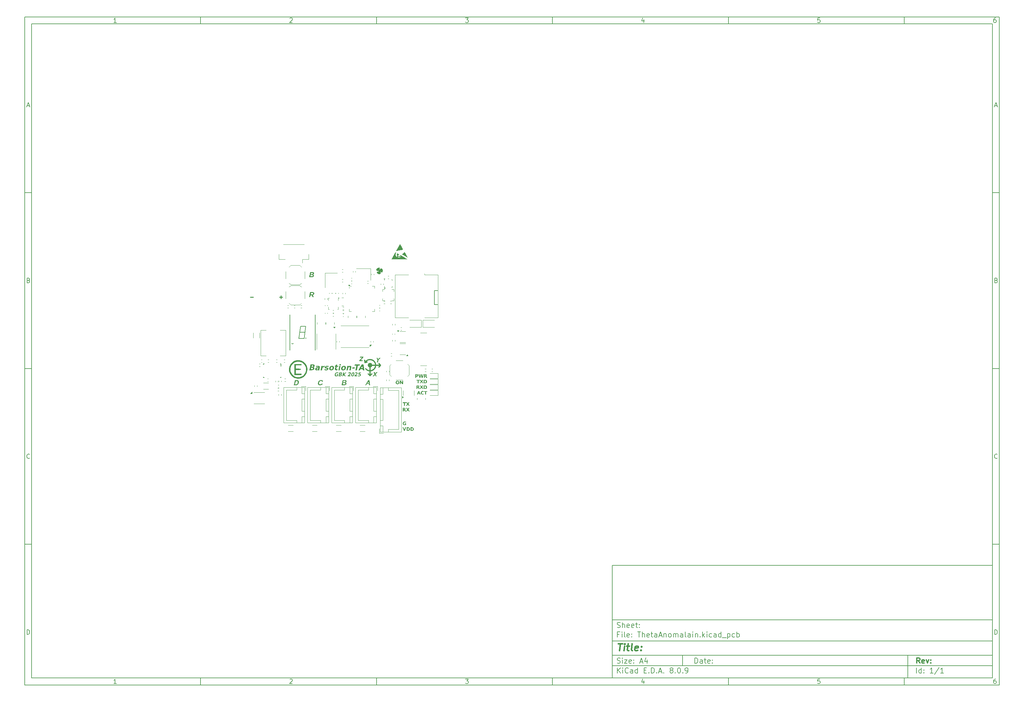
<source format=gbr>
%TF.GenerationSoftware,KiCad,Pcbnew,8.0.9-8.0.9-0~ubuntu24.04.1*%
%TF.CreationDate,2025-05-06T11:39:42+05:00*%
%TF.ProjectId,ThetaAnomalain,54686574-6141-46e6-9f6d-616c61696e2e,rev?*%
%TF.SameCoordinates,Original*%
%TF.FileFunction,Legend,Top*%
%TF.FilePolarity,Positive*%
%FSLAX46Y46*%
G04 Gerber Fmt 4.6, Leading zero omitted, Abs format (unit mm)*
G04 Created by KiCad (PCBNEW 8.0.9-8.0.9-0~ubuntu24.04.1) date 2025-05-06 11:39:42*
%MOMM*%
%LPD*%
G01*
G04 APERTURE LIST*
%ADD10C,0.100000*%
%ADD11C,0.150000*%
%ADD12C,0.300000*%
%ADD13C,0.400000*%
%ADD14C,0.200000*%
%ADD15C,0.650000*%
%ADD16C,0.220000*%
%ADD17C,0.240000*%
%ADD18C,0.120000*%
%ADD19C,0.000000*%
%ADD20C,0.191421*%
G04 APERTURE END LIST*
D10*
D11*
X177002200Y-166007200D02*
X285002200Y-166007200D01*
X285002200Y-198007200D01*
X177002200Y-198007200D01*
X177002200Y-166007200D01*
D10*
D11*
X10000000Y-10000000D02*
X287002200Y-10000000D01*
X287002200Y-200007200D01*
X10000000Y-200007200D01*
X10000000Y-10000000D01*
D10*
D11*
X12000000Y-12000000D02*
X285002200Y-12000000D01*
X285002200Y-198007200D01*
X12000000Y-198007200D01*
X12000000Y-12000000D01*
D10*
D11*
X60000000Y-12000000D02*
X60000000Y-10000000D01*
D10*
D11*
X110000000Y-12000000D02*
X110000000Y-10000000D01*
D10*
D11*
X160000000Y-12000000D02*
X160000000Y-10000000D01*
D10*
D11*
X210000000Y-12000000D02*
X210000000Y-10000000D01*
D10*
D11*
X260000000Y-12000000D02*
X260000000Y-10000000D01*
D10*
D11*
X36089160Y-11593604D02*
X35346303Y-11593604D01*
X35717731Y-11593604D02*
X35717731Y-10293604D01*
X35717731Y-10293604D02*
X35593922Y-10479319D01*
X35593922Y-10479319D02*
X35470112Y-10603128D01*
X35470112Y-10603128D02*
X35346303Y-10665033D01*
D10*
D11*
X85346303Y-10417414D02*
X85408207Y-10355509D01*
X85408207Y-10355509D02*
X85532017Y-10293604D01*
X85532017Y-10293604D02*
X85841541Y-10293604D01*
X85841541Y-10293604D02*
X85965350Y-10355509D01*
X85965350Y-10355509D02*
X86027255Y-10417414D01*
X86027255Y-10417414D02*
X86089160Y-10541223D01*
X86089160Y-10541223D02*
X86089160Y-10665033D01*
X86089160Y-10665033D02*
X86027255Y-10850747D01*
X86027255Y-10850747D02*
X85284398Y-11593604D01*
X85284398Y-11593604D02*
X86089160Y-11593604D01*
D10*
D11*
X135284398Y-10293604D02*
X136089160Y-10293604D01*
X136089160Y-10293604D02*
X135655826Y-10788842D01*
X135655826Y-10788842D02*
X135841541Y-10788842D01*
X135841541Y-10788842D02*
X135965350Y-10850747D01*
X135965350Y-10850747D02*
X136027255Y-10912652D01*
X136027255Y-10912652D02*
X136089160Y-11036461D01*
X136089160Y-11036461D02*
X136089160Y-11345985D01*
X136089160Y-11345985D02*
X136027255Y-11469795D01*
X136027255Y-11469795D02*
X135965350Y-11531700D01*
X135965350Y-11531700D02*
X135841541Y-11593604D01*
X135841541Y-11593604D02*
X135470112Y-11593604D01*
X135470112Y-11593604D02*
X135346303Y-11531700D01*
X135346303Y-11531700D02*
X135284398Y-11469795D01*
D10*
D11*
X185965350Y-10726938D02*
X185965350Y-11593604D01*
X185655826Y-10231700D02*
X185346303Y-11160271D01*
X185346303Y-11160271D02*
X186151064Y-11160271D01*
D10*
D11*
X236027255Y-10293604D02*
X235408207Y-10293604D01*
X235408207Y-10293604D02*
X235346303Y-10912652D01*
X235346303Y-10912652D02*
X235408207Y-10850747D01*
X235408207Y-10850747D02*
X235532017Y-10788842D01*
X235532017Y-10788842D02*
X235841541Y-10788842D01*
X235841541Y-10788842D02*
X235965350Y-10850747D01*
X235965350Y-10850747D02*
X236027255Y-10912652D01*
X236027255Y-10912652D02*
X236089160Y-11036461D01*
X236089160Y-11036461D02*
X236089160Y-11345985D01*
X236089160Y-11345985D02*
X236027255Y-11469795D01*
X236027255Y-11469795D02*
X235965350Y-11531700D01*
X235965350Y-11531700D02*
X235841541Y-11593604D01*
X235841541Y-11593604D02*
X235532017Y-11593604D01*
X235532017Y-11593604D02*
X235408207Y-11531700D01*
X235408207Y-11531700D02*
X235346303Y-11469795D01*
D10*
D11*
X285965350Y-10293604D02*
X285717731Y-10293604D01*
X285717731Y-10293604D02*
X285593922Y-10355509D01*
X285593922Y-10355509D02*
X285532017Y-10417414D01*
X285532017Y-10417414D02*
X285408207Y-10603128D01*
X285408207Y-10603128D02*
X285346303Y-10850747D01*
X285346303Y-10850747D02*
X285346303Y-11345985D01*
X285346303Y-11345985D02*
X285408207Y-11469795D01*
X285408207Y-11469795D02*
X285470112Y-11531700D01*
X285470112Y-11531700D02*
X285593922Y-11593604D01*
X285593922Y-11593604D02*
X285841541Y-11593604D01*
X285841541Y-11593604D02*
X285965350Y-11531700D01*
X285965350Y-11531700D02*
X286027255Y-11469795D01*
X286027255Y-11469795D02*
X286089160Y-11345985D01*
X286089160Y-11345985D02*
X286089160Y-11036461D01*
X286089160Y-11036461D02*
X286027255Y-10912652D01*
X286027255Y-10912652D02*
X285965350Y-10850747D01*
X285965350Y-10850747D02*
X285841541Y-10788842D01*
X285841541Y-10788842D02*
X285593922Y-10788842D01*
X285593922Y-10788842D02*
X285470112Y-10850747D01*
X285470112Y-10850747D02*
X285408207Y-10912652D01*
X285408207Y-10912652D02*
X285346303Y-11036461D01*
D10*
D11*
X60000000Y-198007200D02*
X60000000Y-200007200D01*
D10*
D11*
X110000000Y-198007200D02*
X110000000Y-200007200D01*
D10*
D11*
X160000000Y-198007200D02*
X160000000Y-200007200D01*
D10*
D11*
X210000000Y-198007200D02*
X210000000Y-200007200D01*
D10*
D11*
X260000000Y-198007200D02*
X260000000Y-200007200D01*
D10*
D11*
X36089160Y-199600804D02*
X35346303Y-199600804D01*
X35717731Y-199600804D02*
X35717731Y-198300804D01*
X35717731Y-198300804D02*
X35593922Y-198486519D01*
X35593922Y-198486519D02*
X35470112Y-198610328D01*
X35470112Y-198610328D02*
X35346303Y-198672233D01*
D10*
D11*
X85346303Y-198424614D02*
X85408207Y-198362709D01*
X85408207Y-198362709D02*
X85532017Y-198300804D01*
X85532017Y-198300804D02*
X85841541Y-198300804D01*
X85841541Y-198300804D02*
X85965350Y-198362709D01*
X85965350Y-198362709D02*
X86027255Y-198424614D01*
X86027255Y-198424614D02*
X86089160Y-198548423D01*
X86089160Y-198548423D02*
X86089160Y-198672233D01*
X86089160Y-198672233D02*
X86027255Y-198857947D01*
X86027255Y-198857947D02*
X85284398Y-199600804D01*
X85284398Y-199600804D02*
X86089160Y-199600804D01*
D10*
D11*
X135284398Y-198300804D02*
X136089160Y-198300804D01*
X136089160Y-198300804D02*
X135655826Y-198796042D01*
X135655826Y-198796042D02*
X135841541Y-198796042D01*
X135841541Y-198796042D02*
X135965350Y-198857947D01*
X135965350Y-198857947D02*
X136027255Y-198919852D01*
X136027255Y-198919852D02*
X136089160Y-199043661D01*
X136089160Y-199043661D02*
X136089160Y-199353185D01*
X136089160Y-199353185D02*
X136027255Y-199476995D01*
X136027255Y-199476995D02*
X135965350Y-199538900D01*
X135965350Y-199538900D02*
X135841541Y-199600804D01*
X135841541Y-199600804D02*
X135470112Y-199600804D01*
X135470112Y-199600804D02*
X135346303Y-199538900D01*
X135346303Y-199538900D02*
X135284398Y-199476995D01*
D10*
D11*
X185965350Y-198734138D02*
X185965350Y-199600804D01*
X185655826Y-198238900D02*
X185346303Y-199167471D01*
X185346303Y-199167471D02*
X186151064Y-199167471D01*
D10*
D11*
X236027255Y-198300804D02*
X235408207Y-198300804D01*
X235408207Y-198300804D02*
X235346303Y-198919852D01*
X235346303Y-198919852D02*
X235408207Y-198857947D01*
X235408207Y-198857947D02*
X235532017Y-198796042D01*
X235532017Y-198796042D02*
X235841541Y-198796042D01*
X235841541Y-198796042D02*
X235965350Y-198857947D01*
X235965350Y-198857947D02*
X236027255Y-198919852D01*
X236027255Y-198919852D02*
X236089160Y-199043661D01*
X236089160Y-199043661D02*
X236089160Y-199353185D01*
X236089160Y-199353185D02*
X236027255Y-199476995D01*
X236027255Y-199476995D02*
X235965350Y-199538900D01*
X235965350Y-199538900D02*
X235841541Y-199600804D01*
X235841541Y-199600804D02*
X235532017Y-199600804D01*
X235532017Y-199600804D02*
X235408207Y-199538900D01*
X235408207Y-199538900D02*
X235346303Y-199476995D01*
D10*
D11*
X285965350Y-198300804D02*
X285717731Y-198300804D01*
X285717731Y-198300804D02*
X285593922Y-198362709D01*
X285593922Y-198362709D02*
X285532017Y-198424614D01*
X285532017Y-198424614D02*
X285408207Y-198610328D01*
X285408207Y-198610328D02*
X285346303Y-198857947D01*
X285346303Y-198857947D02*
X285346303Y-199353185D01*
X285346303Y-199353185D02*
X285408207Y-199476995D01*
X285408207Y-199476995D02*
X285470112Y-199538900D01*
X285470112Y-199538900D02*
X285593922Y-199600804D01*
X285593922Y-199600804D02*
X285841541Y-199600804D01*
X285841541Y-199600804D02*
X285965350Y-199538900D01*
X285965350Y-199538900D02*
X286027255Y-199476995D01*
X286027255Y-199476995D02*
X286089160Y-199353185D01*
X286089160Y-199353185D02*
X286089160Y-199043661D01*
X286089160Y-199043661D02*
X286027255Y-198919852D01*
X286027255Y-198919852D02*
X285965350Y-198857947D01*
X285965350Y-198857947D02*
X285841541Y-198796042D01*
X285841541Y-198796042D02*
X285593922Y-198796042D01*
X285593922Y-198796042D02*
X285470112Y-198857947D01*
X285470112Y-198857947D02*
X285408207Y-198919852D01*
X285408207Y-198919852D02*
X285346303Y-199043661D01*
D10*
D11*
X10000000Y-60000000D02*
X12000000Y-60000000D01*
D10*
D11*
X10000000Y-110000000D02*
X12000000Y-110000000D01*
D10*
D11*
X10000000Y-160000000D02*
X12000000Y-160000000D01*
D10*
D11*
X10690476Y-35222176D02*
X11309523Y-35222176D01*
X10566666Y-35593604D02*
X10999999Y-34293604D01*
X10999999Y-34293604D02*
X11433333Y-35593604D01*
D10*
D11*
X11092857Y-84912652D02*
X11278571Y-84974557D01*
X11278571Y-84974557D02*
X11340476Y-85036461D01*
X11340476Y-85036461D02*
X11402380Y-85160271D01*
X11402380Y-85160271D02*
X11402380Y-85345985D01*
X11402380Y-85345985D02*
X11340476Y-85469795D01*
X11340476Y-85469795D02*
X11278571Y-85531700D01*
X11278571Y-85531700D02*
X11154761Y-85593604D01*
X11154761Y-85593604D02*
X10659523Y-85593604D01*
X10659523Y-85593604D02*
X10659523Y-84293604D01*
X10659523Y-84293604D02*
X11092857Y-84293604D01*
X11092857Y-84293604D02*
X11216666Y-84355509D01*
X11216666Y-84355509D02*
X11278571Y-84417414D01*
X11278571Y-84417414D02*
X11340476Y-84541223D01*
X11340476Y-84541223D02*
X11340476Y-84665033D01*
X11340476Y-84665033D02*
X11278571Y-84788842D01*
X11278571Y-84788842D02*
X11216666Y-84850747D01*
X11216666Y-84850747D02*
X11092857Y-84912652D01*
X11092857Y-84912652D02*
X10659523Y-84912652D01*
D10*
D11*
X11402380Y-135469795D02*
X11340476Y-135531700D01*
X11340476Y-135531700D02*
X11154761Y-135593604D01*
X11154761Y-135593604D02*
X11030952Y-135593604D01*
X11030952Y-135593604D02*
X10845238Y-135531700D01*
X10845238Y-135531700D02*
X10721428Y-135407890D01*
X10721428Y-135407890D02*
X10659523Y-135284080D01*
X10659523Y-135284080D02*
X10597619Y-135036461D01*
X10597619Y-135036461D02*
X10597619Y-134850747D01*
X10597619Y-134850747D02*
X10659523Y-134603128D01*
X10659523Y-134603128D02*
X10721428Y-134479319D01*
X10721428Y-134479319D02*
X10845238Y-134355509D01*
X10845238Y-134355509D02*
X11030952Y-134293604D01*
X11030952Y-134293604D02*
X11154761Y-134293604D01*
X11154761Y-134293604D02*
X11340476Y-134355509D01*
X11340476Y-134355509D02*
X11402380Y-134417414D01*
D10*
D11*
X10659523Y-185593604D02*
X10659523Y-184293604D01*
X10659523Y-184293604D02*
X10969047Y-184293604D01*
X10969047Y-184293604D02*
X11154761Y-184355509D01*
X11154761Y-184355509D02*
X11278571Y-184479319D01*
X11278571Y-184479319D02*
X11340476Y-184603128D01*
X11340476Y-184603128D02*
X11402380Y-184850747D01*
X11402380Y-184850747D02*
X11402380Y-185036461D01*
X11402380Y-185036461D02*
X11340476Y-185284080D01*
X11340476Y-185284080D02*
X11278571Y-185407890D01*
X11278571Y-185407890D02*
X11154761Y-185531700D01*
X11154761Y-185531700D02*
X10969047Y-185593604D01*
X10969047Y-185593604D02*
X10659523Y-185593604D01*
D10*
D11*
X287002200Y-60000000D02*
X285002200Y-60000000D01*
D10*
D11*
X287002200Y-110000000D02*
X285002200Y-110000000D01*
D10*
D11*
X287002200Y-160000000D02*
X285002200Y-160000000D01*
D10*
D11*
X285692676Y-35222176D02*
X286311723Y-35222176D01*
X285568866Y-35593604D02*
X286002199Y-34293604D01*
X286002199Y-34293604D02*
X286435533Y-35593604D01*
D10*
D11*
X286095057Y-84912652D02*
X286280771Y-84974557D01*
X286280771Y-84974557D02*
X286342676Y-85036461D01*
X286342676Y-85036461D02*
X286404580Y-85160271D01*
X286404580Y-85160271D02*
X286404580Y-85345985D01*
X286404580Y-85345985D02*
X286342676Y-85469795D01*
X286342676Y-85469795D02*
X286280771Y-85531700D01*
X286280771Y-85531700D02*
X286156961Y-85593604D01*
X286156961Y-85593604D02*
X285661723Y-85593604D01*
X285661723Y-85593604D02*
X285661723Y-84293604D01*
X285661723Y-84293604D02*
X286095057Y-84293604D01*
X286095057Y-84293604D02*
X286218866Y-84355509D01*
X286218866Y-84355509D02*
X286280771Y-84417414D01*
X286280771Y-84417414D02*
X286342676Y-84541223D01*
X286342676Y-84541223D02*
X286342676Y-84665033D01*
X286342676Y-84665033D02*
X286280771Y-84788842D01*
X286280771Y-84788842D02*
X286218866Y-84850747D01*
X286218866Y-84850747D02*
X286095057Y-84912652D01*
X286095057Y-84912652D02*
X285661723Y-84912652D01*
D10*
D11*
X286404580Y-135469795D02*
X286342676Y-135531700D01*
X286342676Y-135531700D02*
X286156961Y-135593604D01*
X286156961Y-135593604D02*
X286033152Y-135593604D01*
X286033152Y-135593604D02*
X285847438Y-135531700D01*
X285847438Y-135531700D02*
X285723628Y-135407890D01*
X285723628Y-135407890D02*
X285661723Y-135284080D01*
X285661723Y-135284080D02*
X285599819Y-135036461D01*
X285599819Y-135036461D02*
X285599819Y-134850747D01*
X285599819Y-134850747D02*
X285661723Y-134603128D01*
X285661723Y-134603128D02*
X285723628Y-134479319D01*
X285723628Y-134479319D02*
X285847438Y-134355509D01*
X285847438Y-134355509D02*
X286033152Y-134293604D01*
X286033152Y-134293604D02*
X286156961Y-134293604D01*
X286156961Y-134293604D02*
X286342676Y-134355509D01*
X286342676Y-134355509D02*
X286404580Y-134417414D01*
D10*
D11*
X285661723Y-185593604D02*
X285661723Y-184293604D01*
X285661723Y-184293604D02*
X285971247Y-184293604D01*
X285971247Y-184293604D02*
X286156961Y-184355509D01*
X286156961Y-184355509D02*
X286280771Y-184479319D01*
X286280771Y-184479319D02*
X286342676Y-184603128D01*
X286342676Y-184603128D02*
X286404580Y-184850747D01*
X286404580Y-184850747D02*
X286404580Y-185036461D01*
X286404580Y-185036461D02*
X286342676Y-185284080D01*
X286342676Y-185284080D02*
X286280771Y-185407890D01*
X286280771Y-185407890D02*
X286156961Y-185531700D01*
X286156961Y-185531700D02*
X285971247Y-185593604D01*
X285971247Y-185593604D02*
X285661723Y-185593604D01*
D10*
D11*
X200458026Y-193793328D02*
X200458026Y-192293328D01*
X200458026Y-192293328D02*
X200815169Y-192293328D01*
X200815169Y-192293328D02*
X201029455Y-192364757D01*
X201029455Y-192364757D02*
X201172312Y-192507614D01*
X201172312Y-192507614D02*
X201243741Y-192650471D01*
X201243741Y-192650471D02*
X201315169Y-192936185D01*
X201315169Y-192936185D02*
X201315169Y-193150471D01*
X201315169Y-193150471D02*
X201243741Y-193436185D01*
X201243741Y-193436185D02*
X201172312Y-193579042D01*
X201172312Y-193579042D02*
X201029455Y-193721900D01*
X201029455Y-193721900D02*
X200815169Y-193793328D01*
X200815169Y-193793328D02*
X200458026Y-193793328D01*
X202600884Y-193793328D02*
X202600884Y-193007614D01*
X202600884Y-193007614D02*
X202529455Y-192864757D01*
X202529455Y-192864757D02*
X202386598Y-192793328D01*
X202386598Y-192793328D02*
X202100884Y-192793328D01*
X202100884Y-192793328D02*
X201958026Y-192864757D01*
X202600884Y-193721900D02*
X202458026Y-193793328D01*
X202458026Y-193793328D02*
X202100884Y-193793328D01*
X202100884Y-193793328D02*
X201958026Y-193721900D01*
X201958026Y-193721900D02*
X201886598Y-193579042D01*
X201886598Y-193579042D02*
X201886598Y-193436185D01*
X201886598Y-193436185D02*
X201958026Y-193293328D01*
X201958026Y-193293328D02*
X202100884Y-193221900D01*
X202100884Y-193221900D02*
X202458026Y-193221900D01*
X202458026Y-193221900D02*
X202600884Y-193150471D01*
X203100884Y-192793328D02*
X203672312Y-192793328D01*
X203315169Y-192293328D02*
X203315169Y-193579042D01*
X203315169Y-193579042D02*
X203386598Y-193721900D01*
X203386598Y-193721900D02*
X203529455Y-193793328D01*
X203529455Y-193793328D02*
X203672312Y-193793328D01*
X204743741Y-193721900D02*
X204600884Y-193793328D01*
X204600884Y-193793328D02*
X204315170Y-193793328D01*
X204315170Y-193793328D02*
X204172312Y-193721900D01*
X204172312Y-193721900D02*
X204100884Y-193579042D01*
X204100884Y-193579042D02*
X204100884Y-193007614D01*
X204100884Y-193007614D02*
X204172312Y-192864757D01*
X204172312Y-192864757D02*
X204315170Y-192793328D01*
X204315170Y-192793328D02*
X204600884Y-192793328D01*
X204600884Y-192793328D02*
X204743741Y-192864757D01*
X204743741Y-192864757D02*
X204815170Y-193007614D01*
X204815170Y-193007614D02*
X204815170Y-193150471D01*
X204815170Y-193150471D02*
X204100884Y-193293328D01*
X205458026Y-193650471D02*
X205529455Y-193721900D01*
X205529455Y-193721900D02*
X205458026Y-193793328D01*
X205458026Y-193793328D02*
X205386598Y-193721900D01*
X205386598Y-193721900D02*
X205458026Y-193650471D01*
X205458026Y-193650471D02*
X205458026Y-193793328D01*
X205458026Y-192864757D02*
X205529455Y-192936185D01*
X205529455Y-192936185D02*
X205458026Y-193007614D01*
X205458026Y-193007614D02*
X205386598Y-192936185D01*
X205386598Y-192936185D02*
X205458026Y-192864757D01*
X205458026Y-192864757D02*
X205458026Y-193007614D01*
D10*
D11*
X177002200Y-194507200D02*
X285002200Y-194507200D01*
D10*
D11*
X178458026Y-196593328D02*
X178458026Y-195093328D01*
X179315169Y-196593328D02*
X178672312Y-195736185D01*
X179315169Y-195093328D02*
X178458026Y-195950471D01*
X179958026Y-196593328D02*
X179958026Y-195593328D01*
X179958026Y-195093328D02*
X179886598Y-195164757D01*
X179886598Y-195164757D02*
X179958026Y-195236185D01*
X179958026Y-195236185D02*
X180029455Y-195164757D01*
X180029455Y-195164757D02*
X179958026Y-195093328D01*
X179958026Y-195093328D02*
X179958026Y-195236185D01*
X181529455Y-196450471D02*
X181458027Y-196521900D01*
X181458027Y-196521900D02*
X181243741Y-196593328D01*
X181243741Y-196593328D02*
X181100884Y-196593328D01*
X181100884Y-196593328D02*
X180886598Y-196521900D01*
X180886598Y-196521900D02*
X180743741Y-196379042D01*
X180743741Y-196379042D02*
X180672312Y-196236185D01*
X180672312Y-196236185D02*
X180600884Y-195950471D01*
X180600884Y-195950471D02*
X180600884Y-195736185D01*
X180600884Y-195736185D02*
X180672312Y-195450471D01*
X180672312Y-195450471D02*
X180743741Y-195307614D01*
X180743741Y-195307614D02*
X180886598Y-195164757D01*
X180886598Y-195164757D02*
X181100884Y-195093328D01*
X181100884Y-195093328D02*
X181243741Y-195093328D01*
X181243741Y-195093328D02*
X181458027Y-195164757D01*
X181458027Y-195164757D02*
X181529455Y-195236185D01*
X182815170Y-196593328D02*
X182815170Y-195807614D01*
X182815170Y-195807614D02*
X182743741Y-195664757D01*
X182743741Y-195664757D02*
X182600884Y-195593328D01*
X182600884Y-195593328D02*
X182315170Y-195593328D01*
X182315170Y-195593328D02*
X182172312Y-195664757D01*
X182815170Y-196521900D02*
X182672312Y-196593328D01*
X182672312Y-196593328D02*
X182315170Y-196593328D01*
X182315170Y-196593328D02*
X182172312Y-196521900D01*
X182172312Y-196521900D02*
X182100884Y-196379042D01*
X182100884Y-196379042D02*
X182100884Y-196236185D01*
X182100884Y-196236185D02*
X182172312Y-196093328D01*
X182172312Y-196093328D02*
X182315170Y-196021900D01*
X182315170Y-196021900D02*
X182672312Y-196021900D01*
X182672312Y-196021900D02*
X182815170Y-195950471D01*
X184172313Y-196593328D02*
X184172313Y-195093328D01*
X184172313Y-196521900D02*
X184029455Y-196593328D01*
X184029455Y-196593328D02*
X183743741Y-196593328D01*
X183743741Y-196593328D02*
X183600884Y-196521900D01*
X183600884Y-196521900D02*
X183529455Y-196450471D01*
X183529455Y-196450471D02*
X183458027Y-196307614D01*
X183458027Y-196307614D02*
X183458027Y-195879042D01*
X183458027Y-195879042D02*
X183529455Y-195736185D01*
X183529455Y-195736185D02*
X183600884Y-195664757D01*
X183600884Y-195664757D02*
X183743741Y-195593328D01*
X183743741Y-195593328D02*
X184029455Y-195593328D01*
X184029455Y-195593328D02*
X184172313Y-195664757D01*
X186029455Y-195807614D02*
X186529455Y-195807614D01*
X186743741Y-196593328D02*
X186029455Y-196593328D01*
X186029455Y-196593328D02*
X186029455Y-195093328D01*
X186029455Y-195093328D02*
X186743741Y-195093328D01*
X187386598Y-196450471D02*
X187458027Y-196521900D01*
X187458027Y-196521900D02*
X187386598Y-196593328D01*
X187386598Y-196593328D02*
X187315170Y-196521900D01*
X187315170Y-196521900D02*
X187386598Y-196450471D01*
X187386598Y-196450471D02*
X187386598Y-196593328D01*
X188100884Y-196593328D02*
X188100884Y-195093328D01*
X188100884Y-195093328D02*
X188458027Y-195093328D01*
X188458027Y-195093328D02*
X188672313Y-195164757D01*
X188672313Y-195164757D02*
X188815170Y-195307614D01*
X188815170Y-195307614D02*
X188886599Y-195450471D01*
X188886599Y-195450471D02*
X188958027Y-195736185D01*
X188958027Y-195736185D02*
X188958027Y-195950471D01*
X188958027Y-195950471D02*
X188886599Y-196236185D01*
X188886599Y-196236185D02*
X188815170Y-196379042D01*
X188815170Y-196379042D02*
X188672313Y-196521900D01*
X188672313Y-196521900D02*
X188458027Y-196593328D01*
X188458027Y-196593328D02*
X188100884Y-196593328D01*
X189600884Y-196450471D02*
X189672313Y-196521900D01*
X189672313Y-196521900D02*
X189600884Y-196593328D01*
X189600884Y-196593328D02*
X189529456Y-196521900D01*
X189529456Y-196521900D02*
X189600884Y-196450471D01*
X189600884Y-196450471D02*
X189600884Y-196593328D01*
X190243742Y-196164757D02*
X190958028Y-196164757D01*
X190100885Y-196593328D02*
X190600885Y-195093328D01*
X190600885Y-195093328D02*
X191100885Y-196593328D01*
X191600884Y-196450471D02*
X191672313Y-196521900D01*
X191672313Y-196521900D02*
X191600884Y-196593328D01*
X191600884Y-196593328D02*
X191529456Y-196521900D01*
X191529456Y-196521900D02*
X191600884Y-196450471D01*
X191600884Y-196450471D02*
X191600884Y-196593328D01*
X193672313Y-195736185D02*
X193529456Y-195664757D01*
X193529456Y-195664757D02*
X193458027Y-195593328D01*
X193458027Y-195593328D02*
X193386599Y-195450471D01*
X193386599Y-195450471D02*
X193386599Y-195379042D01*
X193386599Y-195379042D02*
X193458027Y-195236185D01*
X193458027Y-195236185D02*
X193529456Y-195164757D01*
X193529456Y-195164757D02*
X193672313Y-195093328D01*
X193672313Y-195093328D02*
X193958027Y-195093328D01*
X193958027Y-195093328D02*
X194100885Y-195164757D01*
X194100885Y-195164757D02*
X194172313Y-195236185D01*
X194172313Y-195236185D02*
X194243742Y-195379042D01*
X194243742Y-195379042D02*
X194243742Y-195450471D01*
X194243742Y-195450471D02*
X194172313Y-195593328D01*
X194172313Y-195593328D02*
X194100885Y-195664757D01*
X194100885Y-195664757D02*
X193958027Y-195736185D01*
X193958027Y-195736185D02*
X193672313Y-195736185D01*
X193672313Y-195736185D02*
X193529456Y-195807614D01*
X193529456Y-195807614D02*
X193458027Y-195879042D01*
X193458027Y-195879042D02*
X193386599Y-196021900D01*
X193386599Y-196021900D02*
X193386599Y-196307614D01*
X193386599Y-196307614D02*
X193458027Y-196450471D01*
X193458027Y-196450471D02*
X193529456Y-196521900D01*
X193529456Y-196521900D02*
X193672313Y-196593328D01*
X193672313Y-196593328D02*
X193958027Y-196593328D01*
X193958027Y-196593328D02*
X194100885Y-196521900D01*
X194100885Y-196521900D02*
X194172313Y-196450471D01*
X194172313Y-196450471D02*
X194243742Y-196307614D01*
X194243742Y-196307614D02*
X194243742Y-196021900D01*
X194243742Y-196021900D02*
X194172313Y-195879042D01*
X194172313Y-195879042D02*
X194100885Y-195807614D01*
X194100885Y-195807614D02*
X193958027Y-195736185D01*
X194886598Y-196450471D02*
X194958027Y-196521900D01*
X194958027Y-196521900D02*
X194886598Y-196593328D01*
X194886598Y-196593328D02*
X194815170Y-196521900D01*
X194815170Y-196521900D02*
X194886598Y-196450471D01*
X194886598Y-196450471D02*
X194886598Y-196593328D01*
X195886599Y-195093328D02*
X196029456Y-195093328D01*
X196029456Y-195093328D02*
X196172313Y-195164757D01*
X196172313Y-195164757D02*
X196243742Y-195236185D01*
X196243742Y-195236185D02*
X196315170Y-195379042D01*
X196315170Y-195379042D02*
X196386599Y-195664757D01*
X196386599Y-195664757D02*
X196386599Y-196021900D01*
X196386599Y-196021900D02*
X196315170Y-196307614D01*
X196315170Y-196307614D02*
X196243742Y-196450471D01*
X196243742Y-196450471D02*
X196172313Y-196521900D01*
X196172313Y-196521900D02*
X196029456Y-196593328D01*
X196029456Y-196593328D02*
X195886599Y-196593328D01*
X195886599Y-196593328D02*
X195743742Y-196521900D01*
X195743742Y-196521900D02*
X195672313Y-196450471D01*
X195672313Y-196450471D02*
X195600884Y-196307614D01*
X195600884Y-196307614D02*
X195529456Y-196021900D01*
X195529456Y-196021900D02*
X195529456Y-195664757D01*
X195529456Y-195664757D02*
X195600884Y-195379042D01*
X195600884Y-195379042D02*
X195672313Y-195236185D01*
X195672313Y-195236185D02*
X195743742Y-195164757D01*
X195743742Y-195164757D02*
X195886599Y-195093328D01*
X197029455Y-196450471D02*
X197100884Y-196521900D01*
X197100884Y-196521900D02*
X197029455Y-196593328D01*
X197029455Y-196593328D02*
X196958027Y-196521900D01*
X196958027Y-196521900D02*
X197029455Y-196450471D01*
X197029455Y-196450471D02*
X197029455Y-196593328D01*
X197815170Y-196593328D02*
X198100884Y-196593328D01*
X198100884Y-196593328D02*
X198243741Y-196521900D01*
X198243741Y-196521900D02*
X198315170Y-196450471D01*
X198315170Y-196450471D02*
X198458027Y-196236185D01*
X198458027Y-196236185D02*
X198529456Y-195950471D01*
X198529456Y-195950471D02*
X198529456Y-195379042D01*
X198529456Y-195379042D02*
X198458027Y-195236185D01*
X198458027Y-195236185D02*
X198386599Y-195164757D01*
X198386599Y-195164757D02*
X198243741Y-195093328D01*
X198243741Y-195093328D02*
X197958027Y-195093328D01*
X197958027Y-195093328D02*
X197815170Y-195164757D01*
X197815170Y-195164757D02*
X197743741Y-195236185D01*
X197743741Y-195236185D02*
X197672313Y-195379042D01*
X197672313Y-195379042D02*
X197672313Y-195736185D01*
X197672313Y-195736185D02*
X197743741Y-195879042D01*
X197743741Y-195879042D02*
X197815170Y-195950471D01*
X197815170Y-195950471D02*
X197958027Y-196021900D01*
X197958027Y-196021900D02*
X198243741Y-196021900D01*
X198243741Y-196021900D02*
X198386599Y-195950471D01*
X198386599Y-195950471D02*
X198458027Y-195879042D01*
X198458027Y-195879042D02*
X198529456Y-195736185D01*
D10*
D11*
X177002200Y-191507200D02*
X285002200Y-191507200D01*
D10*
D12*
X264413853Y-193785528D02*
X263913853Y-193071242D01*
X263556710Y-193785528D02*
X263556710Y-192285528D01*
X263556710Y-192285528D02*
X264128139Y-192285528D01*
X264128139Y-192285528D02*
X264270996Y-192356957D01*
X264270996Y-192356957D02*
X264342425Y-192428385D01*
X264342425Y-192428385D02*
X264413853Y-192571242D01*
X264413853Y-192571242D02*
X264413853Y-192785528D01*
X264413853Y-192785528D02*
X264342425Y-192928385D01*
X264342425Y-192928385D02*
X264270996Y-192999814D01*
X264270996Y-192999814D02*
X264128139Y-193071242D01*
X264128139Y-193071242D02*
X263556710Y-193071242D01*
X265628139Y-193714100D02*
X265485282Y-193785528D01*
X265485282Y-193785528D02*
X265199568Y-193785528D01*
X265199568Y-193785528D02*
X265056710Y-193714100D01*
X265056710Y-193714100D02*
X264985282Y-193571242D01*
X264985282Y-193571242D02*
X264985282Y-192999814D01*
X264985282Y-192999814D02*
X265056710Y-192856957D01*
X265056710Y-192856957D02*
X265199568Y-192785528D01*
X265199568Y-192785528D02*
X265485282Y-192785528D01*
X265485282Y-192785528D02*
X265628139Y-192856957D01*
X265628139Y-192856957D02*
X265699568Y-192999814D01*
X265699568Y-192999814D02*
X265699568Y-193142671D01*
X265699568Y-193142671D02*
X264985282Y-193285528D01*
X266199567Y-192785528D02*
X266556710Y-193785528D01*
X266556710Y-193785528D02*
X266913853Y-192785528D01*
X267485281Y-193642671D02*
X267556710Y-193714100D01*
X267556710Y-193714100D02*
X267485281Y-193785528D01*
X267485281Y-193785528D02*
X267413853Y-193714100D01*
X267413853Y-193714100D02*
X267485281Y-193642671D01*
X267485281Y-193642671D02*
X267485281Y-193785528D01*
X267485281Y-192856957D02*
X267556710Y-192928385D01*
X267556710Y-192928385D02*
X267485281Y-192999814D01*
X267485281Y-192999814D02*
X267413853Y-192928385D01*
X267413853Y-192928385D02*
X267485281Y-192856957D01*
X267485281Y-192856957D02*
X267485281Y-192999814D01*
D10*
D11*
X178386598Y-193721900D02*
X178600884Y-193793328D01*
X178600884Y-193793328D02*
X178958026Y-193793328D01*
X178958026Y-193793328D02*
X179100884Y-193721900D01*
X179100884Y-193721900D02*
X179172312Y-193650471D01*
X179172312Y-193650471D02*
X179243741Y-193507614D01*
X179243741Y-193507614D02*
X179243741Y-193364757D01*
X179243741Y-193364757D02*
X179172312Y-193221900D01*
X179172312Y-193221900D02*
X179100884Y-193150471D01*
X179100884Y-193150471D02*
X178958026Y-193079042D01*
X178958026Y-193079042D02*
X178672312Y-193007614D01*
X178672312Y-193007614D02*
X178529455Y-192936185D01*
X178529455Y-192936185D02*
X178458026Y-192864757D01*
X178458026Y-192864757D02*
X178386598Y-192721900D01*
X178386598Y-192721900D02*
X178386598Y-192579042D01*
X178386598Y-192579042D02*
X178458026Y-192436185D01*
X178458026Y-192436185D02*
X178529455Y-192364757D01*
X178529455Y-192364757D02*
X178672312Y-192293328D01*
X178672312Y-192293328D02*
X179029455Y-192293328D01*
X179029455Y-192293328D02*
X179243741Y-192364757D01*
X179886597Y-193793328D02*
X179886597Y-192793328D01*
X179886597Y-192293328D02*
X179815169Y-192364757D01*
X179815169Y-192364757D02*
X179886597Y-192436185D01*
X179886597Y-192436185D02*
X179958026Y-192364757D01*
X179958026Y-192364757D02*
X179886597Y-192293328D01*
X179886597Y-192293328D02*
X179886597Y-192436185D01*
X180458026Y-192793328D02*
X181243741Y-192793328D01*
X181243741Y-192793328D02*
X180458026Y-193793328D01*
X180458026Y-193793328D02*
X181243741Y-193793328D01*
X182386598Y-193721900D02*
X182243741Y-193793328D01*
X182243741Y-193793328D02*
X181958027Y-193793328D01*
X181958027Y-193793328D02*
X181815169Y-193721900D01*
X181815169Y-193721900D02*
X181743741Y-193579042D01*
X181743741Y-193579042D02*
X181743741Y-193007614D01*
X181743741Y-193007614D02*
X181815169Y-192864757D01*
X181815169Y-192864757D02*
X181958027Y-192793328D01*
X181958027Y-192793328D02*
X182243741Y-192793328D01*
X182243741Y-192793328D02*
X182386598Y-192864757D01*
X182386598Y-192864757D02*
X182458027Y-193007614D01*
X182458027Y-193007614D02*
X182458027Y-193150471D01*
X182458027Y-193150471D02*
X181743741Y-193293328D01*
X183100883Y-193650471D02*
X183172312Y-193721900D01*
X183172312Y-193721900D02*
X183100883Y-193793328D01*
X183100883Y-193793328D02*
X183029455Y-193721900D01*
X183029455Y-193721900D02*
X183100883Y-193650471D01*
X183100883Y-193650471D02*
X183100883Y-193793328D01*
X183100883Y-192864757D02*
X183172312Y-192936185D01*
X183172312Y-192936185D02*
X183100883Y-193007614D01*
X183100883Y-193007614D02*
X183029455Y-192936185D01*
X183029455Y-192936185D02*
X183100883Y-192864757D01*
X183100883Y-192864757D02*
X183100883Y-193007614D01*
X184886598Y-193364757D02*
X185600884Y-193364757D01*
X184743741Y-193793328D02*
X185243741Y-192293328D01*
X185243741Y-192293328D02*
X185743741Y-193793328D01*
X186886598Y-192793328D02*
X186886598Y-193793328D01*
X186529455Y-192221900D02*
X186172312Y-193293328D01*
X186172312Y-193293328D02*
X187100883Y-193293328D01*
D10*
D11*
X263458026Y-196593328D02*
X263458026Y-195093328D01*
X264815170Y-196593328D02*
X264815170Y-195093328D01*
X264815170Y-196521900D02*
X264672312Y-196593328D01*
X264672312Y-196593328D02*
X264386598Y-196593328D01*
X264386598Y-196593328D02*
X264243741Y-196521900D01*
X264243741Y-196521900D02*
X264172312Y-196450471D01*
X264172312Y-196450471D02*
X264100884Y-196307614D01*
X264100884Y-196307614D02*
X264100884Y-195879042D01*
X264100884Y-195879042D02*
X264172312Y-195736185D01*
X264172312Y-195736185D02*
X264243741Y-195664757D01*
X264243741Y-195664757D02*
X264386598Y-195593328D01*
X264386598Y-195593328D02*
X264672312Y-195593328D01*
X264672312Y-195593328D02*
X264815170Y-195664757D01*
X265529455Y-196450471D02*
X265600884Y-196521900D01*
X265600884Y-196521900D02*
X265529455Y-196593328D01*
X265529455Y-196593328D02*
X265458027Y-196521900D01*
X265458027Y-196521900D02*
X265529455Y-196450471D01*
X265529455Y-196450471D02*
X265529455Y-196593328D01*
X265529455Y-195664757D02*
X265600884Y-195736185D01*
X265600884Y-195736185D02*
X265529455Y-195807614D01*
X265529455Y-195807614D02*
X265458027Y-195736185D01*
X265458027Y-195736185D02*
X265529455Y-195664757D01*
X265529455Y-195664757D02*
X265529455Y-195807614D01*
X268172313Y-196593328D02*
X267315170Y-196593328D01*
X267743741Y-196593328D02*
X267743741Y-195093328D01*
X267743741Y-195093328D02*
X267600884Y-195307614D01*
X267600884Y-195307614D02*
X267458027Y-195450471D01*
X267458027Y-195450471D02*
X267315170Y-195521900D01*
X269886598Y-195021900D02*
X268600884Y-196950471D01*
X271172313Y-196593328D02*
X270315170Y-196593328D01*
X270743741Y-196593328D02*
X270743741Y-195093328D01*
X270743741Y-195093328D02*
X270600884Y-195307614D01*
X270600884Y-195307614D02*
X270458027Y-195450471D01*
X270458027Y-195450471D02*
X270315170Y-195521900D01*
D10*
D11*
X177002200Y-187507200D02*
X285002200Y-187507200D01*
D10*
D13*
X178693928Y-188211638D02*
X179836785Y-188211638D01*
X179015357Y-190211638D02*
X179265357Y-188211638D01*
X180253452Y-190211638D02*
X180420119Y-188878304D01*
X180503452Y-188211638D02*
X180396309Y-188306876D01*
X180396309Y-188306876D02*
X180479643Y-188402114D01*
X180479643Y-188402114D02*
X180586786Y-188306876D01*
X180586786Y-188306876D02*
X180503452Y-188211638D01*
X180503452Y-188211638D02*
X180479643Y-188402114D01*
X181086786Y-188878304D02*
X181848690Y-188878304D01*
X181455833Y-188211638D02*
X181241548Y-189925923D01*
X181241548Y-189925923D02*
X181312976Y-190116400D01*
X181312976Y-190116400D02*
X181491548Y-190211638D01*
X181491548Y-190211638D02*
X181682024Y-190211638D01*
X182634405Y-190211638D02*
X182455833Y-190116400D01*
X182455833Y-190116400D02*
X182384405Y-189925923D01*
X182384405Y-189925923D02*
X182598690Y-188211638D01*
X184170119Y-190116400D02*
X183967738Y-190211638D01*
X183967738Y-190211638D02*
X183586785Y-190211638D01*
X183586785Y-190211638D02*
X183408214Y-190116400D01*
X183408214Y-190116400D02*
X183336785Y-189925923D01*
X183336785Y-189925923D02*
X183432024Y-189164019D01*
X183432024Y-189164019D02*
X183551071Y-188973542D01*
X183551071Y-188973542D02*
X183753452Y-188878304D01*
X183753452Y-188878304D02*
X184134404Y-188878304D01*
X184134404Y-188878304D02*
X184312976Y-188973542D01*
X184312976Y-188973542D02*
X184384404Y-189164019D01*
X184384404Y-189164019D02*
X184360595Y-189354495D01*
X184360595Y-189354495D02*
X183384404Y-189544971D01*
X185134405Y-190021161D02*
X185217738Y-190116400D01*
X185217738Y-190116400D02*
X185110595Y-190211638D01*
X185110595Y-190211638D02*
X185027262Y-190116400D01*
X185027262Y-190116400D02*
X185134405Y-190021161D01*
X185134405Y-190021161D02*
X185110595Y-190211638D01*
X185265357Y-188973542D02*
X185348690Y-189068780D01*
X185348690Y-189068780D02*
X185241548Y-189164019D01*
X185241548Y-189164019D02*
X185158214Y-189068780D01*
X185158214Y-189068780D02*
X185265357Y-188973542D01*
X185265357Y-188973542D02*
X185241548Y-189164019D01*
D10*
D11*
X178958026Y-185607614D02*
X178458026Y-185607614D01*
X178458026Y-186393328D02*
X178458026Y-184893328D01*
X178458026Y-184893328D02*
X179172312Y-184893328D01*
X179743740Y-186393328D02*
X179743740Y-185393328D01*
X179743740Y-184893328D02*
X179672312Y-184964757D01*
X179672312Y-184964757D02*
X179743740Y-185036185D01*
X179743740Y-185036185D02*
X179815169Y-184964757D01*
X179815169Y-184964757D02*
X179743740Y-184893328D01*
X179743740Y-184893328D02*
X179743740Y-185036185D01*
X180672312Y-186393328D02*
X180529455Y-186321900D01*
X180529455Y-186321900D02*
X180458026Y-186179042D01*
X180458026Y-186179042D02*
X180458026Y-184893328D01*
X181815169Y-186321900D02*
X181672312Y-186393328D01*
X181672312Y-186393328D02*
X181386598Y-186393328D01*
X181386598Y-186393328D02*
X181243740Y-186321900D01*
X181243740Y-186321900D02*
X181172312Y-186179042D01*
X181172312Y-186179042D02*
X181172312Y-185607614D01*
X181172312Y-185607614D02*
X181243740Y-185464757D01*
X181243740Y-185464757D02*
X181386598Y-185393328D01*
X181386598Y-185393328D02*
X181672312Y-185393328D01*
X181672312Y-185393328D02*
X181815169Y-185464757D01*
X181815169Y-185464757D02*
X181886598Y-185607614D01*
X181886598Y-185607614D02*
X181886598Y-185750471D01*
X181886598Y-185750471D02*
X181172312Y-185893328D01*
X182529454Y-186250471D02*
X182600883Y-186321900D01*
X182600883Y-186321900D02*
X182529454Y-186393328D01*
X182529454Y-186393328D02*
X182458026Y-186321900D01*
X182458026Y-186321900D02*
X182529454Y-186250471D01*
X182529454Y-186250471D02*
X182529454Y-186393328D01*
X182529454Y-185464757D02*
X182600883Y-185536185D01*
X182600883Y-185536185D02*
X182529454Y-185607614D01*
X182529454Y-185607614D02*
X182458026Y-185536185D01*
X182458026Y-185536185D02*
X182529454Y-185464757D01*
X182529454Y-185464757D02*
X182529454Y-185607614D01*
X184172312Y-184893328D02*
X185029455Y-184893328D01*
X184600883Y-186393328D02*
X184600883Y-184893328D01*
X185529454Y-186393328D02*
X185529454Y-184893328D01*
X186172312Y-186393328D02*
X186172312Y-185607614D01*
X186172312Y-185607614D02*
X186100883Y-185464757D01*
X186100883Y-185464757D02*
X185958026Y-185393328D01*
X185958026Y-185393328D02*
X185743740Y-185393328D01*
X185743740Y-185393328D02*
X185600883Y-185464757D01*
X185600883Y-185464757D02*
X185529454Y-185536185D01*
X187458026Y-186321900D02*
X187315169Y-186393328D01*
X187315169Y-186393328D02*
X187029455Y-186393328D01*
X187029455Y-186393328D02*
X186886597Y-186321900D01*
X186886597Y-186321900D02*
X186815169Y-186179042D01*
X186815169Y-186179042D02*
X186815169Y-185607614D01*
X186815169Y-185607614D02*
X186886597Y-185464757D01*
X186886597Y-185464757D02*
X187029455Y-185393328D01*
X187029455Y-185393328D02*
X187315169Y-185393328D01*
X187315169Y-185393328D02*
X187458026Y-185464757D01*
X187458026Y-185464757D02*
X187529455Y-185607614D01*
X187529455Y-185607614D02*
X187529455Y-185750471D01*
X187529455Y-185750471D02*
X186815169Y-185893328D01*
X187958026Y-185393328D02*
X188529454Y-185393328D01*
X188172311Y-184893328D02*
X188172311Y-186179042D01*
X188172311Y-186179042D02*
X188243740Y-186321900D01*
X188243740Y-186321900D02*
X188386597Y-186393328D01*
X188386597Y-186393328D02*
X188529454Y-186393328D01*
X189672312Y-186393328D02*
X189672312Y-185607614D01*
X189672312Y-185607614D02*
X189600883Y-185464757D01*
X189600883Y-185464757D02*
X189458026Y-185393328D01*
X189458026Y-185393328D02*
X189172312Y-185393328D01*
X189172312Y-185393328D02*
X189029454Y-185464757D01*
X189672312Y-186321900D02*
X189529454Y-186393328D01*
X189529454Y-186393328D02*
X189172312Y-186393328D01*
X189172312Y-186393328D02*
X189029454Y-186321900D01*
X189029454Y-186321900D02*
X188958026Y-186179042D01*
X188958026Y-186179042D02*
X188958026Y-186036185D01*
X188958026Y-186036185D02*
X189029454Y-185893328D01*
X189029454Y-185893328D02*
X189172312Y-185821900D01*
X189172312Y-185821900D02*
X189529454Y-185821900D01*
X189529454Y-185821900D02*
X189672312Y-185750471D01*
X190315169Y-185964757D02*
X191029455Y-185964757D01*
X190172312Y-186393328D02*
X190672312Y-184893328D01*
X190672312Y-184893328D02*
X191172312Y-186393328D01*
X191672311Y-185393328D02*
X191672311Y-186393328D01*
X191672311Y-185536185D02*
X191743740Y-185464757D01*
X191743740Y-185464757D02*
X191886597Y-185393328D01*
X191886597Y-185393328D02*
X192100883Y-185393328D01*
X192100883Y-185393328D02*
X192243740Y-185464757D01*
X192243740Y-185464757D02*
X192315169Y-185607614D01*
X192315169Y-185607614D02*
X192315169Y-186393328D01*
X193243740Y-186393328D02*
X193100883Y-186321900D01*
X193100883Y-186321900D02*
X193029454Y-186250471D01*
X193029454Y-186250471D02*
X192958026Y-186107614D01*
X192958026Y-186107614D02*
X192958026Y-185679042D01*
X192958026Y-185679042D02*
X193029454Y-185536185D01*
X193029454Y-185536185D02*
X193100883Y-185464757D01*
X193100883Y-185464757D02*
X193243740Y-185393328D01*
X193243740Y-185393328D02*
X193458026Y-185393328D01*
X193458026Y-185393328D02*
X193600883Y-185464757D01*
X193600883Y-185464757D02*
X193672312Y-185536185D01*
X193672312Y-185536185D02*
X193743740Y-185679042D01*
X193743740Y-185679042D02*
X193743740Y-186107614D01*
X193743740Y-186107614D02*
X193672312Y-186250471D01*
X193672312Y-186250471D02*
X193600883Y-186321900D01*
X193600883Y-186321900D02*
X193458026Y-186393328D01*
X193458026Y-186393328D02*
X193243740Y-186393328D01*
X194386597Y-186393328D02*
X194386597Y-185393328D01*
X194386597Y-185536185D02*
X194458026Y-185464757D01*
X194458026Y-185464757D02*
X194600883Y-185393328D01*
X194600883Y-185393328D02*
X194815169Y-185393328D01*
X194815169Y-185393328D02*
X194958026Y-185464757D01*
X194958026Y-185464757D02*
X195029455Y-185607614D01*
X195029455Y-185607614D02*
X195029455Y-186393328D01*
X195029455Y-185607614D02*
X195100883Y-185464757D01*
X195100883Y-185464757D02*
X195243740Y-185393328D01*
X195243740Y-185393328D02*
X195458026Y-185393328D01*
X195458026Y-185393328D02*
X195600883Y-185464757D01*
X195600883Y-185464757D02*
X195672312Y-185607614D01*
X195672312Y-185607614D02*
X195672312Y-186393328D01*
X197029455Y-186393328D02*
X197029455Y-185607614D01*
X197029455Y-185607614D02*
X196958026Y-185464757D01*
X196958026Y-185464757D02*
X196815169Y-185393328D01*
X196815169Y-185393328D02*
X196529455Y-185393328D01*
X196529455Y-185393328D02*
X196386597Y-185464757D01*
X197029455Y-186321900D02*
X196886597Y-186393328D01*
X196886597Y-186393328D02*
X196529455Y-186393328D01*
X196529455Y-186393328D02*
X196386597Y-186321900D01*
X196386597Y-186321900D02*
X196315169Y-186179042D01*
X196315169Y-186179042D02*
X196315169Y-186036185D01*
X196315169Y-186036185D02*
X196386597Y-185893328D01*
X196386597Y-185893328D02*
X196529455Y-185821900D01*
X196529455Y-185821900D02*
X196886597Y-185821900D01*
X196886597Y-185821900D02*
X197029455Y-185750471D01*
X197958026Y-186393328D02*
X197815169Y-186321900D01*
X197815169Y-186321900D02*
X197743740Y-186179042D01*
X197743740Y-186179042D02*
X197743740Y-184893328D01*
X199172312Y-186393328D02*
X199172312Y-185607614D01*
X199172312Y-185607614D02*
X199100883Y-185464757D01*
X199100883Y-185464757D02*
X198958026Y-185393328D01*
X198958026Y-185393328D02*
X198672312Y-185393328D01*
X198672312Y-185393328D02*
X198529454Y-185464757D01*
X199172312Y-186321900D02*
X199029454Y-186393328D01*
X199029454Y-186393328D02*
X198672312Y-186393328D01*
X198672312Y-186393328D02*
X198529454Y-186321900D01*
X198529454Y-186321900D02*
X198458026Y-186179042D01*
X198458026Y-186179042D02*
X198458026Y-186036185D01*
X198458026Y-186036185D02*
X198529454Y-185893328D01*
X198529454Y-185893328D02*
X198672312Y-185821900D01*
X198672312Y-185821900D02*
X199029454Y-185821900D01*
X199029454Y-185821900D02*
X199172312Y-185750471D01*
X199886597Y-186393328D02*
X199886597Y-185393328D01*
X199886597Y-184893328D02*
X199815169Y-184964757D01*
X199815169Y-184964757D02*
X199886597Y-185036185D01*
X199886597Y-185036185D02*
X199958026Y-184964757D01*
X199958026Y-184964757D02*
X199886597Y-184893328D01*
X199886597Y-184893328D02*
X199886597Y-185036185D01*
X200600883Y-185393328D02*
X200600883Y-186393328D01*
X200600883Y-185536185D02*
X200672312Y-185464757D01*
X200672312Y-185464757D02*
X200815169Y-185393328D01*
X200815169Y-185393328D02*
X201029455Y-185393328D01*
X201029455Y-185393328D02*
X201172312Y-185464757D01*
X201172312Y-185464757D02*
X201243741Y-185607614D01*
X201243741Y-185607614D02*
X201243741Y-186393328D01*
X201958026Y-186250471D02*
X202029455Y-186321900D01*
X202029455Y-186321900D02*
X201958026Y-186393328D01*
X201958026Y-186393328D02*
X201886598Y-186321900D01*
X201886598Y-186321900D02*
X201958026Y-186250471D01*
X201958026Y-186250471D02*
X201958026Y-186393328D01*
X202672312Y-186393328D02*
X202672312Y-184893328D01*
X202815170Y-185821900D02*
X203243741Y-186393328D01*
X203243741Y-185393328D02*
X202672312Y-185964757D01*
X203886598Y-186393328D02*
X203886598Y-185393328D01*
X203886598Y-184893328D02*
X203815170Y-184964757D01*
X203815170Y-184964757D02*
X203886598Y-185036185D01*
X203886598Y-185036185D02*
X203958027Y-184964757D01*
X203958027Y-184964757D02*
X203886598Y-184893328D01*
X203886598Y-184893328D02*
X203886598Y-185036185D01*
X205243742Y-186321900D02*
X205100884Y-186393328D01*
X205100884Y-186393328D02*
X204815170Y-186393328D01*
X204815170Y-186393328D02*
X204672313Y-186321900D01*
X204672313Y-186321900D02*
X204600884Y-186250471D01*
X204600884Y-186250471D02*
X204529456Y-186107614D01*
X204529456Y-186107614D02*
X204529456Y-185679042D01*
X204529456Y-185679042D02*
X204600884Y-185536185D01*
X204600884Y-185536185D02*
X204672313Y-185464757D01*
X204672313Y-185464757D02*
X204815170Y-185393328D01*
X204815170Y-185393328D02*
X205100884Y-185393328D01*
X205100884Y-185393328D02*
X205243742Y-185464757D01*
X206529456Y-186393328D02*
X206529456Y-185607614D01*
X206529456Y-185607614D02*
X206458027Y-185464757D01*
X206458027Y-185464757D02*
X206315170Y-185393328D01*
X206315170Y-185393328D02*
X206029456Y-185393328D01*
X206029456Y-185393328D02*
X205886598Y-185464757D01*
X206529456Y-186321900D02*
X206386598Y-186393328D01*
X206386598Y-186393328D02*
X206029456Y-186393328D01*
X206029456Y-186393328D02*
X205886598Y-186321900D01*
X205886598Y-186321900D02*
X205815170Y-186179042D01*
X205815170Y-186179042D02*
X205815170Y-186036185D01*
X205815170Y-186036185D02*
X205886598Y-185893328D01*
X205886598Y-185893328D02*
X206029456Y-185821900D01*
X206029456Y-185821900D02*
X206386598Y-185821900D01*
X206386598Y-185821900D02*
X206529456Y-185750471D01*
X207886599Y-186393328D02*
X207886599Y-184893328D01*
X207886599Y-186321900D02*
X207743741Y-186393328D01*
X207743741Y-186393328D02*
X207458027Y-186393328D01*
X207458027Y-186393328D02*
X207315170Y-186321900D01*
X207315170Y-186321900D02*
X207243741Y-186250471D01*
X207243741Y-186250471D02*
X207172313Y-186107614D01*
X207172313Y-186107614D02*
X207172313Y-185679042D01*
X207172313Y-185679042D02*
X207243741Y-185536185D01*
X207243741Y-185536185D02*
X207315170Y-185464757D01*
X207315170Y-185464757D02*
X207458027Y-185393328D01*
X207458027Y-185393328D02*
X207743741Y-185393328D01*
X207743741Y-185393328D02*
X207886599Y-185464757D01*
X208243742Y-186536185D02*
X209386599Y-186536185D01*
X209743741Y-185393328D02*
X209743741Y-186893328D01*
X209743741Y-185464757D02*
X209886599Y-185393328D01*
X209886599Y-185393328D02*
X210172313Y-185393328D01*
X210172313Y-185393328D02*
X210315170Y-185464757D01*
X210315170Y-185464757D02*
X210386599Y-185536185D01*
X210386599Y-185536185D02*
X210458027Y-185679042D01*
X210458027Y-185679042D02*
X210458027Y-186107614D01*
X210458027Y-186107614D02*
X210386599Y-186250471D01*
X210386599Y-186250471D02*
X210315170Y-186321900D01*
X210315170Y-186321900D02*
X210172313Y-186393328D01*
X210172313Y-186393328D02*
X209886599Y-186393328D01*
X209886599Y-186393328D02*
X209743741Y-186321900D01*
X211743742Y-186321900D02*
X211600884Y-186393328D01*
X211600884Y-186393328D02*
X211315170Y-186393328D01*
X211315170Y-186393328D02*
X211172313Y-186321900D01*
X211172313Y-186321900D02*
X211100884Y-186250471D01*
X211100884Y-186250471D02*
X211029456Y-186107614D01*
X211029456Y-186107614D02*
X211029456Y-185679042D01*
X211029456Y-185679042D02*
X211100884Y-185536185D01*
X211100884Y-185536185D02*
X211172313Y-185464757D01*
X211172313Y-185464757D02*
X211315170Y-185393328D01*
X211315170Y-185393328D02*
X211600884Y-185393328D01*
X211600884Y-185393328D02*
X211743742Y-185464757D01*
X212386598Y-186393328D02*
X212386598Y-184893328D01*
X212386598Y-185464757D02*
X212529456Y-185393328D01*
X212529456Y-185393328D02*
X212815170Y-185393328D01*
X212815170Y-185393328D02*
X212958027Y-185464757D01*
X212958027Y-185464757D02*
X213029456Y-185536185D01*
X213029456Y-185536185D02*
X213100884Y-185679042D01*
X213100884Y-185679042D02*
X213100884Y-186107614D01*
X213100884Y-186107614D02*
X213029456Y-186250471D01*
X213029456Y-186250471D02*
X212958027Y-186321900D01*
X212958027Y-186321900D02*
X212815170Y-186393328D01*
X212815170Y-186393328D02*
X212529456Y-186393328D01*
X212529456Y-186393328D02*
X212386598Y-186321900D01*
D10*
D11*
X177002200Y-181507200D02*
X285002200Y-181507200D01*
D10*
D11*
X178386598Y-183621900D02*
X178600884Y-183693328D01*
X178600884Y-183693328D02*
X178958026Y-183693328D01*
X178958026Y-183693328D02*
X179100884Y-183621900D01*
X179100884Y-183621900D02*
X179172312Y-183550471D01*
X179172312Y-183550471D02*
X179243741Y-183407614D01*
X179243741Y-183407614D02*
X179243741Y-183264757D01*
X179243741Y-183264757D02*
X179172312Y-183121900D01*
X179172312Y-183121900D02*
X179100884Y-183050471D01*
X179100884Y-183050471D02*
X178958026Y-182979042D01*
X178958026Y-182979042D02*
X178672312Y-182907614D01*
X178672312Y-182907614D02*
X178529455Y-182836185D01*
X178529455Y-182836185D02*
X178458026Y-182764757D01*
X178458026Y-182764757D02*
X178386598Y-182621900D01*
X178386598Y-182621900D02*
X178386598Y-182479042D01*
X178386598Y-182479042D02*
X178458026Y-182336185D01*
X178458026Y-182336185D02*
X178529455Y-182264757D01*
X178529455Y-182264757D02*
X178672312Y-182193328D01*
X178672312Y-182193328D02*
X179029455Y-182193328D01*
X179029455Y-182193328D02*
X179243741Y-182264757D01*
X179886597Y-183693328D02*
X179886597Y-182193328D01*
X180529455Y-183693328D02*
X180529455Y-182907614D01*
X180529455Y-182907614D02*
X180458026Y-182764757D01*
X180458026Y-182764757D02*
X180315169Y-182693328D01*
X180315169Y-182693328D02*
X180100883Y-182693328D01*
X180100883Y-182693328D02*
X179958026Y-182764757D01*
X179958026Y-182764757D02*
X179886597Y-182836185D01*
X181815169Y-183621900D02*
X181672312Y-183693328D01*
X181672312Y-183693328D02*
X181386598Y-183693328D01*
X181386598Y-183693328D02*
X181243740Y-183621900D01*
X181243740Y-183621900D02*
X181172312Y-183479042D01*
X181172312Y-183479042D02*
X181172312Y-182907614D01*
X181172312Y-182907614D02*
X181243740Y-182764757D01*
X181243740Y-182764757D02*
X181386598Y-182693328D01*
X181386598Y-182693328D02*
X181672312Y-182693328D01*
X181672312Y-182693328D02*
X181815169Y-182764757D01*
X181815169Y-182764757D02*
X181886598Y-182907614D01*
X181886598Y-182907614D02*
X181886598Y-183050471D01*
X181886598Y-183050471D02*
X181172312Y-183193328D01*
X183100883Y-183621900D02*
X182958026Y-183693328D01*
X182958026Y-183693328D02*
X182672312Y-183693328D01*
X182672312Y-183693328D02*
X182529454Y-183621900D01*
X182529454Y-183621900D02*
X182458026Y-183479042D01*
X182458026Y-183479042D02*
X182458026Y-182907614D01*
X182458026Y-182907614D02*
X182529454Y-182764757D01*
X182529454Y-182764757D02*
X182672312Y-182693328D01*
X182672312Y-182693328D02*
X182958026Y-182693328D01*
X182958026Y-182693328D02*
X183100883Y-182764757D01*
X183100883Y-182764757D02*
X183172312Y-182907614D01*
X183172312Y-182907614D02*
X183172312Y-183050471D01*
X183172312Y-183050471D02*
X182458026Y-183193328D01*
X183600883Y-182693328D02*
X184172311Y-182693328D01*
X183815168Y-182193328D02*
X183815168Y-183479042D01*
X183815168Y-183479042D02*
X183886597Y-183621900D01*
X183886597Y-183621900D02*
X184029454Y-183693328D01*
X184029454Y-183693328D02*
X184172311Y-183693328D01*
X184672311Y-183550471D02*
X184743740Y-183621900D01*
X184743740Y-183621900D02*
X184672311Y-183693328D01*
X184672311Y-183693328D02*
X184600883Y-183621900D01*
X184600883Y-183621900D02*
X184672311Y-183550471D01*
X184672311Y-183550471D02*
X184672311Y-183693328D01*
X184672311Y-182764757D02*
X184743740Y-182836185D01*
X184743740Y-182836185D02*
X184672311Y-182907614D01*
X184672311Y-182907614D02*
X184600883Y-182836185D01*
X184600883Y-182836185D02*
X184672311Y-182764757D01*
X184672311Y-182764757D02*
X184672311Y-182907614D01*
D10*
D11*
X197002200Y-191507200D02*
X197002200Y-194507200D01*
D10*
D11*
X261002200Y-191507200D02*
X261002200Y-198007200D01*
D14*
G36*
X116024945Y-113451401D02*
G01*
X116078921Y-113457698D01*
X116129707Y-113468194D01*
X116177302Y-113482888D01*
X116221707Y-113501781D01*
X116262922Y-113524871D01*
X116300946Y-113552160D01*
X116335779Y-113583648D01*
X116366995Y-113618829D01*
X116394048Y-113657201D01*
X116416939Y-113698764D01*
X116435669Y-113743517D01*
X116450236Y-113791460D01*
X116460641Y-113842594D01*
X116466884Y-113896918D01*
X116468965Y-113954433D01*
X116466884Y-114011839D01*
X116460641Y-114066068D01*
X116450236Y-114117122D01*
X116435669Y-114165001D01*
X116416939Y-114209703D01*
X116394048Y-114251229D01*
X116366995Y-114289579D01*
X116335779Y-114324754D01*
X116300946Y-114356241D01*
X116262922Y-114383530D01*
X116221707Y-114406621D01*
X116177302Y-114425513D01*
X116129707Y-114440207D01*
X116078921Y-114450703D01*
X116024945Y-114457000D01*
X115967779Y-114459099D01*
X115910768Y-114457000D01*
X115856911Y-114450703D01*
X115806209Y-114440207D01*
X115758661Y-114425513D01*
X115714267Y-114406621D01*
X115673027Y-114383530D01*
X115634941Y-114356241D01*
X115600010Y-114324754D01*
X115568740Y-114289579D01*
X115541640Y-114251229D01*
X115518709Y-114209703D01*
X115499947Y-114165001D01*
X115485354Y-114117122D01*
X115474931Y-114066068D01*
X115468677Y-114011839D01*
X115466592Y-113954433D01*
X115726235Y-113954433D01*
X115727781Y-114001181D01*
X115733720Y-114052822D01*
X115744112Y-114099602D01*
X115761866Y-114148033D01*
X115785682Y-114189847D01*
X115789579Y-114195281D01*
X115824471Y-114232739D01*
X115865801Y-114259495D01*
X115913570Y-114275549D01*
X115960650Y-114280816D01*
X115967779Y-114280900D01*
X116015744Y-114276803D01*
X116064470Y-114262087D01*
X116106700Y-114236669D01*
X116142432Y-114200548D01*
X116146442Y-114195281D01*
X116171124Y-114154412D01*
X116189744Y-114106926D01*
X116200879Y-114060957D01*
X116207560Y-114010125D01*
X116209787Y-113954433D01*
X116208240Y-113907556D01*
X116202302Y-113855806D01*
X116191909Y-113808967D01*
X116174155Y-113760528D01*
X116150339Y-113718772D01*
X116146442Y-113713353D01*
X116111522Y-113675793D01*
X116070104Y-113648964D01*
X116022190Y-113632867D01*
X115974935Y-113627585D01*
X115967779Y-113627501D01*
X115919994Y-113631610D01*
X115871420Y-113646365D01*
X115829285Y-113671852D01*
X115793588Y-113708071D01*
X115789579Y-113713353D01*
X115764897Y-113754153D01*
X115746277Y-113801638D01*
X115735142Y-113847659D01*
X115728462Y-113898590D01*
X115726235Y-113954433D01*
X115466592Y-113954433D01*
X115468677Y-113896918D01*
X115474931Y-113842594D01*
X115485354Y-113791460D01*
X115499947Y-113743517D01*
X115518709Y-113698764D01*
X115541640Y-113657201D01*
X115568740Y-113618829D01*
X115600010Y-113583648D01*
X115634941Y-113552160D01*
X115673027Y-113524871D01*
X115714267Y-113501781D01*
X115758661Y-113482888D01*
X115806209Y-113468194D01*
X115856911Y-113457698D01*
X115910768Y-113451401D01*
X115967779Y-113449302D01*
X116024945Y-113451401D01*
G37*
G36*
X116653197Y-113464152D02*
G01*
X116933722Y-113464152D01*
X117288033Y-114136345D01*
X117288033Y-113464152D01*
X117526329Y-113464152D01*
X117526329Y-114444250D01*
X117245804Y-114444250D01*
X116891261Y-113772057D01*
X116891261Y-114444250D01*
X116653197Y-114444250D01*
X116653197Y-113464152D01*
G37*
G36*
X118398428Y-126021768D02*
G01*
X118350992Y-126042665D01*
X118302657Y-126060807D01*
X118253423Y-126076193D01*
X118203290Y-126088825D01*
X118152301Y-126098570D01*
X118100500Y-126105531D01*
X118047887Y-126109707D01*
X118001185Y-126111078D01*
X117994462Y-126111099D01*
X117935193Y-126108975D01*
X117879085Y-126102601D01*
X117826138Y-126091979D01*
X117776353Y-126077107D01*
X117729730Y-126057986D01*
X117686267Y-126034616D01*
X117645967Y-126006997D01*
X117608827Y-125975129D01*
X117575491Y-125939625D01*
X117546599Y-125901097D01*
X117522153Y-125859546D01*
X117502151Y-125814970D01*
X117486594Y-125767371D01*
X117475482Y-125716749D01*
X117468815Y-125663103D01*
X117466592Y-125606433D01*
X117468855Y-125549183D01*
X117475642Y-125495072D01*
X117486953Y-125444102D01*
X117502789Y-125396271D01*
X117523150Y-125351580D01*
X117548035Y-125310028D01*
X117577445Y-125271616D01*
X117611379Y-125236344D01*
X117649302Y-125204693D01*
X117690560Y-125177263D01*
X117735153Y-125154053D01*
X117783082Y-125135062D01*
X117834346Y-125120292D01*
X117888946Y-125109742D01*
X117946881Y-125103412D01*
X118008152Y-125101302D01*
X118056255Y-125102418D01*
X118103343Y-125105768D01*
X118149415Y-125111352D01*
X118194473Y-125119168D01*
X118243784Y-125130595D01*
X118291480Y-125144774D01*
X118337560Y-125161707D01*
X118362463Y-125172303D01*
X118362463Y-125368601D01*
X118316613Y-125345210D01*
X118270946Y-125325416D01*
X118225463Y-125309220D01*
X118200273Y-125301776D01*
X118154947Y-125291009D01*
X118104499Y-125283178D01*
X118053959Y-125279697D01*
X118038780Y-125279501D01*
X117984906Y-125282479D01*
X117935878Y-125291411D01*
X117891695Y-125306298D01*
X117846273Y-125331193D01*
X117807445Y-125364193D01*
X117775802Y-125404731D01*
X117751930Y-125452243D01*
X117737655Y-125498517D01*
X117729090Y-125549913D01*
X117726314Y-125596657D01*
X117726235Y-125606433D01*
X117728144Y-125653565D01*
X117735474Y-125705533D01*
X117748303Y-125752492D01*
X117770219Y-125800947D01*
X117799618Y-125842585D01*
X117804429Y-125847977D01*
X117841894Y-125881067D01*
X117885665Y-125906030D01*
X117935743Y-125922865D01*
X117983686Y-125930827D01*
X118027178Y-125932900D01*
X118074020Y-125930997D01*
X118100036Y-125928027D01*
X118146587Y-125917586D01*
X118160364Y-125912713D01*
X118160364Y-125725000D01*
X118006992Y-125725000D01*
X118006992Y-125561651D01*
X118398428Y-125561651D01*
X118398428Y-126021768D01*
G37*
G36*
X117406496Y-126712152D02*
G01*
X117659178Y-126712152D01*
X117917428Y-127435624D01*
X118175214Y-126712152D01*
X118427896Y-126712152D01*
X118066856Y-127692250D01*
X117767304Y-127692250D01*
X117406496Y-126712152D01*
G37*
G36*
X118870697Y-126712648D02*
G01*
X118920845Y-126714139D01*
X118967454Y-126716622D01*
X119020739Y-126721123D01*
X119068496Y-126727177D01*
X119118506Y-126736490D01*
X119147423Y-126743940D01*
X119193454Y-126759979D01*
X119236532Y-126780282D01*
X119276657Y-126804848D01*
X119313829Y-126833678D01*
X119333743Y-126852066D01*
X119365764Y-126886421D01*
X119396517Y-126928156D01*
X119421690Y-126973158D01*
X119435373Y-127004975D01*
X119449991Y-127049698D01*
X119460432Y-127097323D01*
X119466697Y-127147847D01*
X119468753Y-127194436D01*
X119468785Y-127201273D01*
X119467186Y-127248652D01*
X119461444Y-127300000D01*
X119451524Y-127348360D01*
X119437428Y-127393733D01*
X119435373Y-127399195D01*
X119413919Y-127446487D01*
X119386886Y-127490475D01*
X119354273Y-127531160D01*
X119333743Y-127552335D01*
X119298023Y-127583601D01*
X119259283Y-127610604D01*
X119217523Y-127633343D01*
X119172743Y-127651818D01*
X119145799Y-127660461D01*
X119092632Y-127672848D01*
X119038702Y-127681043D01*
X118987864Y-127686165D01*
X118931668Y-127689735D01*
X118882853Y-127691473D01*
X118830608Y-127692218D01*
X118817011Y-127692250D01*
X118552032Y-127692250D01*
X118552032Y-127499200D01*
X118803321Y-127499200D01*
X118893349Y-127499200D01*
X118948563Y-127496516D01*
X118998655Y-127488465D01*
X119043623Y-127475046D01*
X119089612Y-127452607D01*
X119128628Y-127422862D01*
X119160272Y-127386166D01*
X119184143Y-127342876D01*
X119200243Y-127292990D01*
X119207856Y-127244981D01*
X119209839Y-127201273D01*
X119206992Y-127149408D01*
X119198451Y-127102406D01*
X119181291Y-127053714D01*
X119156380Y-127011640D01*
X119128860Y-126980843D01*
X119089992Y-126951370D01*
X119044039Y-126929135D01*
X118999014Y-126915839D01*
X118948784Y-126907861D01*
X118893349Y-126905201D01*
X118803321Y-126905201D01*
X118803321Y-127499200D01*
X118552032Y-127499200D01*
X118552032Y-126712152D01*
X118817011Y-126712152D01*
X118870697Y-126712648D01*
G37*
G36*
X119974235Y-126712648D02*
G01*
X120024383Y-126714139D01*
X120070992Y-126716622D01*
X120124277Y-126721123D01*
X120172034Y-126727177D01*
X120222044Y-126736490D01*
X120250961Y-126743940D01*
X120296992Y-126759979D01*
X120340071Y-126780282D01*
X120380195Y-126804848D01*
X120417367Y-126833678D01*
X120437281Y-126852066D01*
X120469302Y-126886421D01*
X120500055Y-126928156D01*
X120525228Y-126973158D01*
X120538911Y-127004975D01*
X120553529Y-127049698D01*
X120563970Y-127097323D01*
X120570235Y-127147847D01*
X120572291Y-127194436D01*
X120572323Y-127201273D01*
X120570724Y-127248652D01*
X120564982Y-127300000D01*
X120555062Y-127348360D01*
X120540967Y-127393733D01*
X120538911Y-127399195D01*
X120517457Y-127446487D01*
X120490424Y-127490475D01*
X120457811Y-127531160D01*
X120437281Y-127552335D01*
X120401561Y-127583601D01*
X120362821Y-127610604D01*
X120321061Y-127633343D01*
X120276281Y-127651818D01*
X120249337Y-127660461D01*
X120196170Y-127672848D01*
X120142240Y-127681043D01*
X120091402Y-127686165D01*
X120035206Y-127689735D01*
X119986391Y-127691473D01*
X119934146Y-127692218D01*
X119920549Y-127692250D01*
X119655570Y-127692250D01*
X119655570Y-127499200D01*
X119906859Y-127499200D01*
X119996887Y-127499200D01*
X120052101Y-127496516D01*
X120102193Y-127488465D01*
X120147161Y-127475046D01*
X120193150Y-127452607D01*
X120232166Y-127422862D01*
X120263810Y-127386166D01*
X120287681Y-127342876D01*
X120303781Y-127292990D01*
X120311394Y-127244981D01*
X120313377Y-127201273D01*
X120310530Y-127149408D01*
X120301989Y-127102406D01*
X120284829Y-127053714D01*
X120259918Y-127011640D01*
X120232398Y-126980843D01*
X120193530Y-126951370D01*
X120147577Y-126929135D01*
X120102552Y-126915839D01*
X120052322Y-126907861D01*
X119996887Y-126905201D01*
X119906859Y-126905201D01*
X119906859Y-127499200D01*
X119655570Y-127499200D01*
X119655570Y-126712152D01*
X119920549Y-126712152D01*
X119974235Y-126712648D01*
G37*
G36*
X117475073Y-119616152D02*
G01*
X118373032Y-119616152D01*
X118373032Y-119809201D01*
X118050045Y-119809201D01*
X118050045Y-120596250D01*
X117798756Y-120596250D01*
X117798756Y-119809201D01*
X117475073Y-119809201D01*
X117475073Y-119616152D01*
G37*
G36*
X119041049Y-120095991D02*
G01*
X119379117Y-120596250D01*
X119117387Y-120596250D01*
X118889533Y-120261429D01*
X118663767Y-120596250D01*
X118400876Y-120596250D01*
X118738945Y-120095991D01*
X118413870Y-119616152D01*
X118676064Y-119616152D01*
X118889533Y-119931946D01*
X119102305Y-119616152D01*
X119365892Y-119616152D01*
X119041049Y-120095991D01*
G37*
G36*
X117904692Y-121213163D02*
G01*
X117958336Y-121217273D01*
X118006949Y-121224543D01*
X118058645Y-121237440D01*
X118103097Y-121254888D01*
X118140305Y-121276888D01*
X118175294Y-121308808D01*
X118201689Y-121347922D01*
X118219490Y-121394232D01*
X118228698Y-121447735D01*
X118230101Y-121481539D01*
X118226393Y-121533230D01*
X118215271Y-121579452D01*
X118194216Y-121624394D01*
X118183231Y-121640480D01*
X118149459Y-121676028D01*
X118111161Y-121702597D01*
X118065373Y-121724026D01*
X118042620Y-121731901D01*
X118088566Y-121749673D01*
X118127217Y-121778313D01*
X118134968Y-121785964D01*
X118165727Y-121823596D01*
X118191558Y-121864328D01*
X118214962Y-121908272D01*
X118217571Y-121913581D01*
X118354005Y-122192250D01*
X118086474Y-122192250D01*
X117967674Y-121948385D01*
X117945105Y-121906969D01*
X117917784Y-121869293D01*
X117894816Y-121847916D01*
X117851833Y-121827729D01*
X117804229Y-121821106D01*
X117796667Y-121821000D01*
X117725666Y-121821000D01*
X117725666Y-122192250D01*
X117474377Y-122192250D01*
X117474377Y-121642801D01*
X117725666Y-121642801D01*
X117831240Y-121642801D01*
X117880318Y-121639291D01*
X117927394Y-121624673D01*
X117944471Y-121613101D01*
X117970226Y-121573888D01*
X117978510Y-121528017D01*
X117978811Y-121515648D01*
X117973144Y-121467294D01*
X117950608Y-121425130D01*
X117944471Y-121419355D01*
X117902603Y-121398537D01*
X117854867Y-121391059D01*
X117831240Y-121390351D01*
X117725666Y-121390351D01*
X117725666Y-121642801D01*
X117474377Y-121642801D01*
X117474377Y-121212152D01*
X117858156Y-121212152D01*
X117904692Y-121213163D01*
G37*
G36*
X119041048Y-121691991D02*
G01*
X119379117Y-122192250D01*
X119117386Y-122192250D01*
X118889532Y-121857429D01*
X118663766Y-122192250D01*
X118400875Y-122192250D01*
X118738944Y-121691991D01*
X118413869Y-121212152D01*
X118676064Y-121212152D01*
X118889532Y-121527946D01*
X119102304Y-121212152D01*
X119365891Y-121212152D01*
X119041048Y-121691991D01*
G37*
D11*
X126400000Y-91800000D02*
X127400000Y-91800000D01*
D12*
X111150000Y-109050000D02*
X110650000Y-109550000D01*
X106718218Y-108334109D02*
G75*
G02*
X106900000Y-110050000I1431782J-715891D01*
G01*
D11*
X126400000Y-87800000D02*
X126400000Y-91800000D01*
D12*
X106718218Y-108334109D02*
X106586252Y-107643126D01*
X108150000Y-112050000D02*
X107650000Y-111550000D01*
D15*
X108475000Y-109050000D02*
G75*
G02*
X107825000Y-109050000I-325000J0D01*
G01*
X107825000Y-109050000D02*
G75*
G02*
X108475000Y-109050000I325000J0D01*
G01*
D12*
X108150000Y-109050000D02*
X111150000Y-109050000D01*
X111150000Y-109050000D02*
X110650000Y-108550000D01*
X106718218Y-108334109D02*
X107336252Y-108143126D01*
X108150000Y-112050000D02*
X108650000Y-111550000D01*
D11*
X126400000Y-87800000D02*
X127400000Y-87800000D01*
D12*
X108150000Y-109050000D02*
X108150000Y-112050000D01*
G36*
X87383268Y-113294163D02*
G01*
X87463525Y-113302852D01*
X87537507Y-113317335D01*
X87621163Y-113343585D01*
X87695015Y-113378887D01*
X87759065Y-113423241D01*
X87813311Y-113476646D01*
X87857153Y-113538381D01*
X87889761Y-113607951D01*
X87911135Y-113685356D01*
X87921274Y-113770596D01*
X87921297Y-113844430D01*
X87914130Y-113923279D01*
X87899773Y-114007142D01*
X87879586Y-114089488D01*
X87854195Y-114167815D01*
X87823601Y-114242124D01*
X87787803Y-114312415D01*
X87746802Y-114378687D01*
X87731978Y-114399884D01*
X87684696Y-114460025D01*
X87633524Y-114514602D01*
X87578462Y-114563615D01*
X87509306Y-114613764D01*
X87445817Y-114650721D01*
X87434857Y-114656339D01*
X87367808Y-114686470D01*
X87287142Y-114713743D01*
X87203847Y-114732532D01*
X87130358Y-114741883D01*
X87054937Y-114745000D01*
X86480478Y-114745000D01*
X86529304Y-114510160D01*
X86826326Y-114510160D01*
X87078384Y-114510160D01*
X87159794Y-114503691D01*
X87236365Y-114484284D01*
X87308097Y-114451939D01*
X87374991Y-114406656D01*
X87411043Y-114374972D01*
X87460803Y-114320850D01*
X87504019Y-114259876D01*
X87540693Y-114192050D01*
X87570824Y-114117372D01*
X87594411Y-114035841D01*
X87600820Y-114007142D01*
X87614095Y-113923242D01*
X87617375Y-113847121D01*
X87608569Y-113768146D01*
X87581848Y-113690854D01*
X87556123Y-113649570D01*
X87501466Y-113595554D01*
X87430918Y-113556972D01*
X87356153Y-113535872D01*
X87282385Y-113527191D01*
X87242149Y-113526106D01*
X87031123Y-113526106D01*
X86826326Y-114510160D01*
X86529304Y-114510160D01*
X86782728Y-113291266D01*
X87296737Y-113291266D01*
X87383268Y-113294163D01*
G37*
G36*
X93988294Y-114529211D02*
G01*
X94069822Y-114522458D01*
X94146109Y-114502199D01*
X94217155Y-114468433D01*
X94282959Y-114421162D01*
X94343522Y-114360385D01*
X94388198Y-114302038D01*
X94419504Y-114252606D01*
X94658007Y-114352623D01*
X94616911Y-114415816D01*
X94563983Y-114484681D01*
X94507114Y-114545947D01*
X94446303Y-114599613D01*
X94381551Y-114645681D01*
X94347697Y-114665865D01*
X94277510Y-114700727D01*
X94204334Y-114728376D01*
X94128170Y-114748812D01*
X94049018Y-114762035D01*
X93966878Y-114768046D01*
X93938834Y-114768447D01*
X93856191Y-114765333D01*
X93779718Y-114755990D01*
X93692805Y-114735554D01*
X93615534Y-114705386D01*
X93547905Y-114665487D01*
X93489918Y-114615856D01*
X93450471Y-114569145D01*
X93410385Y-114502990D01*
X93381033Y-114429089D01*
X93362415Y-114347442D01*
X93354529Y-114258050D01*
X93355949Y-114180959D01*
X93364238Y-114098910D01*
X93379396Y-114011905D01*
X93400353Y-113924750D01*
X93425856Y-113842805D01*
X93455903Y-113766068D01*
X93490496Y-113694542D01*
X93529634Y-113628224D01*
X93573317Y-113567115D01*
X93621546Y-113511216D01*
X93674319Y-113460526D01*
X93746220Y-113405010D01*
X93824078Y-113358903D01*
X93907893Y-113322206D01*
X93979234Y-113299623D01*
X94054387Y-113283062D01*
X94133353Y-113272524D01*
X94216131Y-113268007D01*
X94237421Y-113267819D01*
X94312835Y-113270278D01*
X94395989Y-113279724D01*
X94471131Y-113296253D01*
X94548671Y-113324491D01*
X94615306Y-113362370D01*
X94623936Y-113368569D01*
X94685004Y-113424875D01*
X94731921Y-113493041D01*
X94761366Y-113562417D01*
X94779977Y-113640873D01*
X94783304Y-113664958D01*
X94505966Y-113736765D01*
X94487144Y-113663761D01*
X94443498Y-113598511D01*
X94409979Y-113569337D01*
X94340083Y-113531384D01*
X94264245Y-113511981D01*
X94193824Y-113507055D01*
X94109051Y-113513208D01*
X94031045Y-113531668D01*
X93959806Y-113562435D01*
X93895334Y-113605509D01*
X93861532Y-113635648D01*
X93808097Y-113697606D01*
X93768323Y-113759782D01*
X93734114Y-113830330D01*
X93705469Y-113909250D01*
X93685848Y-113981412D01*
X93679082Y-114011905D01*
X93665930Y-114087757D01*
X93658649Y-114171082D01*
X93660641Y-114246009D01*
X93674686Y-114322810D01*
X93706193Y-114396587D01*
X93753637Y-114454610D01*
X93816469Y-114496055D01*
X93894688Y-114520922D01*
X93975751Y-114529081D01*
X93988294Y-114529211D01*
G37*
G36*
X91868027Y-82571020D02*
G01*
X91951901Y-82579675D01*
X92025523Y-82594822D01*
X92098458Y-82620698D01*
X92164724Y-82661090D01*
X92217023Y-82720006D01*
X92245327Y-82792891D01*
X92250341Y-82869404D01*
X92241660Y-82934031D01*
X92219678Y-83007633D01*
X92186248Y-83073650D01*
X92141368Y-83132083D01*
X92131018Y-83142859D01*
X92072400Y-83190615D01*
X92002333Y-83227638D01*
X91929484Y-83251781D01*
X91903140Y-83257897D01*
X91981175Y-83272529D01*
X92054514Y-83299445D01*
X92118055Y-83342335D01*
X92142742Y-83368906D01*
X92179736Y-83437794D01*
X92192330Y-83512440D01*
X92186534Y-83589411D01*
X92183042Y-83607775D01*
X92163198Y-83678946D01*
X92128782Y-83754001D01*
X92082235Y-83820467D01*
X92023556Y-83878342D01*
X91974214Y-83914422D01*
X91908123Y-83951151D01*
X91835694Y-83980282D01*
X91756929Y-84001813D01*
X91671827Y-84015745D01*
X91596067Y-84021550D01*
X91548499Y-84022500D01*
X90838119Y-84022500D01*
X90885041Y-83796819D01*
X91182135Y-83796819D01*
X91570481Y-83796819D01*
X91645636Y-83792617D01*
X91723324Y-83776068D01*
X91790300Y-83743696D01*
X91844038Y-83691706D01*
X91879638Y-83622060D01*
X91889951Y-83583961D01*
X91892801Y-83504305D01*
X91857504Y-83437226D01*
X91792884Y-83399494D01*
X91712436Y-83382724D01*
X91645952Y-83379530D01*
X91268963Y-83379530D01*
X91182135Y-83796819D01*
X90885041Y-83796819D01*
X91018494Y-83154949D01*
X91315491Y-83154949D01*
X91656577Y-83154949D01*
X91735957Y-83149667D01*
X91811686Y-83129807D01*
X91848551Y-83110252D01*
X91900254Y-83058105D01*
X91931026Y-82986154D01*
X91933548Y-82975064D01*
X91937545Y-82900271D01*
X91901674Y-82835846D01*
X91832431Y-82804796D01*
X91758380Y-82795093D01*
X91729483Y-82794446D01*
X91390596Y-82794446D01*
X91315491Y-83154949D01*
X91018494Y-83154949D01*
X91140369Y-82568766D01*
X91790300Y-82568766D01*
X91868027Y-82571020D01*
G37*
D14*
G36*
X121530994Y-111622174D02*
G01*
X121582752Y-111628241D01*
X121630296Y-111638353D01*
X121681785Y-111655826D01*
X121727205Y-111679123D01*
X121760419Y-111702987D01*
X121794247Y-111736530D01*
X121821077Y-111775032D01*
X121840907Y-111818495D01*
X121853739Y-111866916D01*
X121859571Y-111920298D01*
X121859960Y-111939194D01*
X121856460Y-111994387D01*
X121845962Y-112044587D01*
X121828464Y-112089795D01*
X121803968Y-112130010D01*
X121772473Y-112165234D01*
X121760419Y-112175865D01*
X121720056Y-112204016D01*
X121673625Y-112226343D01*
X121621124Y-112242845D01*
X121572738Y-112252148D01*
X121520136Y-112257406D01*
X121475021Y-112258700D01*
X121309351Y-112258700D01*
X121309351Y-112600250D01*
X121058062Y-112600250D01*
X121058062Y-112080501D01*
X121309351Y-112080501D01*
X121448337Y-112080501D01*
X121494638Y-112076141D01*
X121539177Y-112059748D01*
X121561104Y-112043608D01*
X121588386Y-112005464D01*
X121600039Y-111959547D01*
X121601014Y-111939194D01*
X121595401Y-111892784D01*
X121574667Y-111849774D01*
X121561104Y-111835012D01*
X121519991Y-111809951D01*
X121474571Y-111799640D01*
X121448337Y-111798351D01*
X121309351Y-111798351D01*
X121309351Y-112080501D01*
X121058062Y-112080501D01*
X121058062Y-111620152D01*
X121475021Y-111620152D01*
X121530994Y-111622174D01*
G37*
G36*
X121949756Y-111620152D02*
G01*
X122190372Y-111620152D01*
X122358826Y-112332486D01*
X122525888Y-111620152D01*
X122767896Y-111620152D01*
X122934958Y-112332486D01*
X123103412Y-111620152D01*
X123342172Y-111620152D01*
X123112462Y-112600250D01*
X122822887Y-112600250D01*
X122646080Y-111855199D01*
X122471129Y-112600250D01*
X122181322Y-112600250D01*
X121949756Y-111620152D01*
G37*
G36*
X123929340Y-111621163D02*
G01*
X123982984Y-111625273D01*
X124031597Y-111632543D01*
X124083293Y-111645440D01*
X124127745Y-111662888D01*
X124164953Y-111684888D01*
X124199942Y-111716808D01*
X124226337Y-111755922D01*
X124244138Y-111802232D01*
X124253346Y-111855735D01*
X124254749Y-111889539D01*
X124251041Y-111941230D01*
X124239919Y-111987452D01*
X124218864Y-112032394D01*
X124207879Y-112048480D01*
X124174107Y-112084028D01*
X124135809Y-112110597D01*
X124090021Y-112132026D01*
X124067268Y-112139901D01*
X124113214Y-112157673D01*
X124151865Y-112186313D01*
X124159616Y-112193964D01*
X124190375Y-112231596D01*
X124216206Y-112272328D01*
X124239610Y-112316272D01*
X124242219Y-112321581D01*
X124378653Y-112600250D01*
X124111122Y-112600250D01*
X123992322Y-112356385D01*
X123969753Y-112314969D01*
X123942432Y-112277293D01*
X123919464Y-112255916D01*
X123876481Y-112235729D01*
X123828877Y-112229106D01*
X123821315Y-112229000D01*
X123750314Y-112229000D01*
X123750314Y-112600250D01*
X123499025Y-112600250D01*
X123499025Y-112050801D01*
X123750314Y-112050801D01*
X123855888Y-112050801D01*
X123904966Y-112047291D01*
X123952043Y-112032673D01*
X123969119Y-112021101D01*
X123994874Y-111981888D01*
X124003158Y-111936017D01*
X124003460Y-111923648D01*
X123997792Y-111875294D01*
X123975256Y-111833130D01*
X123969119Y-111827355D01*
X123927251Y-111806537D01*
X123879515Y-111799059D01*
X123855888Y-111798351D01*
X123750314Y-111798351D01*
X123750314Y-112050801D01*
X123499025Y-112050801D01*
X123499025Y-111620152D01*
X123882804Y-111620152D01*
X123929340Y-111621163D01*
G37*
G36*
X121371535Y-113216152D02*
G01*
X122269494Y-113216152D01*
X122269494Y-113409201D01*
X121946507Y-113409201D01*
X121946507Y-114196250D01*
X121695218Y-114196250D01*
X121695218Y-113409201D01*
X121371535Y-113409201D01*
X121371535Y-113216152D01*
G37*
G36*
X122937511Y-113695991D02*
G01*
X123275579Y-114196250D01*
X123013849Y-114196250D01*
X122785995Y-113861429D01*
X122560229Y-114196250D01*
X122297338Y-114196250D01*
X122635407Y-113695991D01*
X122310332Y-113216152D01*
X122572526Y-113216152D01*
X122785995Y-113531946D01*
X122998767Y-113216152D01*
X123262354Y-113216152D01*
X122937511Y-113695991D01*
G37*
G36*
X123737871Y-113216648D02*
G01*
X123788019Y-113218139D01*
X123834628Y-113220622D01*
X123887914Y-113225123D01*
X123935670Y-113231177D01*
X123985680Y-113240490D01*
X124014597Y-113247940D01*
X124060629Y-113263979D01*
X124103707Y-113284282D01*
X124143832Y-113308848D01*
X124181003Y-113337678D01*
X124200918Y-113356066D01*
X124232938Y-113390421D01*
X124263691Y-113432156D01*
X124288865Y-113477158D01*
X124302547Y-113508975D01*
X124317165Y-113553698D01*
X124327607Y-113601323D01*
X124333871Y-113651847D01*
X124335927Y-113698436D01*
X124335960Y-113705273D01*
X124334361Y-113752652D01*
X124328618Y-113804000D01*
X124318699Y-113852360D01*
X124304603Y-113897733D01*
X124302547Y-113903195D01*
X124281093Y-113950487D01*
X124254060Y-113994475D01*
X124221447Y-114035160D01*
X124200918Y-114056335D01*
X124165198Y-114087601D01*
X124126458Y-114114604D01*
X124084698Y-114137343D01*
X124039917Y-114155818D01*
X124012973Y-114164461D01*
X123959807Y-114176848D01*
X123905876Y-114185043D01*
X123855039Y-114190165D01*
X123798843Y-114193735D01*
X123750028Y-114195473D01*
X123697783Y-114196218D01*
X123684185Y-114196250D01*
X123419206Y-114196250D01*
X123419206Y-114003200D01*
X123670496Y-114003200D01*
X123760523Y-114003200D01*
X123815738Y-114000516D01*
X123865829Y-113992465D01*
X123910798Y-113979046D01*
X123956787Y-113956607D01*
X123995803Y-113926862D01*
X124027446Y-113890166D01*
X124051318Y-113846876D01*
X124067417Y-113796990D01*
X124075031Y-113748981D01*
X124077013Y-113705273D01*
X124074166Y-113653408D01*
X124065626Y-113606406D01*
X124048465Y-113557714D01*
X124023555Y-113515640D01*
X123996035Y-113484843D01*
X123957166Y-113455370D01*
X123911214Y-113433135D01*
X123866188Y-113419839D01*
X123815958Y-113411861D01*
X123760523Y-113409201D01*
X123670496Y-113409201D01*
X123670496Y-114003200D01*
X123419206Y-114003200D01*
X123419206Y-113216152D01*
X123684185Y-113216152D01*
X123737871Y-113216648D01*
G37*
G36*
X121801154Y-114813163D02*
G01*
X121854798Y-114817273D01*
X121903411Y-114824543D01*
X121955107Y-114837440D01*
X121999559Y-114854888D01*
X122036767Y-114876888D01*
X122071756Y-114908808D01*
X122098151Y-114947922D01*
X122115952Y-114994232D01*
X122125160Y-115047735D01*
X122126563Y-115081539D01*
X122122855Y-115133230D01*
X122111733Y-115179452D01*
X122090678Y-115224394D01*
X122079693Y-115240480D01*
X122045921Y-115276028D01*
X122007623Y-115302597D01*
X121961835Y-115324026D01*
X121939082Y-115331901D01*
X121985028Y-115349673D01*
X122023679Y-115378313D01*
X122031430Y-115385964D01*
X122062189Y-115423596D01*
X122088020Y-115464328D01*
X122111424Y-115508272D01*
X122114033Y-115513581D01*
X122250467Y-115792250D01*
X121982936Y-115792250D01*
X121864136Y-115548385D01*
X121841567Y-115506969D01*
X121814246Y-115469293D01*
X121791278Y-115447916D01*
X121748295Y-115427729D01*
X121700691Y-115421106D01*
X121693129Y-115421000D01*
X121622128Y-115421000D01*
X121622128Y-115792250D01*
X121370839Y-115792250D01*
X121370839Y-115242801D01*
X121622128Y-115242801D01*
X121727702Y-115242801D01*
X121776780Y-115239291D01*
X121823856Y-115224673D01*
X121840933Y-115213101D01*
X121866688Y-115173888D01*
X121874972Y-115128017D01*
X121875273Y-115115648D01*
X121869606Y-115067294D01*
X121847070Y-115025130D01*
X121840933Y-115019355D01*
X121799065Y-114998537D01*
X121751329Y-114991059D01*
X121727702Y-114990351D01*
X121622128Y-114990351D01*
X121622128Y-115242801D01*
X121370839Y-115242801D01*
X121370839Y-114812152D01*
X121754618Y-114812152D01*
X121801154Y-114813163D01*
G37*
G36*
X122937510Y-115291991D02*
G01*
X123275579Y-115792250D01*
X123013848Y-115792250D01*
X122785994Y-115457429D01*
X122560228Y-115792250D01*
X122297337Y-115792250D01*
X122635406Y-115291991D01*
X122310331Y-114812152D01*
X122572526Y-114812152D01*
X122785994Y-115127946D01*
X122998766Y-114812152D01*
X123262353Y-114812152D01*
X122937510Y-115291991D01*
G37*
G36*
X123737871Y-114812648D02*
G01*
X123788019Y-114814139D01*
X123834628Y-114816622D01*
X123887913Y-114821123D01*
X123935670Y-114827177D01*
X123985680Y-114836490D01*
X124014597Y-114843940D01*
X124060628Y-114859979D01*
X124103706Y-114880282D01*
X124143831Y-114904848D01*
X124181002Y-114933678D01*
X124200917Y-114952066D01*
X124232937Y-114986421D01*
X124263691Y-115028156D01*
X124288864Y-115073158D01*
X124302547Y-115104975D01*
X124317165Y-115149698D01*
X124327606Y-115197323D01*
X124333871Y-115247847D01*
X124335926Y-115294436D01*
X124335959Y-115301273D01*
X124334360Y-115348652D01*
X124328618Y-115400000D01*
X124318698Y-115448360D01*
X124304602Y-115493733D01*
X124302547Y-115499195D01*
X124281093Y-115546487D01*
X124254060Y-115590475D01*
X124221447Y-115631160D01*
X124200917Y-115652335D01*
X124165197Y-115683601D01*
X124126457Y-115710604D01*
X124084697Y-115733343D01*
X124039917Y-115751818D01*
X124012972Y-115760461D01*
X123959806Y-115772848D01*
X123905875Y-115781043D01*
X123855038Y-115786165D01*
X123798842Y-115789735D01*
X123750027Y-115791473D01*
X123697782Y-115792218D01*
X123684185Y-115792250D01*
X123419206Y-115792250D01*
X123419206Y-115599200D01*
X123670495Y-115599200D01*
X123760523Y-115599200D01*
X123815737Y-115596516D01*
X123865829Y-115588465D01*
X123910797Y-115575046D01*
X123956786Y-115552607D01*
X123995802Y-115522862D01*
X124027446Y-115486166D01*
X124051317Y-115442876D01*
X124067417Y-115392990D01*
X124075030Y-115344981D01*
X124077013Y-115301273D01*
X124074166Y-115249408D01*
X124065625Y-115202406D01*
X124048465Y-115153714D01*
X124023554Y-115111640D01*
X123996034Y-115080843D01*
X123957166Y-115051370D01*
X123911213Y-115029135D01*
X123866188Y-115015839D01*
X123815957Y-115007861D01*
X123760523Y-115005201D01*
X123670495Y-115005201D01*
X123670495Y-115599200D01*
X123419206Y-115599200D01*
X123419206Y-114812152D01*
X123684185Y-114812152D01*
X123737871Y-114812648D01*
G37*
G36*
X122516375Y-117388250D02*
G01*
X122263693Y-117388250D01*
X122202437Y-117210050D01*
X121809609Y-117210050D01*
X121747657Y-117388250D01*
X121494975Y-117388250D01*
X121626178Y-117031850D01*
X121872257Y-117031850D01*
X122139093Y-117031850D01*
X122005907Y-116639486D01*
X121872257Y-117031850D01*
X121626178Y-117031850D01*
X121855783Y-116408152D01*
X122155335Y-116408152D01*
X122516375Y-117388250D01*
G37*
G36*
X123413173Y-117332098D02*
G01*
X123369368Y-117352442D01*
X123324385Y-117369386D01*
X123278224Y-117382932D01*
X123268850Y-117385233D01*
X123221352Y-117394655D01*
X123172539Y-117400587D01*
X123122412Y-117403030D01*
X123112229Y-117403099D01*
X123052960Y-117400975D01*
X122996852Y-117394601D01*
X122943906Y-117383979D01*
X122894121Y-117369107D01*
X122847497Y-117349986D01*
X122804035Y-117326616D01*
X122763734Y-117298997D01*
X122726594Y-117267129D01*
X122693258Y-117231625D01*
X122664367Y-117193097D01*
X122639920Y-117151546D01*
X122619918Y-117106970D01*
X122604361Y-117059371D01*
X122593249Y-117008749D01*
X122586582Y-116955103D01*
X122584360Y-116898433D01*
X122586582Y-116841654D01*
X122593249Y-116787914D01*
X122604361Y-116737211D01*
X122619918Y-116689547D01*
X122639920Y-116644921D01*
X122664367Y-116603333D01*
X122693258Y-116564783D01*
X122726594Y-116529272D01*
X122763734Y-116497404D01*
X122804035Y-116469785D01*
X122847497Y-116446415D01*
X122894121Y-116427294D01*
X122943906Y-116412423D01*
X122996852Y-116401800D01*
X123052960Y-116395426D01*
X123112229Y-116393302D01*
X123162619Y-116395047D01*
X123211694Y-116400281D01*
X123259456Y-116409005D01*
X123268850Y-116411168D01*
X123315247Y-116424034D01*
X123360466Y-116440299D01*
X123404506Y-116459963D01*
X123413173Y-116464303D01*
X123413173Y-116660601D01*
X123369704Y-116634167D01*
X123326597Y-116612582D01*
X123279598Y-116594439D01*
X123275347Y-116593080D01*
X123227889Y-116580795D01*
X123178677Y-116573609D01*
X123132416Y-116571501D01*
X123084051Y-116574560D01*
X123032719Y-116585862D01*
X122986871Y-116605490D01*
X122946508Y-116633446D01*
X122921036Y-116658513D01*
X122891020Y-116699734D01*
X122868376Y-116747261D01*
X122854835Y-116793018D01*
X122846710Y-116843409D01*
X122844002Y-116898433D01*
X122846710Y-116953299D01*
X122854835Y-117003564D01*
X122868376Y-117049229D01*
X122891020Y-117096690D01*
X122921036Y-117137888D01*
X122957481Y-117171792D01*
X122999411Y-117197369D01*
X123046825Y-117214618D01*
X123099725Y-117223540D01*
X123132416Y-117224900D01*
X123183224Y-117222377D01*
X123232276Y-117214810D01*
X123275347Y-117203553D01*
X123322306Y-117185811D01*
X123365377Y-117164639D01*
X123408810Y-117138662D01*
X123413173Y-117135800D01*
X123413173Y-117332098D01*
G37*
G36*
X123499721Y-116408152D02*
G01*
X124397679Y-116408152D01*
X124397679Y-116601201D01*
X124074693Y-116601201D01*
X124074693Y-117388250D01*
X123823403Y-117388250D01*
X123823403Y-116601201D01*
X123499721Y-116601201D01*
X123499721Y-116408152D01*
G37*
D16*
X82406640Y-89684893D02*
X83244736Y-89684893D01*
X82825688Y-90103940D02*
X82825688Y-89265845D01*
D12*
G36*
X91925707Y-88271467D02*
G01*
X92008002Y-88281840D01*
X92080507Y-88299992D01*
X92152725Y-88331002D01*
X92218946Y-88379408D01*
X92266733Y-88440591D01*
X92294692Y-88513864D01*
X92302889Y-88587895D01*
X92295904Y-88671183D01*
X92291120Y-88696680D01*
X92270603Y-88769563D01*
X92240561Y-88837272D01*
X92200994Y-88899806D01*
X92151901Y-88957165D01*
X92095504Y-89007105D01*
X92033657Y-89047748D01*
X91966360Y-89079095D01*
X91893614Y-89101146D01*
X92148604Y-89722500D01*
X91813747Y-89722500D01*
X91600889Y-89159764D01*
X91252110Y-89159764D01*
X91135240Y-89722500D01*
X90838119Y-89722500D01*
X91004174Y-88923825D01*
X91301203Y-88923825D01*
X91690282Y-88923825D01*
X91763605Y-88918316D01*
X91839030Y-88897158D01*
X91891416Y-88867405D01*
X91944262Y-88814066D01*
X91978969Y-88745732D01*
X91988869Y-88709136D01*
X91992894Y-88629480D01*
X91961816Y-88562401D01*
X91892682Y-88520875D01*
X91815857Y-88506501D01*
X91769417Y-88504705D01*
X91388398Y-88504705D01*
X91301203Y-88923825D01*
X91004174Y-88923825D01*
X91140369Y-88268766D01*
X91849651Y-88268766D01*
X91925707Y-88271467D01*
G37*
D16*
X74106640Y-89684893D02*
X74944736Y-89684893D01*
D17*
G36*
X109983087Y-106965309D02*
G01*
X110288781Y-106965309D01*
X110444413Y-107403773D01*
X110782347Y-106965309D01*
X111088628Y-106965309D01*
X110527651Y-107677521D01*
X110419793Y-108196000D01*
X110140184Y-108196000D01*
X110248041Y-107677521D01*
X109983087Y-106965309D01*
G37*
D16*
G36*
X98985174Y-112129175D02*
G01*
X98931491Y-112153993D01*
X98877640Y-112175520D01*
X98823621Y-112193756D01*
X98769434Y-112208701D01*
X98715113Y-112220220D01*
X98660691Y-112228448D01*
X98606169Y-112233385D01*
X98551545Y-112235030D01*
X98491548Y-112232570D01*
X98435817Y-112225190D01*
X98372150Y-112209047D01*
X98315148Y-112185216D01*
X98264809Y-112153697D01*
X98221135Y-112114491D01*
X98190994Y-112077591D01*
X98160089Y-112025572D01*
X98137397Y-111968083D01*
X98122917Y-111905123D01*
X98117245Y-111850817D01*
X98116830Y-111793010D01*
X98121670Y-111731701D01*
X98131766Y-111666891D01*
X98135111Y-111650142D01*
X98151210Y-111583722D01*
X98171163Y-111520947D01*
X98194969Y-111461815D01*
X98222629Y-111406326D01*
X98254143Y-111354482D01*
X98289511Y-111306282D01*
X98328732Y-111261725D01*
X98371807Y-111220812D01*
X98418013Y-111184164D01*
X98466630Y-111152402D01*
X98517655Y-111125527D01*
X98571091Y-111103539D01*
X98626936Y-111086436D01*
X98685190Y-111074220D01*
X98745855Y-111066891D01*
X98808928Y-111064448D01*
X98863673Y-111066126D01*
X98922109Y-111071930D01*
X98978025Y-111081879D01*
X98994309Y-111085672D01*
X99046961Y-111100790D01*
X99101606Y-111122086D01*
X99152822Y-111148272D01*
X99104193Y-111381743D01*
X99058604Y-111350978D01*
X99007486Y-111323257D01*
X98955352Y-111301949D01*
X98902133Y-111286806D01*
X98847390Y-111277949D01*
X98796301Y-111275351D01*
X98740722Y-111278761D01*
X98680296Y-111291358D01*
X98624627Y-111313237D01*
X98573715Y-111344399D01*
X98540261Y-111372340D01*
X98498275Y-111418784D01*
X98467300Y-111464978D01*
X98440954Y-111517066D01*
X98419236Y-111575047D01*
X98404673Y-111627868D01*
X98399748Y-111650142D01*
X98390439Y-111704071D01*
X98385503Y-111763539D01*
X98387367Y-111817282D01*
X98398136Y-111872749D01*
X98421779Y-111926600D01*
X98457075Y-111969268D01*
X98503319Y-111999745D01*
X98560512Y-112018031D01*
X98619536Y-112024031D01*
X98628653Y-112024127D01*
X98683591Y-112021212D01*
X98703879Y-112018484D01*
X98757688Y-112005060D01*
X98768897Y-112000752D01*
X98814570Y-111781520D01*
X98658475Y-111781520D01*
X98699043Y-111586468D01*
X99098014Y-111586468D01*
X98985174Y-112129175D01*
G37*
G36*
X99892360Y-111086604D02*
G01*
X99947499Y-111091819D01*
X100005370Y-111102665D01*
X100061451Y-111121647D01*
X100110461Y-111151683D01*
X100115457Y-111156063D01*
X100150678Y-111202718D01*
X100167285Y-111255536D01*
X100170466Y-111310513D01*
X100164761Y-111364144D01*
X100161130Y-111383355D01*
X100145943Y-111437019D01*
X100121700Y-111489044D01*
X100098262Y-111523600D01*
X100060619Y-111562728D01*
X100015798Y-111593470D01*
X99981929Y-111609304D01*
X100033110Y-111636154D01*
X100070992Y-111676001D01*
X100088859Y-111709786D01*
X100103355Y-111764116D01*
X100105790Y-111820285D01*
X100099233Y-111876354D01*
X100096650Y-111889524D01*
X100081141Y-111947852D01*
X100060002Y-112000324D01*
X100033234Y-112046940D01*
X99994890Y-112093924D01*
X99948883Y-112132937D01*
X99895021Y-112164133D01*
X99842449Y-112184774D01*
X99783963Y-112199786D01*
X99730708Y-112207996D01*
X99673348Y-112212296D01*
X99636960Y-112213000D01*
X99211929Y-112213000D01*
X99253096Y-112014992D01*
X99509344Y-112014992D01*
X99659528Y-112014992D01*
X99713379Y-112009778D01*
X99765127Y-111990516D01*
X99783653Y-111977916D01*
X99820572Y-111934892D01*
X99841395Y-111884235D01*
X99845715Y-111866150D01*
X99850218Y-111809018D01*
X99829863Y-111756265D01*
X99783632Y-111727546D01*
X99725861Y-111719494D01*
X99721053Y-111719458D01*
X99570868Y-111719458D01*
X99509344Y-112014992D01*
X99253096Y-112014992D01*
X99355651Y-111521719D01*
X99611974Y-111521719D01*
X99753293Y-111521719D01*
X99808034Y-111514196D01*
X99851357Y-111491628D01*
X99885813Y-111448378D01*
X99901329Y-111402162D01*
X99903711Y-111348237D01*
X99888433Y-111313502D01*
X99840366Y-111286493D01*
X99802997Y-111282874D01*
X99661678Y-111282874D01*
X99611974Y-111521719D01*
X99355651Y-111521719D01*
X99446475Y-111084866D01*
X99830938Y-111084866D01*
X99892360Y-111086604D01*
G37*
G36*
X100501800Y-111084866D02*
G01*
X100758108Y-111084866D01*
X100672404Y-111496733D01*
X101127257Y-111084866D01*
X101424940Y-111084866D01*
X100835216Y-111618976D01*
X101239291Y-112213000D01*
X100918234Y-112213000D01*
X100615983Y-111768624D01*
X100523562Y-112213000D01*
X100267254Y-112213000D01*
X100501800Y-111084866D01*
G37*
G36*
X102133953Y-111999140D02*
G01*
X102571074Y-111999140D01*
X102526744Y-112213000D01*
X101805373Y-112213000D01*
X101849703Y-111999140D01*
X102287630Y-111635634D01*
X102328170Y-111598659D01*
X102366393Y-111556285D01*
X102379783Y-111538376D01*
X102407456Y-111489680D01*
X102423845Y-111439238D01*
X102428618Y-111384140D01*
X102415181Y-111330843D01*
X102403157Y-111311621D01*
X102359677Y-111276910D01*
X102307478Y-111264017D01*
X102288705Y-111263261D01*
X102232939Y-111268815D01*
X102179818Y-111282416D01*
X102151416Y-111292277D01*
X102101534Y-111313193D01*
X102048609Y-111339672D01*
X101998374Y-111368258D01*
X101981081Y-111378788D01*
X102032397Y-111130808D01*
X102084433Y-111113885D01*
X102141305Y-111097922D01*
X102197179Y-111084950D01*
X102213747Y-111081642D01*
X102268309Y-111072575D01*
X102326752Y-111066479D01*
X102383545Y-111064448D01*
X102446803Y-111067583D01*
X102503185Y-111076991D01*
X102560274Y-111095893D01*
X102608003Y-111123332D01*
X102641465Y-111153645D01*
X102674528Y-111202626D01*
X102693385Y-111260373D01*
X102698232Y-111318092D01*
X102693729Y-111372906D01*
X102688482Y-111402162D01*
X102672729Y-111458551D01*
X102649315Y-111512526D01*
X102621692Y-111559039D01*
X102611106Y-111574109D01*
X102575457Y-111617381D01*
X102533603Y-111660782D01*
X102489808Y-111702096D01*
X102447728Y-111739424D01*
X102400571Y-111779390D01*
X102390530Y-111787699D01*
X102133953Y-111999140D01*
G37*
G36*
X103432864Y-111068167D02*
G01*
X103494649Y-111082448D01*
X103547990Y-111107440D01*
X103592887Y-111143144D01*
X103629340Y-111189558D01*
X103644399Y-111216782D01*
X103664570Y-111267457D01*
X103678235Y-111324443D01*
X103685392Y-111387738D01*
X103686433Y-111442918D01*
X103683310Y-111502136D01*
X103676022Y-111565392D01*
X103664570Y-111632687D01*
X103661057Y-111650142D01*
X103645231Y-111718199D01*
X103626902Y-111782259D01*
X103606072Y-111842323D01*
X103582740Y-111898390D01*
X103556906Y-111950461D01*
X103528570Y-111998536D01*
X103497732Y-112042614D01*
X103464392Y-112082696D01*
X103419854Y-112126581D01*
X103372547Y-112163028D01*
X103322472Y-112192037D01*
X103269630Y-112213608D01*
X103214019Y-112227741D01*
X103155640Y-112234435D01*
X103131514Y-112235030D01*
X103073034Y-112231311D01*
X103010720Y-112217030D01*
X102956982Y-112192037D01*
X102911821Y-112156334D01*
X102875236Y-112109920D01*
X102860160Y-112082696D01*
X102840066Y-112031969D01*
X102826466Y-111974998D01*
X102819360Y-111911783D01*
X102818962Y-111890052D01*
X103068000Y-111890052D01*
X103071678Y-111943823D01*
X103072676Y-111949437D01*
X103094664Y-112002809D01*
X103139462Y-112032831D01*
X103172620Y-112037023D01*
X103229619Y-112024706D01*
X103275098Y-111991776D01*
X103307491Y-111949437D01*
X103333770Y-111897635D01*
X103355800Y-111839387D01*
X103373966Y-111779863D01*
X103388600Y-111723491D01*
X103402774Y-111660967D01*
X103405554Y-111647724D01*
X103417828Y-111584699D01*
X103427111Y-111527773D01*
X103434302Y-111467515D01*
X103437248Y-111408317D01*
X103432421Y-111349772D01*
X103410583Y-111297054D01*
X103361995Y-111266303D01*
X103333551Y-111263261D01*
X103280000Y-111273484D01*
X103233497Y-111304151D01*
X103197337Y-111349772D01*
X103171310Y-111400836D01*
X103149473Y-111458326D01*
X103131451Y-111517120D01*
X103116924Y-111572826D01*
X103102843Y-111634631D01*
X103100080Y-111647724D01*
X103087722Y-111711479D01*
X103078355Y-111769081D01*
X103071064Y-111830082D01*
X103068000Y-111890052D01*
X102818962Y-111890052D01*
X102818351Y-111856714D01*
X102821497Y-111797650D01*
X102828799Y-111734588D01*
X102840257Y-111667531D01*
X102843771Y-111650142D01*
X102859593Y-111581837D01*
X102877909Y-111517571D01*
X102898718Y-111457344D01*
X102922021Y-111401155D01*
X102947817Y-111349004D01*
X102976107Y-111300891D01*
X103006890Y-111256817D01*
X103040167Y-111216782D01*
X103084752Y-111172896D01*
X103132196Y-111136449D01*
X103182500Y-111107440D01*
X103235664Y-111085870D01*
X103291688Y-111071737D01*
X103350572Y-111065043D01*
X103374926Y-111064448D01*
X103432864Y-111068167D01*
G37*
G36*
X104061908Y-111999140D02*
G01*
X104499030Y-111999140D01*
X104454699Y-112213000D01*
X103733328Y-112213000D01*
X103777658Y-111999140D01*
X104215586Y-111635634D01*
X104256125Y-111598659D01*
X104294348Y-111556285D01*
X104307739Y-111538376D01*
X104335411Y-111489680D01*
X104351800Y-111439238D01*
X104356573Y-111384140D01*
X104343136Y-111330843D01*
X104331113Y-111311621D01*
X104287633Y-111276910D01*
X104235433Y-111264017D01*
X104216660Y-111263261D01*
X104160894Y-111268815D01*
X104107774Y-111282416D01*
X104079371Y-111292277D01*
X104029490Y-111313193D01*
X103976564Y-111339672D01*
X103926329Y-111368258D01*
X103909036Y-111378788D01*
X103960352Y-111130808D01*
X104012389Y-111113885D01*
X104069260Y-111097922D01*
X104125134Y-111084950D01*
X104141702Y-111081642D01*
X104196265Y-111072575D01*
X104254708Y-111066479D01*
X104311500Y-111064448D01*
X104374758Y-111067583D01*
X104431141Y-111076991D01*
X104488229Y-111095893D01*
X104535959Y-111123332D01*
X104569420Y-111153645D01*
X104602483Y-111202626D01*
X104621340Y-111260373D01*
X104626187Y-111318092D01*
X104621685Y-111372906D01*
X104616437Y-111402162D01*
X104600684Y-111458551D01*
X104577270Y-111512526D01*
X104549648Y-111559039D01*
X104539061Y-111574109D01*
X104503412Y-111617381D01*
X104461558Y-111660782D01*
X104417763Y-111702096D01*
X104375683Y-111739424D01*
X104328526Y-111779390D01*
X104318485Y-111787699D01*
X104061908Y-111999140D01*
G37*
G36*
X104967854Y-111084866D02*
G01*
X105605132Y-111084866D01*
X105560533Y-111298725D01*
X105128248Y-111298725D01*
X105091978Y-111473359D01*
X105145577Y-111460664D01*
X105153234Y-111459388D01*
X105207656Y-111454363D01*
X105215565Y-111454284D01*
X105269912Y-111456802D01*
X105328549Y-111466474D01*
X105380007Y-111483400D01*
X105430969Y-111512316D01*
X105472160Y-111551104D01*
X105477247Y-111557452D01*
X105506513Y-111606470D01*
X105524491Y-111663254D01*
X105530917Y-111718106D01*
X105529050Y-111778663D01*
X105521159Y-111833486D01*
X105518890Y-111844926D01*
X105504685Y-111900166D01*
X105485915Y-111951537D01*
X105457365Y-112008074D01*
X105422241Y-112059037D01*
X105380543Y-112104429D01*
X105349092Y-112131593D01*
X105297467Y-112166746D01*
X105241327Y-112194625D01*
X105180673Y-112215232D01*
X105126678Y-112226848D01*
X105069548Y-112233414D01*
X105021587Y-112235030D01*
X104964376Y-112232840D01*
X104908372Y-112226268D01*
X104858506Y-112216492D01*
X104804741Y-112201462D01*
X104752056Y-112181859D01*
X104705097Y-112160072D01*
X104752651Y-111931168D01*
X104800664Y-111964444D01*
X104847915Y-111991498D01*
X104890209Y-112010693D01*
X104944512Y-112027740D01*
X104997840Y-112036097D01*
X105022124Y-112037023D01*
X105077416Y-112031959D01*
X105131752Y-112014691D01*
X105179295Y-111985170D01*
X105218196Y-111945203D01*
X105246240Y-111896602D01*
X105262313Y-111844926D01*
X105267788Y-111788079D01*
X105255512Y-111732438D01*
X105237864Y-111704413D01*
X105194690Y-111671188D01*
X105140197Y-111655553D01*
X105101919Y-111653097D01*
X105047998Y-111656698D01*
X104993091Y-111666557D01*
X104980750Y-111669486D01*
X104924966Y-111685510D01*
X104869774Y-111705496D01*
X104835938Y-111719458D01*
X104967854Y-111084866D01*
G37*
D12*
G36*
X108178506Y-114745000D02*
G01*
X107884316Y-114745000D01*
X107837421Y-114363981D01*
X107296301Y-114363981D01*
X107091137Y-114745000D01*
X106793649Y-114745000D01*
X107137642Y-114135369D01*
X107410241Y-114135369D01*
X107818370Y-114135369D01*
X107764148Y-113722110D01*
X107749494Y-113583258D01*
X107743266Y-113512916D01*
X107732275Y-113535265D01*
X107699345Y-113601924D01*
X107690509Y-113619162D01*
X107652907Y-113689723D01*
X107617066Y-113755942D01*
X107580215Y-113823768D01*
X107536094Y-113904795D01*
X107498232Y-113974228D01*
X107456281Y-114051086D01*
X107410241Y-114135369D01*
X107137642Y-114135369D01*
X107613939Y-113291266D01*
X107964916Y-113291266D01*
X108178506Y-114745000D01*
G37*
D17*
G36*
X109771067Y-111617905D02*
G01*
X110016092Y-112246000D01*
X109724759Y-112246000D01*
X109558869Y-111825706D01*
X109220935Y-112246000D01*
X108928136Y-112246000D01*
X109434598Y-111617905D01*
X109198660Y-111015309D01*
X109490286Y-111015309D01*
X109645038Y-111411861D01*
X109964508Y-111015309D01*
X110257306Y-111015309D01*
X109771067Y-111617905D01*
G37*
G36*
X105339986Y-106665309D02*
G01*
X106250034Y-106665309D01*
X106210174Y-106857284D01*
X105462791Y-107656251D01*
X106060990Y-107656251D01*
X106011165Y-107896000D01*
X105066824Y-107896000D01*
X105106685Y-107704025D01*
X105854361Y-106905057D01*
X105290160Y-106905057D01*
X105339986Y-106665309D01*
G37*
D12*
G36*
X101110386Y-113293520D02*
G01*
X101194260Y-113302175D01*
X101267882Y-113317322D01*
X101340817Y-113343198D01*
X101407083Y-113383590D01*
X101459382Y-113442506D01*
X101487686Y-113515391D01*
X101492700Y-113591904D01*
X101484019Y-113656531D01*
X101462037Y-113730133D01*
X101428607Y-113796150D01*
X101383727Y-113854583D01*
X101373377Y-113865359D01*
X101314759Y-113913115D01*
X101244692Y-113950138D01*
X101171843Y-113974281D01*
X101145499Y-113980397D01*
X101223534Y-113995029D01*
X101296873Y-114021945D01*
X101360414Y-114064835D01*
X101385101Y-114091406D01*
X101422095Y-114160294D01*
X101434689Y-114234940D01*
X101428893Y-114311911D01*
X101425401Y-114330275D01*
X101405557Y-114401446D01*
X101371141Y-114476501D01*
X101324594Y-114542967D01*
X101265915Y-114600842D01*
X101216573Y-114636922D01*
X101150482Y-114673651D01*
X101078053Y-114702782D01*
X100999288Y-114724313D01*
X100914186Y-114738245D01*
X100838426Y-114744050D01*
X100790858Y-114745000D01*
X100080478Y-114745000D01*
X100127400Y-114519319D01*
X100424494Y-114519319D01*
X100812840Y-114519319D01*
X100887995Y-114515117D01*
X100965683Y-114498568D01*
X101032659Y-114466196D01*
X101086397Y-114414206D01*
X101121997Y-114344560D01*
X101132310Y-114306461D01*
X101135160Y-114226805D01*
X101099863Y-114159726D01*
X101035243Y-114121994D01*
X100954795Y-114105224D01*
X100888311Y-114102030D01*
X100511322Y-114102030D01*
X100424494Y-114519319D01*
X100127400Y-114519319D01*
X100260853Y-113877449D01*
X100557850Y-113877449D01*
X100898936Y-113877449D01*
X100978316Y-113872167D01*
X101054045Y-113852307D01*
X101090910Y-113832752D01*
X101142613Y-113780605D01*
X101173385Y-113708654D01*
X101175907Y-113697564D01*
X101179904Y-113622771D01*
X101144033Y-113558346D01*
X101074790Y-113527296D01*
X101000739Y-113517593D01*
X100971842Y-113516946D01*
X100632955Y-113516946D01*
X100557850Y-113877449D01*
X100260853Y-113877449D01*
X100382728Y-113291266D01*
X101032659Y-113291266D01*
X101110386Y-113293520D01*
G37*
G36*
X91946908Y-108828945D02*
G01*
X92038346Y-108835593D01*
X92119710Y-108847355D01*
X92204047Y-108868219D01*
X92284104Y-108901868D01*
X92329197Y-108932040D01*
X92382442Y-108992099D01*
X92413607Y-109067937D01*
X92422765Y-109147237D01*
X92415018Y-109238618D01*
X92409699Y-109266946D01*
X92386871Y-109345984D01*
X92352776Y-109416526D01*
X92312002Y-109473282D01*
X92251827Y-109530966D01*
X92180331Y-109576230D01*
X92126378Y-109599507D01*
X92203578Y-109634585D01*
X92263230Y-109685547D01*
X92302233Y-109745662D01*
X92327546Y-109824734D01*
X92333408Y-109906555D01*
X92324718Y-109988286D01*
X92320990Y-110007490D01*
X92297882Y-110092331D01*
X92265486Y-110168654D01*
X92223803Y-110236459D01*
X92172833Y-110295745D01*
X92112575Y-110346514D01*
X92090425Y-110361545D01*
X92017670Y-110401121D01*
X91935105Y-110432509D01*
X91858808Y-110452411D01*
X91775698Y-110466627D01*
X91685777Y-110475156D01*
X91589043Y-110478000D01*
X90902037Y-110478000D01*
X90959223Y-110202884D01*
X91373328Y-110202884D01*
X91616008Y-110202884D01*
X91696025Y-110196235D01*
X91775230Y-110171230D01*
X91815701Y-110146611D01*
X91871287Y-110086109D01*
X91905490Y-110010371D01*
X91914180Y-109976227D01*
X91920723Y-109894640D01*
X91895310Y-109819548D01*
X91886434Y-109808579D01*
X91816873Y-109766667D01*
X91732732Y-109753187D01*
X91709797Y-109752696D01*
X91467117Y-109752696D01*
X91373328Y-110202884D01*
X90959223Y-110202884D01*
X91109984Y-109477581D01*
X91524173Y-109477581D01*
X91753175Y-109477581D01*
X91831479Y-109468530D01*
X91903384Y-109436021D01*
X91911053Y-109430295D01*
X91963720Y-109366956D01*
X91990774Y-109290002D01*
X91994975Y-109209402D01*
X91969281Y-109150491D01*
X91901230Y-109110357D01*
X91831332Y-109102424D01*
X91602330Y-109102424D01*
X91524173Y-109477581D01*
X91109984Y-109477581D01*
X91245150Y-108827309D01*
X91866503Y-108827309D01*
X91946908Y-108828945D01*
G37*
G36*
X93442547Y-109229436D02*
G01*
X93531152Y-109237399D01*
X93609663Y-109251487D01*
X93690552Y-109276477D01*
X93766550Y-109316781D01*
X93808722Y-109352919D01*
X93857034Y-109425264D01*
X93881114Y-109504674D01*
X93888240Y-109584706D01*
X93882891Y-109675785D01*
X93868904Y-109760121D01*
X93719623Y-110478000D01*
X93331570Y-110478000D01*
X93372993Y-110277916D01*
X93315504Y-110339042D01*
X93250321Y-110395142D01*
X93183765Y-110438800D01*
X93163531Y-110449472D01*
X93085777Y-110479953D01*
X93008840Y-110496684D01*
X92925950Y-110502958D01*
X92917334Y-110503010D01*
X92829431Y-110496000D01*
X92753300Y-110474971D01*
X92681725Y-110434555D01*
X92636357Y-110390854D01*
X92594334Y-110322291D01*
X92572898Y-110243218D01*
X92571127Y-110164108D01*
X92571645Y-110160519D01*
X92970945Y-110160519D01*
X92994710Y-110207183D01*
X93063006Y-110246476D01*
X93121716Y-110252905D01*
X93200833Y-110240815D01*
X93275223Y-110204545D01*
X93322191Y-110166932D01*
X93377662Y-110102699D01*
X93417803Y-110028216D01*
X93440990Y-109951607D01*
X93451151Y-109902759D01*
X93251458Y-109902759D01*
X93167982Y-109909133D01*
X93088513Y-109932685D01*
X93060362Y-109948090D01*
X93003307Y-110003778D01*
X92972044Y-110080958D01*
X92970945Y-110160519D01*
X92571645Y-110160519D01*
X92580474Y-110099325D01*
X92601746Y-110021647D01*
X92637364Y-109941371D01*
X92684613Y-109872241D01*
X92743494Y-109814255D01*
X92792672Y-109779660D01*
X92872595Y-109739918D01*
X92952115Y-109713622D01*
X93041801Y-109694498D01*
X93124305Y-109684039D01*
X93213870Y-109678561D01*
X93270997Y-109677665D01*
X93498046Y-109677665D01*
X93503907Y-109649528D01*
X93500261Y-109568315D01*
X93458576Y-109519004D01*
X93379647Y-109489272D01*
X93296881Y-109479037D01*
X93242861Y-109477581D01*
X93159125Y-109480536D01*
X93078252Y-109489402D01*
X93007215Y-109502591D01*
X92925058Y-109524866D01*
X92845648Y-109554175D01*
X92794235Y-109577623D01*
X92856762Y-109277497D01*
X92936965Y-109263293D01*
X93016863Y-109251455D01*
X93096455Y-109241983D01*
X93112337Y-109240372D01*
X93191693Y-109233572D01*
X93270515Y-109229290D01*
X93348802Y-109227526D01*
X93364396Y-109227476D01*
X93442547Y-109229436D01*
G37*
G36*
X95180000Y-109602633D02*
G01*
X95107738Y-109571053D01*
X95086992Y-109565117D01*
X95008089Y-109553052D01*
X94989295Y-109552612D01*
X94909597Y-109560217D01*
X94830035Y-109586503D01*
X94759937Y-109631566D01*
X94740753Y-109648746D01*
X94689456Y-109709375D01*
X94648113Y-109783110D01*
X94619720Y-109859656D01*
X94603586Y-109923861D01*
X94488304Y-110478000D01*
X94103377Y-110478000D01*
X94358171Y-109252487D01*
X94743098Y-109252487D01*
X94701674Y-109452570D01*
X94757749Y-109391633D01*
X94821649Y-109335670D01*
X94887228Y-109292073D01*
X94907229Y-109281405D01*
X94984299Y-109250701D01*
X95067741Y-109232743D01*
X95149127Y-109227476D01*
X95190942Y-109229039D01*
X95255031Y-109234901D01*
X95180000Y-109602633D01*
G37*
G36*
X96397697Y-109277497D02*
G01*
X96335170Y-109577623D01*
X96257849Y-109546189D01*
X96181174Y-109520665D01*
X96112030Y-109502591D01*
X96030716Y-109487351D01*
X95951489Y-109479144D01*
X95899832Y-109477581D01*
X95818995Y-109482095D01*
X95742522Y-109500047D01*
X95731011Y-109504936D01*
X95670973Y-109559400D01*
X95660669Y-109588956D01*
X95686071Y-109660079D01*
X95761012Y-109686839D01*
X95823237Y-109696422D01*
X95889281Y-109706192D01*
X95974182Y-109719372D01*
X96062915Y-109738386D01*
X96148309Y-109764980D01*
X96221997Y-109801189D01*
X96260530Y-109832417D01*
X96303747Y-109904688D01*
X96317791Y-109990906D01*
X96311716Y-110073949D01*
X96305471Y-110108314D01*
X96281703Y-110189789D01*
X96246304Y-110261877D01*
X96199274Y-110324577D01*
X96140613Y-110377890D01*
X96101870Y-110404140D01*
X96025043Y-110442665D01*
X95950112Y-110468155D01*
X95866801Y-110486693D01*
X95775109Y-110498279D01*
X95692297Y-110502624D01*
X95657543Y-110503010D01*
X95575092Y-110500793D01*
X95491624Y-110494144D01*
X95414863Y-110484252D01*
X95337545Y-110470697D01*
X95259464Y-110453478D01*
X95180619Y-110432595D01*
X95164759Y-110427979D01*
X95226894Y-110127853D01*
X95298716Y-110167146D01*
X95373402Y-110199050D01*
X95443782Y-110221642D01*
X95523702Y-110239441D01*
X95606023Y-110249852D01*
X95682944Y-110252905D01*
X95766327Y-110247423D01*
X95842502Y-110227474D01*
X95859190Y-110219688D01*
X95919610Y-110165497D01*
X95936957Y-110120819D01*
X95920588Y-110044056D01*
X95914682Y-110038753D01*
X95841379Y-110009780D01*
X95767355Y-109996939D01*
X95701311Y-109987951D01*
X95613306Y-109973878D01*
X95536869Y-109955985D01*
X95462313Y-109930284D01*
X95389590Y-109889600D01*
X95365624Y-109868760D01*
X95321508Y-109798134D01*
X95306487Y-109715336D01*
X95311671Y-109636348D01*
X95317557Y-109603806D01*
X95340269Y-109524780D01*
X95379141Y-109446097D01*
X95431787Y-109379822D01*
X95498209Y-109325954D01*
X95507480Y-109320093D01*
X95579082Y-109284005D01*
X95662240Y-109256781D01*
X95742717Y-109240500D01*
X95831684Y-109230732D01*
X95912309Y-109227567D01*
X95929141Y-109227476D01*
X96010254Y-109229180D01*
X96093565Y-109234290D01*
X96150327Y-109239591D01*
X96231217Y-109249535D01*
X96308520Y-109261381D01*
X96389410Y-109275898D01*
X96397697Y-109277497D01*
G37*
G36*
X97466403Y-109231607D02*
G01*
X97550953Y-109244001D01*
X97627146Y-109264656D01*
X97707544Y-109300349D01*
X97775908Y-109347940D01*
X97823684Y-109396688D01*
X97868912Y-109464717D01*
X97899961Y-109541896D01*
X97916832Y-109628225D01*
X97920061Y-109707156D01*
X97913443Y-109792440D01*
X97901060Y-109865243D01*
X97878037Y-109955611D01*
X97847800Y-110039625D01*
X97810351Y-110117284D01*
X97765689Y-110188590D01*
X97713814Y-110253541D01*
X97654726Y-110312139D01*
X97629071Y-110333799D01*
X97561031Y-110382546D01*
X97488067Y-110423031D01*
X97410180Y-110455254D01*
X97327370Y-110479215D01*
X97239638Y-110494913D01*
X97146982Y-110502349D01*
X97108541Y-110503010D01*
X97015267Y-110498879D01*
X96930351Y-110486485D01*
X96853792Y-110465830D01*
X96772954Y-110430137D01*
X96704150Y-110382546D01*
X96656008Y-110333799D01*
X96610515Y-110265769D01*
X96579255Y-110188590D01*
X96562228Y-110102261D01*
X96559142Y-110028817D01*
X96963592Y-110028817D01*
X96979141Y-110109858D01*
X96989741Y-110134496D01*
X97041953Y-110194968D01*
X97120478Y-110224611D01*
X97165596Y-110227895D01*
X97247174Y-110216858D01*
X97319425Y-110183749D01*
X97377013Y-110134496D01*
X97426144Y-110068070D01*
X97462074Y-109994517D01*
X97487420Y-109918185D01*
X97500111Y-109865243D01*
X97513203Y-109782469D01*
X97515318Y-109701669D01*
X97499769Y-109620628D01*
X97489169Y-109595990D01*
X97437851Y-109535518D01*
X97360734Y-109505875D01*
X97316441Y-109502591D01*
X97233435Y-109513628D01*
X97160127Y-109546737D01*
X97101898Y-109595990D01*
X97052767Y-109662416D01*
X97016837Y-109735970D01*
X96991490Y-109812301D01*
X96978799Y-109865243D01*
X96965708Y-109948017D01*
X96963592Y-110028817D01*
X96559142Y-110028817D01*
X96558911Y-110023330D01*
X96565479Y-109938046D01*
X96577850Y-109865243D01*
X96600893Y-109774875D01*
X96631187Y-109690861D01*
X96668731Y-109613202D01*
X96713527Y-109541896D01*
X96765574Y-109476945D01*
X96824871Y-109418347D01*
X96850621Y-109396688D01*
X96919028Y-109347940D01*
X96992358Y-109307455D01*
X97070611Y-109275232D01*
X97153787Y-109251271D01*
X97241886Y-109235573D01*
X97334908Y-109228137D01*
X97373496Y-109227476D01*
X97466403Y-109231607D01*
G37*
G36*
X98826057Y-108902340D02*
G01*
X98753370Y-109252487D01*
X99150411Y-109252487D01*
X99093356Y-109527602D01*
X98696315Y-109527602D01*
X98586503Y-110055166D01*
X98580500Y-110134960D01*
X98595491Y-110172403D01*
X98671759Y-110200473D01*
X98721716Y-110202884D01*
X98919455Y-110202884D01*
X98862400Y-110478000D01*
X98532184Y-110478000D01*
X98452106Y-110474620D01*
X98372225Y-110462134D01*
X98290954Y-110432561D01*
X98228932Y-110381866D01*
X98194059Y-110308654D01*
X98183471Y-110231180D01*
X98186829Y-110149606D01*
X98199083Y-110069445D01*
X98201967Y-110055166D01*
X98311779Y-109527602D01*
X98120293Y-109527602D01*
X98177348Y-109252487D01*
X98368834Y-109252487D01*
X98441521Y-108902340D01*
X98826057Y-108902340D01*
G37*
G36*
X99404033Y-109252487D02*
G01*
X99788960Y-109252487D01*
X99534166Y-110478000D01*
X99149239Y-110478000D01*
X99404033Y-109252487D01*
G37*
G36*
X99502903Y-108777288D02*
G01*
X99887829Y-108777288D01*
X99820223Y-109102424D01*
X99435296Y-109102424D01*
X99502903Y-108777288D01*
G37*
G36*
X100842816Y-109231607D02*
G01*
X100927366Y-109244001D01*
X101003559Y-109264656D01*
X101083957Y-109300349D01*
X101152321Y-109347940D01*
X101200097Y-109396688D01*
X101245325Y-109464717D01*
X101276374Y-109541896D01*
X101293245Y-109628225D01*
X101296474Y-109707156D01*
X101289856Y-109792440D01*
X101277473Y-109865243D01*
X101254450Y-109955611D01*
X101224213Y-110039625D01*
X101186764Y-110117284D01*
X101142102Y-110188590D01*
X101090227Y-110253541D01*
X101031139Y-110312139D01*
X101005484Y-110333799D01*
X100937444Y-110382546D01*
X100864480Y-110423031D01*
X100786593Y-110455254D01*
X100703784Y-110479215D01*
X100616051Y-110494913D01*
X100523395Y-110502349D01*
X100484954Y-110503010D01*
X100391680Y-110498879D01*
X100306764Y-110486485D01*
X100230205Y-110465830D01*
X100149367Y-110430137D01*
X100080564Y-110382546D01*
X100032421Y-110333799D01*
X99986928Y-110265769D01*
X99955668Y-110188590D01*
X99938641Y-110102261D01*
X99935556Y-110028817D01*
X100340005Y-110028817D01*
X100355554Y-110109858D01*
X100366154Y-110134496D01*
X100418366Y-110194968D01*
X100496892Y-110224611D01*
X100542009Y-110227895D01*
X100623588Y-110216858D01*
X100695838Y-110183749D01*
X100753426Y-110134496D01*
X100802557Y-110068070D01*
X100838487Y-109994517D01*
X100863833Y-109918185D01*
X100876524Y-109865243D01*
X100889616Y-109782469D01*
X100891731Y-109701669D01*
X100876182Y-109620628D01*
X100865582Y-109595990D01*
X100814264Y-109535518D01*
X100737147Y-109505875D01*
X100692854Y-109502591D01*
X100609848Y-109513628D01*
X100536540Y-109546737D01*
X100478311Y-109595990D01*
X100429180Y-109662416D01*
X100393250Y-109735970D01*
X100367903Y-109812301D01*
X100355212Y-109865243D01*
X100342121Y-109948017D01*
X100340005Y-110028817D01*
X99935556Y-110028817D01*
X99935325Y-110023330D01*
X99941892Y-109938046D01*
X99954263Y-109865243D01*
X99977306Y-109774875D01*
X100007600Y-109690861D01*
X100045145Y-109613202D01*
X100089940Y-109541896D01*
X100141987Y-109476945D01*
X100201284Y-109418347D01*
X100227034Y-109396688D01*
X100295441Y-109347940D01*
X100368771Y-109307455D01*
X100447024Y-109275232D01*
X100530200Y-109251271D01*
X100618299Y-109235573D01*
X100711321Y-109228137D01*
X100749909Y-109227476D01*
X100842816Y-109231607D01*
G37*
G36*
X102819134Y-109739018D02*
G01*
X102665554Y-110478000D01*
X102278283Y-110478000D01*
X102303293Y-110357637D01*
X102395910Y-109912138D01*
X102412180Y-109831499D01*
X102426105Y-109753929D01*
X102433817Y-109695641D01*
X102431086Y-109617279D01*
X102427955Y-109607713D01*
X102379106Y-109548704D01*
X102301964Y-109527684D01*
X102295868Y-109527602D01*
X102216859Y-109538684D01*
X102145331Y-109571932D01*
X102086796Y-109621391D01*
X102036864Y-109687031D01*
X102000931Y-109758115D01*
X101973529Y-109840575D01*
X101964089Y-109880875D01*
X101839818Y-110478000D01*
X101454891Y-110478000D01*
X101709685Y-109252487D01*
X102094612Y-109252487D01*
X102058269Y-109427560D01*
X102119317Y-109374044D01*
X102187002Y-109324661D01*
X102261280Y-109282594D01*
X102274766Y-109276325D01*
X102350118Y-109248513D01*
X102427872Y-109232246D01*
X102500642Y-109227476D01*
X102585958Y-109233741D01*
X102668396Y-109256241D01*
X102741929Y-109301115D01*
X102790216Y-109358390D01*
X102822358Y-109431272D01*
X102837892Y-109519004D01*
X102837860Y-109607952D01*
X102827712Y-109693241D01*
X102819134Y-109739018D01*
G37*
G36*
X103150132Y-109677665D02*
G01*
X103825415Y-109677665D01*
X103757808Y-110002801D01*
X103082526Y-110002801D01*
X103150132Y-109677665D01*
G37*
G36*
X103818381Y-108827309D02*
G01*
X105297906Y-108827309D01*
X105230300Y-109152445D01*
X104698046Y-109152445D01*
X104422540Y-110478000D01*
X104008695Y-110478000D01*
X104284200Y-109152445D01*
X103750774Y-109152445D01*
X103818381Y-108827309D01*
G37*
G36*
X106511695Y-110478000D02*
G01*
X106095505Y-110478000D01*
X106057208Y-110177874D01*
X105410062Y-110177874D01*
X105245540Y-110478000D01*
X104828960Y-110478000D01*
X105169870Y-109877748D01*
X105575366Y-109877748D01*
X106015003Y-109877748D01*
X105932937Y-109216925D01*
X105575366Y-109877748D01*
X105169870Y-109877748D01*
X105766461Y-108827309D01*
X106260027Y-108827309D01*
X106511695Y-110478000D01*
G37*
D18*
%TO.C,D8*%
X125200000Y-117635000D02*
X127485000Y-117635000D01*
X127485000Y-116165000D02*
X125200000Y-116165000D01*
X127485000Y-117635000D02*
X127485000Y-116165000D01*
%TO.C,R21*%
X114470000Y-97346359D02*
X114470000Y-97653641D01*
X115230000Y-97346359D02*
X115230000Y-97653641D01*
%TO.C,R5*%
X81270000Y-113486439D02*
X81270000Y-113793721D01*
X82030000Y-113486439D02*
X82030000Y-113793721D01*
D11*
%TO.C,U2*%
X77875081Y-108624917D02*
X77875081Y-108809915D01*
X77875081Y-108624917D02*
X78060079Y-108624917D01*
X77875081Y-112390081D02*
X77875081Y-112575079D01*
X77875081Y-112575079D02*
X78060079Y-112575079D01*
X82639923Y-108625079D02*
X82824921Y-108625079D01*
X82639923Y-112575079D02*
X82824921Y-112575079D01*
X82824921Y-108625079D02*
X82824921Y-109310079D01*
X82824921Y-112390081D02*
X82824921Y-112575079D01*
D18*
%TO.C,R6*%
X114470000Y-102203641D02*
X114470000Y-101896359D01*
X115230000Y-102203641D02*
X115230000Y-101896359D01*
%TO.C,J4*%
X97190000Y-115340000D02*
X97190000Y-125460000D01*
X97190000Y-125460000D02*
X103160000Y-125460000D01*
X97950000Y-116100000D02*
X97950000Y-120400000D01*
X97950000Y-124700000D02*
X97950000Y-120400000D01*
X100900000Y-115350000D02*
X100900000Y-116100000D01*
X100900000Y-116100000D02*
X97950000Y-116100000D01*
X100900000Y-124700000D02*
X97950000Y-124700000D01*
X100900000Y-125450000D02*
X100900000Y-124700000D01*
X102400000Y-115350000D02*
X102400000Y-117150000D01*
X102400000Y-117150000D02*
X103150000Y-117150000D01*
X102400000Y-118650000D02*
X102400000Y-122150000D01*
X102400000Y-122150000D02*
X103150000Y-122150000D01*
X102400000Y-123650000D02*
X102400000Y-125450000D01*
X102400000Y-125450000D02*
X103150000Y-125450000D01*
X103150000Y-115350000D02*
X102400000Y-115350000D01*
X103150000Y-117150000D02*
X103150000Y-115350000D01*
X103150000Y-118650000D02*
X102400000Y-118650000D01*
X103150000Y-122150000D02*
X103150000Y-118650000D01*
X103150000Y-123650000D02*
X102400000Y-123650000D01*
X103150000Y-125450000D02*
X103150000Y-123650000D01*
X103160000Y-115340000D02*
X97190000Y-115340000D01*
X103160000Y-125460000D02*
X103160000Y-115340000D01*
X103450000Y-115050000D02*
X102200000Y-115050000D01*
X103450000Y-116300000D02*
X103450000Y-115050000D01*
%TO.C,C29*%
X91688748Y-126090000D02*
X93111252Y-126090000D01*
X91688748Y-127910000D02*
X93111252Y-127910000D01*
D19*
%TO.C,G\u002A\u002A\u002A*%
G36*
X117984314Y-76887372D02*
G01*
X118001858Y-76916135D01*
X118044917Y-76990514D01*
X118109055Y-77102663D01*
X118189832Y-77244739D01*
X118282812Y-77408898D01*
X118383555Y-77587295D01*
X118487624Y-77772088D01*
X118590581Y-77955432D01*
X118687987Y-78129483D01*
X118749401Y-78239626D01*
X118802338Y-78336987D01*
X118839497Y-78409703D01*
X118854406Y-78444972D01*
X118853969Y-78446442D01*
X118826096Y-78431267D01*
X118752198Y-78388298D01*
X118638739Y-78321366D01*
X118492182Y-78234305D01*
X118318987Y-78130947D01*
X118125619Y-78015124D01*
X118040257Y-77963872D01*
X117840654Y-77843417D01*
X117659080Y-77732826D01*
X117501923Y-77636070D01*
X117375571Y-77557120D01*
X117286408Y-77499947D01*
X117240824Y-77468522D01*
X117236211Y-77463966D01*
X117259886Y-77440028D01*
X117320783Y-77399426D01*
X117357121Y-77378186D01*
X117438796Y-77319975D01*
X117537427Y-77232222D01*
X117632117Y-77133571D01*
X117635004Y-77130264D01*
X117728076Y-77033962D01*
X117821681Y-76954970D01*
X117904308Y-76901293D01*
X117964446Y-76880935D01*
X117984314Y-76887372D01*
G37*
G36*
X116706201Y-74621830D02*
G01*
X116751893Y-74690835D01*
X116819017Y-74800255D01*
X116903577Y-74943421D01*
X117001577Y-75113663D01*
X117109021Y-75304314D01*
X117122651Y-75328771D01*
X117249152Y-75555801D01*
X117347900Y-75735341D01*
X117420137Y-75873884D01*
X117467104Y-75977926D01*
X117490044Y-76053959D01*
X117490198Y-76108478D01*
X117468809Y-76147978D01*
X117427118Y-76178953D01*
X117366368Y-76207896D01*
X117296453Y-76237562D01*
X117181486Y-76273817D01*
X117007308Y-76309470D01*
X116775989Y-76344133D01*
X116645240Y-76360307D01*
X116409668Y-76390264D01*
X116227618Y-76419605D01*
X116091393Y-76450343D01*
X115993292Y-76484491D01*
X115925617Y-76524059D01*
X115891122Y-76557377D01*
X115840692Y-76599689D01*
X115783137Y-76599227D01*
X115700944Y-76555545D01*
X115696182Y-76552421D01*
X115612387Y-76497164D01*
X115936437Y-75916857D01*
X116048330Y-75716434D01*
X116165342Y-75506761D01*
X116278775Y-75303431D01*
X116379928Y-75122040D01*
X116460102Y-74978182D01*
X116461673Y-74975360D01*
X116537296Y-74841510D01*
X116603497Y-74727905D01*
X116654101Y-74644883D01*
X116682934Y-74602781D01*
X116685936Y-74599909D01*
X116706201Y-74621830D01*
G37*
G36*
X115463996Y-76932684D02*
G01*
X115515798Y-76968094D01*
X115580121Y-77021713D01*
X115488553Y-77167160D01*
X115435681Y-77264581D01*
X115406604Y-77360043D01*
X115400800Y-77467812D01*
X115417744Y-77602157D01*
X115456915Y-77777346D01*
X115465000Y-77809300D01*
X115499271Y-77937261D01*
X115526488Y-78017191D01*
X115552879Y-78060884D01*
X115584671Y-78080131D01*
X115610637Y-78085054D01*
X115664635Y-78103885D01*
X115703650Y-78155340D01*
X115733272Y-78231967D01*
X115766222Y-78329287D01*
X115788557Y-78376509D01*
X115808580Y-78381820D01*
X115808969Y-78381395D01*
X116101689Y-78381395D01*
X116123016Y-78439029D01*
X116177438Y-78458808D01*
X116250618Y-78441676D01*
X116328216Y-78388574D01*
X116350869Y-78365022D01*
X116356547Y-78357311D01*
X116469361Y-78357311D01*
X116491731Y-78410226D01*
X116545796Y-78430167D01*
X116611986Y-78417732D01*
X116670731Y-78373519D01*
X116685885Y-78350697D01*
X116696376Y-78290257D01*
X116681724Y-78223472D01*
X116650176Y-78177448D01*
X116631114Y-78170688D01*
X116586198Y-78193813D01*
X116531318Y-78248206D01*
X116485954Y-78311392D01*
X116469361Y-78357311D01*
X116356547Y-78357311D01*
X116406283Y-78289768D01*
X116435174Y-78240913D01*
X116453262Y-78185314D01*
X116424856Y-78149821D01*
X116405618Y-78138730D01*
X116313625Y-78119496D01*
X116224695Y-78150258D01*
X116151925Y-78220558D01*
X116108412Y-78319942D01*
X116101689Y-78381395D01*
X115808969Y-78381395D01*
X115834590Y-78353410D01*
X115843760Y-78340960D01*
X115879240Y-78247336D01*
X115883028Y-78118279D01*
X115855290Y-77970703D01*
X115839584Y-77921766D01*
X115813661Y-77818212D01*
X115806286Y-77720908D01*
X115808938Y-77695554D01*
X115812033Y-77600271D01*
X115809807Y-77586273D01*
X115918656Y-77586273D01*
X115921452Y-77697698D01*
X115931017Y-77795747D01*
X115947386Y-77861847D01*
X115949570Y-77866309D01*
X115992957Y-77918797D01*
X116032120Y-77912143D01*
X116052452Y-77877108D01*
X116069396Y-77791462D01*
X116043850Y-77709122D01*
X116005888Y-77651120D01*
X115963614Y-77581190D01*
X115959439Y-77519057D01*
X115975387Y-77463556D01*
X115997457Y-77379334D01*
X115986787Y-77345955D01*
X115950531Y-77357486D01*
X115933231Y-77397594D01*
X115922594Y-77480048D01*
X115918656Y-77586273D01*
X115809807Y-77586273D01*
X115795877Y-77498668D01*
X115795376Y-77496901D01*
X115780327Y-77423741D01*
X115793979Y-77370901D01*
X115844839Y-77310464D01*
X115855442Y-77299778D01*
X115914776Y-77244421D01*
X115952234Y-77228677D01*
X115987712Y-77247325D01*
X116003305Y-77260976D01*
X116060622Y-77300963D01*
X116096442Y-77312787D01*
X116128157Y-77329399D01*
X116122986Y-77383700D01*
X116097800Y-77446963D01*
X116083001Y-77507528D01*
X116081805Y-77577865D01*
X116091713Y-77638649D01*
X116110226Y-77670556D01*
X116126160Y-77666196D01*
X116139735Y-77624371D01*
X116147169Y-77546546D01*
X116147648Y-77519893D01*
X116156474Y-77434343D01*
X116179364Y-77385858D01*
X116185947Y-77382021D01*
X116215134Y-77397518D01*
X116224246Y-77463430D01*
X116233480Y-77529055D01*
X116255813Y-77557845D01*
X116256950Y-77557901D01*
X116275714Y-77534048D01*
X116270205Y-77496623D01*
X116261045Y-77447837D01*
X116266699Y-77435344D01*
X116311063Y-77448063D01*
X116371800Y-77477014D01*
X116422699Y-77508389D01*
X116438722Y-77525962D01*
X116418351Y-77556102D01*
X116365712Y-77613700D01*
X116312512Y-77666581D01*
X116204166Y-77791799D01*
X116122513Y-77928081D01*
X116077464Y-78057195D01*
X116071760Y-78109409D01*
X116071125Y-78186008D01*
X116143591Y-78101749D01*
X116226253Y-78034757D01*
X116320001Y-78021657D01*
X116426370Y-78055058D01*
X116489080Y-78075981D01*
X116529174Y-78056480D01*
X116536520Y-78046371D01*
X116691676Y-78046371D01*
X116713361Y-78106718D01*
X116760884Y-78177852D01*
X116815965Y-78191230D01*
X116871066Y-78145449D01*
X116876560Y-78137131D01*
X116892678Y-78075538D01*
X116884804Y-78003084D01*
X116858838Y-77944941D01*
X116826986Y-77925573D01*
X116772122Y-77942510D01*
X116730232Y-77967424D01*
X116693962Y-78002804D01*
X116691676Y-78046371D01*
X116536520Y-78046371D01*
X116558028Y-78016774D01*
X116610511Y-77945192D01*
X116680449Y-77860574D01*
X116700451Y-77838047D01*
X116793665Y-77735169D01*
X117726869Y-78294344D01*
X117945678Y-78425602D01*
X118149655Y-78548244D01*
X118332366Y-78658381D01*
X118487381Y-78752125D01*
X118608269Y-78825588D01*
X118688598Y-78874881D01*
X118720509Y-78895095D01*
X118724667Y-78903050D01*
X118709940Y-78909954D01*
X118672615Y-78915877D01*
X118608974Y-78920890D01*
X118515303Y-78925063D01*
X118387887Y-78928466D01*
X118223009Y-78931169D01*
X118016956Y-78933242D01*
X117766011Y-78934757D01*
X117466458Y-78935783D01*
X117114584Y-78936390D01*
X116706672Y-78936649D01*
X116522137Y-78936671D01*
X116156152Y-78936430D01*
X115808561Y-78935734D01*
X115484143Y-78934620D01*
X115187674Y-78933127D01*
X114923933Y-78931294D01*
X114697696Y-78929160D01*
X114513742Y-78926762D01*
X114376847Y-78924140D01*
X114291790Y-78921331D01*
X114263330Y-78918447D01*
X114278011Y-78882605D01*
X114319324Y-78801887D01*
X114383169Y-78683428D01*
X114465447Y-78534365D01*
X114562061Y-78361833D01*
X114627149Y-78246787D01*
X115585506Y-78246787D01*
X115614457Y-78349952D01*
X115649031Y-78421691D01*
X115680432Y-78443971D01*
X115700149Y-78414140D01*
X115702959Y-78377503D01*
X115691657Y-78271113D01*
X115662855Y-78197416D01*
X115623206Y-78170688D01*
X115588179Y-78188683D01*
X115585506Y-78246787D01*
X114627149Y-78246787D01*
X114668912Y-78172970D01*
X114781900Y-77974910D01*
X114896929Y-77774790D01*
X115009898Y-77579747D01*
X115116709Y-77396916D01*
X115213265Y-77233433D01*
X115295466Y-77096435D01*
X115359213Y-76993057D01*
X115400409Y-76930437D01*
X115414290Y-76914476D01*
X115463996Y-76932684D01*
G37*
D18*
%TO.C,SW3*%
X84150000Y-84400000D02*
X84150000Y-82400000D01*
X85150000Y-81100000D02*
X85600000Y-80650000D01*
X85150000Y-85700000D02*
X85600000Y-86150000D01*
X88200000Y-80650000D02*
X85600000Y-80650000D01*
X88200000Y-86150000D02*
X85600000Y-86150000D01*
X88650000Y-81100000D02*
X88200000Y-80650000D01*
X88650000Y-85700000D02*
X88200000Y-86150000D01*
X89650000Y-84400000D02*
X89650000Y-82400000D01*
%TO.C,R7*%
X83846359Y-112870080D02*
X84153641Y-112870080D01*
X83846359Y-113630080D02*
X84153641Y-113630080D01*
%TO.C,R9*%
X124043641Y-110120000D02*
X123736359Y-110120000D01*
X124043641Y-110880000D02*
X123736359Y-110880000D01*
%TO.C,R13*%
X112820000Y-113453641D02*
X112820000Y-113146359D01*
X113580000Y-113453641D02*
X113580000Y-113146359D01*
%TO.C,C30*%
X98488748Y-126090000D02*
X99911252Y-126090000D01*
X98488748Y-127910000D02*
X99911252Y-127910000D01*
%TO.C,SW2*%
X84150000Y-90100000D02*
X84150000Y-88100000D01*
X85150000Y-86800000D02*
X85600000Y-86350000D01*
X85150000Y-91400000D02*
X85600000Y-91850000D01*
X88200000Y-86350000D02*
X85600000Y-86350000D01*
X88200000Y-91850000D02*
X85600000Y-91850000D01*
X88650000Y-86800000D02*
X88200000Y-86350000D01*
X88650000Y-91400000D02*
X88200000Y-91850000D01*
X89650000Y-90100000D02*
X89650000Y-88100000D01*
%TO.C,U9*%
X92965000Y-102337500D02*
X92965000Y-100137500D01*
X92965000Y-102337500D02*
X92965000Y-104537500D01*
X98435000Y-102337500D02*
X98435000Y-100137500D01*
X98435000Y-102337500D02*
X98435000Y-104537500D01*
X97975000Y-98477500D02*
X97735000Y-98147500D01*
X98215000Y-98147500D01*
X97975000Y-98477500D01*
G36*
X97975000Y-98477500D02*
G01*
X97735000Y-98147500D01*
X98215000Y-98147500D01*
X97975000Y-98477500D01*
G37*
%TO.C,R14*%
X112820000Y-110953641D02*
X112820000Y-110646359D01*
X113580000Y-110953641D02*
X113580000Y-110646359D01*
%TO.C,R8*%
X125636359Y-110120000D02*
X125943641Y-110120000D01*
X125636359Y-110880000D02*
X125943641Y-110880000D01*
%TO.C,Q1*%
X117590000Y-116962500D02*
X117590000Y-116312500D01*
X117590000Y-116962500D02*
X117590000Y-117612500D01*
X120710000Y-116962500D02*
X120710000Y-116312500D01*
X120710000Y-116962500D02*
X120710000Y-117612500D01*
X117640000Y-118125000D02*
X117310000Y-118365000D01*
X117310000Y-117885000D01*
X117640000Y-118125000D01*
G36*
X117640000Y-118125000D02*
G01*
X117310000Y-118365000D01*
X117310000Y-117885000D01*
X117640000Y-118125000D01*
G37*
%TO.C,C32*%
X79207836Y-112890080D02*
X78992164Y-112890080D01*
X79207836Y-113610080D02*
X78992164Y-113610080D01*
%TO.C,L2*%
X77040000Y-99090000D02*
X77040000Y-106410000D01*
X77040000Y-99090000D02*
X78590000Y-99090000D01*
X77040000Y-106410000D02*
X78590000Y-106410000D01*
X84160000Y-99090000D02*
X82610000Y-99090000D01*
X84160000Y-99090000D02*
X84160000Y-106410000D01*
X84160000Y-106410000D02*
X82610000Y-106410000D01*
%TO.C,C2*%
X96540000Y-88707836D02*
X96540000Y-88492164D01*
X97260000Y-88707836D02*
X97260000Y-88492164D01*
D19*
%TO.C,REF\u002A\u002A*%
G36*
X109883625Y-83008096D02*
G01*
X109882375Y-83009347D01*
X109881125Y-83008096D01*
X109882375Y-83006846D01*
X109883625Y-83008096D01*
G37*
G36*
X110075407Y-82580960D02*
G01*
X110074574Y-82581794D01*
X110073741Y-82580960D01*
X110074574Y-82580127D01*
X110075407Y-82580960D01*
G37*
G36*
X111085407Y-83065960D02*
G01*
X111084574Y-83066794D01*
X111083741Y-83065960D01*
X111084574Y-83065127D01*
X111085407Y-83065960D01*
G37*
G36*
X111092074Y-83059294D02*
G01*
X111091241Y-83060127D01*
X111090407Y-83059294D01*
X111091241Y-83058460D01*
X111092074Y-83059294D01*
G37*
G36*
X111098741Y-83052627D02*
G01*
X111097907Y-83053460D01*
X111097074Y-83052627D01*
X111097907Y-83051794D01*
X111098741Y-83052627D01*
G37*
G36*
X111398775Y-83735668D02*
G01*
X111397524Y-83736918D01*
X111396274Y-83735668D01*
X111397524Y-83734418D01*
X111398775Y-83735668D01*
G37*
G36*
X111408776Y-83725667D02*
G01*
X111407525Y-83726917D01*
X111406275Y-83725667D01*
X111407525Y-83724417D01*
X111408776Y-83725667D01*
G37*
G36*
X111418777Y-83715666D02*
G01*
X111417526Y-83716916D01*
X111416276Y-83715666D01*
X111417526Y-83714416D01*
X111418777Y-83715666D01*
G37*
G36*
X111765407Y-82292627D02*
G01*
X111764574Y-82293460D01*
X111763741Y-82292627D01*
X111764574Y-82291794D01*
X111765407Y-82292627D01*
G37*
G36*
X112418875Y-82575554D02*
G01*
X112417625Y-82576804D01*
X112416375Y-82575554D01*
X112417625Y-82574304D01*
X112418875Y-82575554D01*
G37*
G36*
X111468185Y-82659016D02*
G01*
X111467956Y-82660007D01*
X111467074Y-82660127D01*
X111465702Y-82659517D01*
X111465963Y-82659016D01*
X111467941Y-82658816D01*
X111468185Y-82659016D01*
G37*
G36*
X111972998Y-83125191D02*
G01*
X111972655Y-83126678D01*
X111971331Y-83126858D01*
X111969273Y-83125943D01*
X111969664Y-83125191D01*
X111972631Y-83124892D01*
X111972998Y-83125191D01*
G37*
G36*
X110729691Y-81323217D02*
G01*
X110737696Y-81323393D01*
X110744431Y-81323748D01*
X110750413Y-81324297D01*
X110756157Y-81325054D01*
X110758741Y-81325457D01*
X110771573Y-81327616D01*
X110781290Y-81329448D01*
X110788088Y-81330999D01*
X110792164Y-81332315D01*
X110793714Y-81333441D01*
X110793741Y-81333598D01*
X110795187Y-81334682D01*
X110798621Y-81335127D01*
X110803058Y-81335950D01*
X110806002Y-81337627D01*
X110808840Y-81339677D01*
X110810334Y-81340127D01*
X110812062Y-81340595D01*
X110815579Y-81342084D01*
X110821150Y-81344720D01*
X110829040Y-81348631D01*
X110839514Y-81353943D01*
X110843741Y-81356106D01*
X110847647Y-81358284D01*
X110849632Y-81359751D01*
X110849574Y-81360113D01*
X110849837Y-81360876D01*
X110852432Y-81362617D01*
X110854191Y-81363591D01*
X110857984Y-81366221D01*
X110863460Y-81370833D01*
X110870097Y-81376912D01*
X110877374Y-81383940D01*
X110884769Y-81391400D01*
X110891760Y-81398776D01*
X110897824Y-81405551D01*
X110902441Y-81411208D01*
X110902907Y-81411835D01*
X110912864Y-81426983D01*
X110920141Y-81441803D01*
X110922295Y-81447518D01*
X110924610Y-81453936D01*
X110926933Y-81459985D01*
X110928312Y-81463314D01*
X110929968Y-81469791D01*
X110930512Y-81478466D01*
X110930020Y-81488418D01*
X110928569Y-81498732D01*
X110926236Y-81508489D01*
X110924028Y-81514710D01*
X110921231Y-81521030D01*
X110918557Y-81526554D01*
X110916531Y-81530207D01*
X110916335Y-81530498D01*
X110914379Y-81534010D01*
X110913741Y-81536289D01*
X110913082Y-81538759D01*
X110911351Y-81543285D01*
X110908911Y-81548920D01*
X110908741Y-81549293D01*
X110906290Y-81554763D01*
X110904507Y-81558970D01*
X110903747Y-81561074D01*
X110903741Y-81561134D01*
X110903111Y-81563520D01*
X110901418Y-81568230D01*
X110898958Y-81574543D01*
X110896024Y-81581740D01*
X110892910Y-81589100D01*
X110889913Y-81595902D01*
X110887326Y-81601426D01*
X110886951Y-81602182D01*
X110885188Y-81606635D01*
X110884618Y-81610134D01*
X110884742Y-81610797D01*
X110884581Y-81613861D01*
X110883119Y-81617076D01*
X110881155Y-81621154D01*
X110878921Y-81627408D01*
X110876751Y-81634737D01*
X110874982Y-81642038D01*
X110874185Y-81646392D01*
X110873213Y-81650393D01*
X110871964Y-81652689D01*
X110871890Y-81652741D01*
X110870794Y-81654918D01*
X110870407Y-81658225D01*
X110869902Y-81662182D01*
X110868916Y-81664377D01*
X110867661Y-81666866D01*
X110866235Y-81671295D01*
X110865688Y-81673460D01*
X110864126Y-81679906D01*
X110862453Y-81686389D01*
X110862117Y-81687627D01*
X110860503Y-81694303D01*
X110858723Y-81702940D01*
X110857047Y-81712193D01*
X110856306Y-81716794D01*
X110855631Y-81720438D01*
X110854448Y-81726157D01*
X110852998Y-81732779D01*
X110852845Y-81733460D01*
X110850001Y-81746626D01*
X110846936Y-81761814D01*
X110843893Y-81777743D01*
X110841116Y-81793135D01*
X110838850Y-81806710D01*
X110838837Y-81806794D01*
X110837627Y-81813596D01*
X110836017Y-81821561D01*
X110834818Y-81826948D01*
X110833251Y-81834404D01*
X110831656Y-81843212D01*
X110830431Y-81851114D01*
X110829296Y-81859145D01*
X110828069Y-81867491D01*
X110827023Y-81874294D01*
X110825945Y-81881532D01*
X110824947Y-81889012D01*
X110824520Y-81892627D01*
X110823816Y-81898713D01*
X110822881Y-81906351D01*
X110822009Y-81913164D01*
X110821232Y-81920957D01*
X110820662Y-81930231D01*
X110820411Y-81939136D01*
X110820407Y-81940162D01*
X110820498Y-81947466D01*
X110820889Y-81952299D01*
X110821757Y-81955518D01*
X110823282Y-81957985D01*
X110824348Y-81959208D01*
X110826637Y-81961352D01*
X110829186Y-81962625D01*
X110832905Y-81963250D01*
X110838701Y-81963450D01*
X110841655Y-81963460D01*
X110855020Y-81963460D01*
X110858651Y-81954513D01*
X110860825Y-81949469D01*
X110862762Y-81946699D01*
X110865450Y-81945374D01*
X110869875Y-81944668D01*
X110870470Y-81944597D01*
X110878324Y-81944501D01*
X110886567Y-81945690D01*
X110887444Y-81945906D01*
X110894127Y-81947105D01*
X110898283Y-81946463D01*
X110900224Y-81943886D01*
X110900460Y-81942006D01*
X110901467Y-81938577D01*
X110902960Y-81936058D01*
X110904931Y-81931951D01*
X110905407Y-81929153D01*
X110906458Y-81925810D01*
X110908013Y-81924484D01*
X110909731Y-81922825D01*
X110909571Y-81921789D01*
X110909784Y-81919459D01*
X110911707Y-81916056D01*
X110911966Y-81915719D01*
X110914357Y-81911985D01*
X110915405Y-81908976D01*
X110915407Y-81908890D01*
X110915638Y-81907428D01*
X110916442Y-81904971D01*
X110917990Y-81901120D01*
X110920451Y-81895472D01*
X110923994Y-81887626D01*
X110928789Y-81877183D01*
X110928968Y-81876794D01*
X110930809Y-81872832D01*
X110932498Y-81869302D01*
X110934386Y-81865510D01*
X110936821Y-81860767D01*
X110940153Y-81854380D01*
X110944136Y-81846794D01*
X110947907Y-81839771D01*
X110951616Y-81833120D01*
X110954659Y-81827917D01*
X110955578Y-81826444D01*
X110961102Y-81817788D01*
X110964952Y-81811469D01*
X110967351Y-81807086D01*
X110968526Y-81804238D01*
X110968741Y-81802955D01*
X110969700Y-81800288D01*
X110972176Y-81796110D01*
X110974574Y-81792740D01*
X110977733Y-81788417D01*
X110979851Y-81785167D01*
X110980407Y-81783952D01*
X110981309Y-81781890D01*
X110983527Y-81778271D01*
X110986325Y-81774166D01*
X110988970Y-81770649D01*
X110990729Y-81768790D01*
X110990824Y-81768738D01*
X110992019Y-81766820D01*
X110992074Y-81766226D01*
X110993095Y-81764115D01*
X110995806Y-81760255D01*
X110999678Y-81755381D01*
X111000824Y-81754023D01*
X111005463Y-81748522D01*
X111009667Y-81743417D01*
X111012624Y-81739697D01*
X111012907Y-81739322D01*
X111015952Y-81735474D01*
X111020057Y-81730550D01*
X111021140Y-81729294D01*
X111648741Y-81729294D01*
X111649574Y-81730127D01*
X111650407Y-81729294D01*
X111649574Y-81728460D01*
X111648741Y-81729294D01*
X111021140Y-81729294D01*
X111022491Y-81727728D01*
X111025902Y-81723586D01*
X111028172Y-81720362D01*
X111028741Y-81719091D01*
X111029997Y-81717138D01*
X111032074Y-81715514D01*
X111034694Y-81713034D01*
X111035407Y-81711233D01*
X111036533Y-81709104D01*
X111039078Y-81705960D01*
X111633741Y-81705960D01*
X111634574Y-81706794D01*
X111635407Y-81705960D01*
X111634574Y-81705127D01*
X111633741Y-81705960D01*
X111039078Y-81705960D01*
X111039519Y-81705415D01*
X111043782Y-81700873D01*
X111044991Y-81699675D01*
X111049436Y-81695274D01*
X111055573Y-81689116D01*
X111057046Y-81687627D01*
X111618741Y-81687627D01*
X111619574Y-81688460D01*
X111620407Y-81687627D01*
X111619574Y-81686794D01*
X111618741Y-81687627D01*
X111057046Y-81687627D01*
X111062773Y-81681837D01*
X111070405Y-81674072D01*
X111075407Y-81668956D01*
X111083231Y-81661108D01*
X111091341Y-81653272D01*
X111099026Y-81646115D01*
X111099201Y-81645960D01*
X111578741Y-81645960D01*
X111579574Y-81646794D01*
X111580407Y-81645960D01*
X111579574Y-81645127D01*
X111578741Y-81645960D01*
X111099201Y-81645960D01*
X111105574Y-81640305D01*
X111107130Y-81639016D01*
X111570963Y-81639016D01*
X111571192Y-81640007D01*
X111572074Y-81640127D01*
X111573446Y-81639517D01*
X111573185Y-81639016D01*
X111571207Y-81638816D01*
X111570963Y-81639016D01*
X111107130Y-81639016D01*
X111108741Y-81637681D01*
X111114347Y-81633173D01*
X111117020Y-81630960D01*
X111560407Y-81630960D01*
X111561241Y-81631794D01*
X111562074Y-81630960D01*
X111561241Y-81630127D01*
X111560407Y-81630960D01*
X111117020Y-81630960D01*
X111119038Y-81629290D01*
X111120953Y-81627627D01*
X111557074Y-81627627D01*
X111557907Y-81628460D01*
X111558741Y-81627627D01*
X111557907Y-81626794D01*
X111557074Y-81627627D01*
X111120953Y-81627627D01*
X111122138Y-81626598D01*
X111122907Y-81625844D01*
X111124769Y-81624294D01*
X111553741Y-81624294D01*
X111554574Y-81625127D01*
X111555407Y-81624294D01*
X111554574Y-81623460D01*
X111553741Y-81624294D01*
X111124769Y-81624294D01*
X111124966Y-81624130D01*
X111129113Y-81621116D01*
X111134634Y-81617313D01*
X111137907Y-81615129D01*
X111143745Y-81611220D01*
X111144633Y-81610605D01*
X111537342Y-81610605D01*
X111537748Y-81611536D01*
X111539426Y-81613325D01*
X111540391Y-81612958D01*
X111540407Y-81612725D01*
X111539223Y-81611316D01*
X111538483Y-81610801D01*
X111537342Y-81610605D01*
X111144633Y-81610605D01*
X111148472Y-81607945D01*
X111149387Y-81607271D01*
X111532342Y-81607271D01*
X111532748Y-81608203D01*
X111534426Y-81609992D01*
X111535391Y-81609625D01*
X111535407Y-81609392D01*
X111534223Y-81607982D01*
X111533483Y-81607468D01*
X111532342Y-81607271D01*
X111149387Y-81607271D01*
X111151432Y-81605765D01*
X111152074Y-81605192D01*
X111154170Y-81603506D01*
X111155407Y-81602812D01*
X111156411Y-81602271D01*
X111525676Y-81602271D01*
X111526081Y-81603203D01*
X111527760Y-81604992D01*
X111528724Y-81604625D01*
X111528741Y-81604392D01*
X111527557Y-81602982D01*
X111526816Y-81602468D01*
X111525676Y-81602271D01*
X111156411Y-81602271D01*
X111158177Y-81601319D01*
X111158813Y-81600960D01*
X111522074Y-81600960D01*
X111522907Y-81601794D01*
X111523741Y-81600960D01*
X111522907Y-81600127D01*
X111522074Y-81600960D01*
X111158813Y-81600960D01*
X111162669Y-81598782D01*
X111164942Y-81597470D01*
X111515902Y-81597470D01*
X111517074Y-81598460D01*
X111519733Y-81599959D01*
X111520088Y-81599395D01*
X111519574Y-81598460D01*
X111517140Y-81596876D01*
X111516559Y-81596819D01*
X111515902Y-81597470D01*
X111164942Y-81597470D01*
X111166241Y-81596720D01*
X111171367Y-81593876D01*
X111174285Y-81592349D01*
X111509296Y-81592349D01*
X111509525Y-81593340D01*
X111510407Y-81593460D01*
X111511779Y-81592850D01*
X111511518Y-81592349D01*
X111509540Y-81592150D01*
X111509296Y-81592349D01*
X111174285Y-81592349D01*
X111177846Y-81590486D01*
X111184998Y-81586879D01*
X111186878Y-81585960D01*
X111497074Y-81585960D01*
X111497907Y-81586794D01*
X111498741Y-81585960D01*
X111497907Y-81585127D01*
X111497074Y-81585960D01*
X111186878Y-81585960D01*
X111192144Y-81583386D01*
X111198607Y-81580335D01*
X111203708Y-81578058D01*
X111206769Y-81576883D01*
X111207228Y-81576794D01*
X111208719Y-81575735D01*
X111208741Y-81575520D01*
X111210176Y-81574086D01*
X111213842Y-81572111D01*
X111218775Y-81570014D01*
X111224012Y-81568213D01*
X111227429Y-81567349D01*
X111449296Y-81567349D01*
X111449525Y-81568340D01*
X111450407Y-81568460D01*
X111451779Y-81567850D01*
X111451518Y-81567349D01*
X111449540Y-81567150D01*
X111449296Y-81567349D01*
X111227429Y-81567349D01*
X111227690Y-81567283D01*
X111231569Y-81566279D01*
X111233718Y-81565257D01*
X111233741Y-81565231D01*
X111235810Y-81564143D01*
X111240400Y-81562448D01*
X111246801Y-81560361D01*
X111254303Y-81558099D01*
X111262196Y-81555875D01*
X111269771Y-81553906D01*
X111275407Y-81552597D01*
X111288316Y-81550157D01*
X111302527Y-81548026D01*
X111317440Y-81546246D01*
X111332455Y-81544861D01*
X111346971Y-81543913D01*
X111360387Y-81543443D01*
X111372102Y-81543496D01*
X111381516Y-81544112D01*
X111385915Y-81544792D01*
X111392131Y-81545996D01*
X111399901Y-81547363D01*
X111407074Y-81548522D01*
X111416478Y-81550186D01*
X111425527Y-81552197D01*
X111433737Y-81554396D01*
X111440627Y-81556627D01*
X111445715Y-81558733D01*
X111448517Y-81560556D01*
X111448551Y-81561940D01*
X111448459Y-81562003D01*
X111447978Y-81563023D01*
X111450750Y-81563427D01*
X111451324Y-81563435D01*
X111455562Y-81564029D01*
X111458273Y-81565326D01*
X111461047Y-81566863D01*
X111465514Y-81568276D01*
X111466523Y-81568501D01*
X111472575Y-81570103D01*
X111480559Y-81572707D01*
X111489381Y-81575909D01*
X111497950Y-81579307D01*
X111505173Y-81582498D01*
X111507071Y-81583436D01*
X111515765Y-81588211D01*
X111525579Y-81594102D01*
X111535549Y-81600488D01*
X111544711Y-81606745D01*
X111552098Y-81612252D01*
X111553474Y-81613371D01*
X111558710Y-81617575D01*
X111563458Y-81621123D01*
X111566715Y-81623268D01*
X111566787Y-81623307D01*
X111570708Y-81625986D01*
X111576666Y-81630858D01*
X111584405Y-81637698D01*
X111593669Y-81646281D01*
X111601842Y-81654094D01*
X111612973Y-81665778D01*
X111624531Y-81679573D01*
X111635715Y-81694493D01*
X111641289Y-81702627D01*
X111644850Y-81707766D01*
X111647945Y-81711810D01*
X111649931Y-81713919D01*
X111649991Y-81713960D01*
X111651883Y-81716018D01*
X111652074Y-81716744D01*
X111652899Y-81718719D01*
X111655110Y-81722796D01*
X111658311Y-81728260D01*
X111660130Y-81731245D01*
X111668928Y-81746078D01*
X111677965Y-81762379D01*
X111686946Y-81779533D01*
X111695574Y-81796927D01*
X111703551Y-81813946D01*
X111710581Y-81829978D01*
X111716368Y-81844407D01*
X111720408Y-81855960D01*
X111722018Y-81860543D01*
X111723455Y-81863789D01*
X111723770Y-81864294D01*
X111724718Y-81866417D01*
X111726416Y-81871003D01*
X111728623Y-81877329D01*
X111731099Y-81884675D01*
X111733604Y-81892320D01*
X111735897Y-81899541D01*
X111737739Y-81905619D01*
X111738756Y-81909294D01*
X111739797Y-81913122D01*
X111741502Y-81919099D01*
X111743572Y-81926182D01*
X111744495Y-81929294D01*
X111750203Y-81950139D01*
X111755839Y-81974116D01*
X111761359Y-82001021D01*
X111766719Y-82030651D01*
X111767753Y-82036794D01*
X111772098Y-82067967D01*
X111775160Y-82101096D01*
X111776847Y-82135022D01*
X111777164Y-82157180D01*
X111777125Y-82168051D01*
X111777021Y-82177973D01*
X111776865Y-82186398D01*
X111776667Y-82192777D01*
X111776438Y-82196564D01*
X111776352Y-82197180D01*
X111775817Y-82200739D01*
X111775196Y-82206379D01*
X111774643Y-82212627D01*
X111773805Y-82222504D01*
X111772884Y-82231132D01*
X111771728Y-82239594D01*
X111770187Y-82248975D01*
X111768111Y-82260357D01*
X111767725Y-82262401D01*
X111765924Y-82271545D01*
X111763832Y-82281554D01*
X111761602Y-82291763D01*
X111759386Y-82301505D01*
X111757337Y-82310114D01*
X111755605Y-82316924D01*
X111754345Y-82321268D01*
X111754158Y-82321794D01*
X111753216Y-82324667D01*
X111751734Y-82329578D01*
X111750367Y-82334294D01*
X111748320Y-82340983D01*
X111745298Y-82350183D01*
X111741510Y-82361292D01*
X111737166Y-82373704D01*
X111732477Y-82386817D01*
X111727652Y-82400025D01*
X111725448Y-82405960D01*
X111722686Y-82413412D01*
X111720338Y-82419864D01*
X111718664Y-82424589D01*
X111717942Y-82426794D01*
X111717029Y-82429379D01*
X111715141Y-82434184D01*
X111712615Y-82440362D01*
X111711346Y-82443397D01*
X111708691Y-82450119D01*
X111706648Y-82456080D01*
X111705528Y-82460341D01*
X111705407Y-82461412D01*
X111704903Y-82464056D01*
X111703954Y-82464426D01*
X111702613Y-82465311D01*
X111700758Y-82468556D01*
X111699568Y-82471410D01*
X111697591Y-82476292D01*
X111695841Y-82479892D01*
X111695188Y-82480877D01*
X111693813Y-82483924D01*
X111693741Y-82484704D01*
X111693043Y-82487279D01*
X111691131Y-82492109D01*
X111688269Y-82498646D01*
X111684727Y-82506341D01*
X111680771Y-82514647D01*
X111676668Y-82523015D01*
X111672687Y-82530898D01*
X111669094Y-82537748D01*
X111666157Y-82543016D01*
X111664142Y-82546155D01*
X111663448Y-82546794D01*
X111662188Y-82548126D01*
X111662074Y-82549004D01*
X111661095Y-82551675D01*
X111658417Y-82556386D01*
X111654428Y-82562579D01*
X111649515Y-82569694D01*
X111644065Y-82577171D01*
X111638467Y-82584454D01*
X111633108Y-82590981D01*
X111632407Y-82591794D01*
X111616284Y-82608527D01*
X111599334Y-82622389D01*
X111581006Y-82633725D01*
X111560752Y-82642879D01*
X111540796Y-82649434D01*
X111533034Y-82651626D01*
X111525360Y-82653808D01*
X111519150Y-82655589D01*
X111517907Y-82655949D01*
X111507790Y-82658154D01*
X111496480Y-82659441D01*
X111485329Y-82659725D01*
X111475689Y-82658924D01*
X111474164Y-82658647D01*
X111468321Y-82657489D01*
X111463406Y-82656552D01*
X111461241Y-82656168D01*
X111454050Y-82654146D01*
X111445444Y-82650437D01*
X111436475Y-82645600D01*
X111428196Y-82640187D01*
X111422907Y-82635936D01*
X111417642Y-82631184D01*
X111411097Y-82625309D01*
X111404484Y-82619400D01*
X111402913Y-82618001D01*
X111394006Y-82609867D01*
X111384724Y-82601021D01*
X111375490Y-82591902D01*
X111366731Y-82582951D01*
X111358871Y-82574607D01*
X111352334Y-82567309D01*
X111347546Y-82561497D01*
X111345453Y-82558534D01*
X111343682Y-82556288D01*
X111340016Y-82552075D01*
X111334863Y-82546340D01*
X111328629Y-82539527D01*
X111321720Y-82532080D01*
X111320667Y-82530960D01*
X111665407Y-82530960D01*
X111666241Y-82531794D01*
X111667074Y-82530960D01*
X111666241Y-82530127D01*
X111665407Y-82530960D01*
X111320667Y-82530960D01*
X111314544Y-82524445D01*
X111307907Y-82517482D01*
X111302491Y-82511834D01*
X111295755Y-82504792D01*
X111288674Y-82497378D01*
X111283880Y-82492350D01*
X111276314Y-82484563D01*
X111267883Y-82476145D01*
X111265984Y-82474294D01*
X111692074Y-82474294D01*
X111692907Y-82475127D01*
X111693741Y-82474294D01*
X111692907Y-82473460D01*
X111692074Y-82474294D01*
X111265984Y-82474294D01*
X111258952Y-82467439D01*
X111249889Y-82458783D01*
X111241062Y-82450520D01*
X111232836Y-82442989D01*
X111225578Y-82436531D01*
X111219657Y-82431488D01*
X111215437Y-82428198D01*
X111213568Y-82427071D01*
X111212202Y-82425157D01*
X111212074Y-82424155D01*
X111211227Y-82422026D01*
X111210585Y-82421793D01*
X111208803Y-82420712D01*
X111205250Y-82417810D01*
X111200534Y-82413599D01*
X111197717Y-82410960D01*
X111192621Y-82406255D01*
X111188349Y-82402581D01*
X111185515Y-82400453D01*
X111184798Y-82400127D01*
X111182598Y-82399067D01*
X111179749Y-82396708D01*
X111173831Y-82391067D01*
X111167423Y-82385164D01*
X111161072Y-82379478D01*
X111155321Y-82374486D01*
X111150716Y-82370668D01*
X111147802Y-82368501D01*
X111147293Y-82368226D01*
X111144332Y-82366311D01*
X111140804Y-82363096D01*
X111140533Y-82362809D01*
X111137295Y-82359893D01*
X111134691Y-82358484D01*
X111134456Y-82358460D01*
X111132194Y-82357297D01*
X111128903Y-82354371D01*
X111127524Y-82352885D01*
X111123086Y-82348524D01*
X111118299Y-82344790D01*
X111117351Y-82344192D01*
X111113897Y-82341830D01*
X111112132Y-82339996D01*
X111112074Y-82339767D01*
X111110738Y-82338572D01*
X111109832Y-82338460D01*
X111107114Y-82337318D01*
X111104565Y-82335117D01*
X111102111Y-82332921D01*
X111100770Y-82332542D01*
X111099305Y-82331877D01*
X111096334Y-82329354D01*
X111093668Y-82326718D01*
X111089704Y-82323037D01*
X111086307Y-82320645D01*
X111084843Y-82320127D01*
X111082283Y-82319302D01*
X111081796Y-82318673D01*
X111079871Y-82316858D01*
X111075885Y-82314517D01*
X111070934Y-82312151D01*
X111066112Y-82310262D01*
X111062517Y-82309350D01*
X111061540Y-82309409D01*
X111059133Y-82311803D01*
X111056468Y-82316925D01*
X111053802Y-82324209D01*
X111052069Y-82330306D01*
X111049974Y-82336022D01*
X111047095Y-82341075D01*
X111046090Y-82342316D01*
X111043418Y-82345447D01*
X111042102Y-82347477D01*
X111042074Y-82347624D01*
X111041042Y-82349396D01*
X111038566Y-82352280D01*
X111033997Y-82357360D01*
X111031710Y-82361052D01*
X111031519Y-82364202D01*
X111033235Y-82367660D01*
X111034708Y-82369714D01*
X111037702Y-82373600D01*
X111039886Y-82376254D01*
X111040407Y-82376794D01*
X111041912Y-82378526D01*
X111044613Y-82382005D01*
X111046319Y-82384294D01*
X111049386Y-82388333D01*
X111051702Y-82391149D01*
X111052368Y-82391822D01*
X111054049Y-82393678D01*
X111057038Y-82397494D01*
X111060853Y-82402599D01*
X111065009Y-82408321D01*
X111069024Y-82413987D01*
X111072415Y-82418925D01*
X111074698Y-82422462D01*
X111075407Y-82423878D01*
X111076439Y-82426239D01*
X111077491Y-82427542D01*
X111078717Y-82428890D01*
X111080067Y-82430601D01*
X111081916Y-82433211D01*
X111084638Y-82437260D01*
X111088607Y-82443287D01*
X111091277Y-82447365D01*
X111094720Y-82452685D01*
X111097323Y-82456819D01*
X111098654Y-82459077D01*
X111098741Y-82459288D01*
X111099515Y-82460872D01*
X111101560Y-82464573D01*
X111104455Y-82469636D01*
X111104889Y-82470383D01*
X111109298Y-82478225D01*
X111114115Y-82487232D01*
X111119126Y-82496954D01*
X111124116Y-82506938D01*
X111128870Y-82516735D01*
X111133172Y-82525893D01*
X111136808Y-82533960D01*
X111139562Y-82540487D01*
X111141220Y-82545022D01*
X111141565Y-82547113D01*
X111141507Y-82547179D01*
X111140931Y-82548197D01*
X111142491Y-82548435D01*
X111144957Y-82549657D01*
X111145407Y-82551027D01*
X111146130Y-82553991D01*
X111147956Y-82558483D01*
X111148964Y-82560565D01*
X111152245Y-82567700D01*
X111155966Y-82576922D01*
X111159696Y-82587100D01*
X111163001Y-82597105D01*
X111163162Y-82597627D01*
X111164879Y-82602919D01*
X111166419Y-82607139D01*
X111167022Y-82608524D01*
X111168118Y-82611741D01*
X111169240Y-82616597D01*
X111169513Y-82618099D01*
X111170576Y-82622645D01*
X111171816Y-82625615D01*
X111172219Y-82626050D01*
X111173406Y-82628276D01*
X111173741Y-82630960D01*
X111174284Y-82634390D01*
X111175188Y-82635825D01*
X111176359Y-82637912D01*
X111177453Y-82641969D01*
X111177667Y-82643165D01*
X111178810Y-82648811D01*
X111180469Y-82655396D01*
X111181155Y-82657785D01*
X111183596Y-82667169D01*
X111186032Y-82678784D01*
X111188260Y-82691534D01*
X111190079Y-82704322D01*
X111190656Y-82709294D01*
X111191628Y-82718252D01*
X111192702Y-82728025D01*
X111193667Y-82736677D01*
X111193774Y-82737627D01*
X111195827Y-82762402D01*
X111196200Y-82786542D01*
X111194916Y-82811763D01*
X111194778Y-82813460D01*
X111193647Y-82824698D01*
X111192103Y-82836743D01*
X111190261Y-82848931D01*
X111188240Y-82860597D01*
X111186155Y-82871075D01*
X111184123Y-82879702D01*
X111182261Y-82885811D01*
X111181909Y-82886697D01*
X111180426Y-82891038D01*
X111178981Y-82896511D01*
X111178757Y-82897530D01*
X111177392Y-82902632D01*
X111175159Y-82909646D01*
X111172464Y-82917404D01*
X111169714Y-82924739D01*
X111167318Y-82930483D01*
X111167097Y-82930960D01*
X111165827Y-82933926D01*
X111163716Y-82939124D01*
X111161117Y-82945678D01*
X111159650Y-82949434D01*
X111156909Y-82956004D01*
X111153413Y-82963665D01*
X111149467Y-82971834D01*
X111145372Y-82979924D01*
X111141432Y-82987353D01*
X111137951Y-82993536D01*
X111135230Y-82997887D01*
X111133572Y-82999824D01*
X111133517Y-82999849D01*
X111132095Y-83001751D01*
X111132074Y-83002038D01*
X111131020Y-83004750D01*
X111128101Y-83009479D01*
X111123677Y-83015763D01*
X111118111Y-83023138D01*
X111111764Y-83031142D01*
X111104997Y-83039312D01*
X111098173Y-83047187D01*
X111091654Y-83054302D01*
X111089334Y-83056708D01*
X111083069Y-83063248D01*
X111077820Y-83069025D01*
X111073958Y-83073603D01*
X111071854Y-83076550D01*
X111071604Y-83077382D01*
X111071596Y-83078319D01*
X111071081Y-83078106D01*
X111069270Y-83078720D01*
X111065270Y-83080985D01*
X111059584Y-83084589D01*
X111052715Y-83089218D01*
X111048741Y-83091999D01*
X111033347Y-83102121D01*
X111015799Y-83112312D01*
X110997205Y-83121955D01*
X110982074Y-83128972D01*
X110967928Y-83134521D01*
X110951169Y-83140032D01*
X110932518Y-83145336D01*
X110912692Y-83150264D01*
X110892410Y-83154648D01*
X110872392Y-83158318D01*
X110853355Y-83161107D01*
X110838741Y-83162636D01*
X110834496Y-83162859D01*
X110827492Y-83163082D01*
X110818200Y-83163302D01*
X110807093Y-83163512D01*
X110794644Y-83163709D01*
X110781327Y-83163887D01*
X110767612Y-83164042D01*
X110753973Y-83164168D01*
X110740883Y-83164260D01*
X110728815Y-83164315D01*
X110718240Y-83164326D01*
X110709632Y-83164289D01*
X110703463Y-83164199D01*
X110700407Y-83164070D01*
X110685808Y-83162580D01*
X110669736Y-83160518D01*
X110653060Y-83158028D01*
X110636645Y-83155252D01*
X110621358Y-83152333D01*
X110608067Y-83149414D01*
X110602074Y-83147900D01*
X110576277Y-83140536D01*
X110550995Y-83132465D01*
X110526963Y-83123944D01*
X110504913Y-83115231D01*
X110488741Y-83108084D01*
X110473166Y-83100728D01*
X110459468Y-83094095D01*
X110446965Y-83087821D01*
X110434971Y-83081539D01*
X110422802Y-83074885D01*
X110409775Y-83067494D01*
X110395206Y-83059001D01*
X110380871Y-83050506D01*
X110378489Y-83048968D01*
X110374332Y-83046180D01*
X110370038Y-83043253D01*
X110364820Y-83039709D01*
X110357886Y-83035054D01*
X110350308Y-83030006D01*
X110345713Y-83026965D01*
X110339257Y-83022676D01*
X110333732Y-83018954D01*
X110329796Y-83016245D01*
X110328213Y-83015091D01*
X110326228Y-83013561D01*
X110322091Y-83010443D01*
X110316328Y-83006133D01*
X110309468Y-83001025D01*
X110306241Y-82998629D01*
X110298775Y-82993034D01*
X110291911Y-82987787D01*
X110286270Y-82983369D01*
X110282471Y-82980261D01*
X110281666Y-82979548D01*
X110277995Y-82976359D01*
X110275021Y-82974132D01*
X110274743Y-82973965D01*
X110272349Y-82972194D01*
X110268410Y-82968890D01*
X110264177Y-82965127D01*
X110258905Y-82960379D01*
X110252349Y-82954563D01*
X110245752Y-82948782D01*
X110244433Y-82947636D01*
X110235195Y-82939474D01*
X110226842Y-82931799D01*
X110219699Y-82924933D01*
X110214089Y-82919198D01*
X110210338Y-82914915D01*
X110208768Y-82912406D01*
X110208741Y-82912206D01*
X110207628Y-82909683D01*
X110204823Y-82906083D01*
X110203324Y-82904515D01*
X110199703Y-82900849D01*
X110194586Y-82895539D01*
X110188537Y-82889185D01*
X110182125Y-82882390D01*
X110175913Y-82875755D01*
X110170470Y-82869882D01*
X110166359Y-82865371D01*
X110164531Y-82863291D01*
X110153584Y-82849972D01*
X110143333Y-82836810D01*
X110134277Y-82824471D01*
X110126917Y-82813621D01*
X110125038Y-82810633D01*
X110120954Y-82804071D01*
X110118331Y-82800087D01*
X110117066Y-82798460D01*
X110115659Y-82796285D01*
X110113161Y-82791672D01*
X110109861Y-82785220D01*
X110106050Y-82777525D01*
X110102017Y-82769185D01*
X110098051Y-82760796D01*
X110094443Y-82752955D01*
X110091483Y-82746259D01*
X110089972Y-82742627D01*
X110083640Y-82724698D01*
X110078174Y-82705168D01*
X110073773Y-82685020D01*
X110070636Y-82665235D01*
X110068965Y-82646796D01*
X110068741Y-82638245D01*
X110069090Y-82627225D01*
X110070058Y-82615643D01*
X110071521Y-82604377D01*
X110073355Y-82594305D01*
X110075437Y-82586303D01*
X110076397Y-82583673D01*
X110077975Y-82579227D01*
X110078730Y-82575803D01*
X110078741Y-82575534D01*
X110079608Y-82572196D01*
X110081952Y-82566806D01*
X110085388Y-82560076D01*
X110089531Y-82552720D01*
X110093995Y-82545450D01*
X110098395Y-82538978D01*
X110098821Y-82538396D01*
X110105270Y-82530474D01*
X110113276Y-82521825D01*
X110121711Y-82513601D01*
X110129451Y-82506956D01*
X110129668Y-82506787D01*
X110137429Y-82501424D01*
X110147094Y-82495683D01*
X110157413Y-82490258D01*
X110167131Y-82485840D01*
X110168742Y-82485197D01*
X110172700Y-82483726D01*
X110176587Y-82482489D01*
X110181057Y-82481336D01*
X110186763Y-82480117D01*
X110194357Y-82478682D01*
X110204491Y-82476880D01*
X110206241Y-82476574D01*
X110214211Y-82475190D01*
X110219877Y-82474237D01*
X110224216Y-82473563D01*
X110228204Y-82473018D01*
X110232821Y-82472448D01*
X110232907Y-82472438D01*
X110238076Y-82471593D01*
X110241908Y-82470563D01*
X110242971Y-82470036D01*
X110245567Y-82469266D01*
X110250138Y-82468931D01*
X110252555Y-82468965D01*
X110257145Y-82468920D01*
X110259973Y-82468434D01*
X110260407Y-82468044D01*
X110261920Y-82467378D01*
X110265845Y-82466925D01*
X110270203Y-82466794D01*
X110277236Y-82466332D01*
X110281350Y-82464979D01*
X110281950Y-82464443D01*
X110284600Y-82462993D01*
X110289375Y-82461735D01*
X110293404Y-82461147D01*
X110299476Y-82460534D01*
X110304787Y-82459983D01*
X110307074Y-82459736D01*
X110311500Y-82458594D01*
X110316322Y-82456497D01*
X110316351Y-82456481D01*
X110321849Y-82454615D01*
X110328348Y-82453957D01*
X110328851Y-82453971D01*
X110336616Y-82453162D01*
X110342907Y-82451059D01*
X110348420Y-82449102D01*
X110353827Y-82448209D01*
X110354991Y-82448216D01*
X110358668Y-82447993D01*
X110360390Y-82446984D01*
X110360407Y-82446846D01*
X110361746Y-82445297D01*
X110362768Y-82445127D01*
X110365348Y-82443882D01*
X110365831Y-82443044D01*
X110367005Y-82441938D01*
X110369470Y-82443343D01*
X110369615Y-82443460D01*
X110371815Y-82445068D01*
X110372099Y-82444449D01*
X110371745Y-82443410D01*
X110371789Y-82441791D01*
X110373938Y-82441022D01*
X110378070Y-82440839D01*
X110384023Y-82440145D01*
X110388096Y-82437819D01*
X110388776Y-82437140D01*
X110392480Y-82434503D01*
X110397727Y-82433504D01*
X110399639Y-82433460D01*
X110404089Y-82433137D01*
X110406745Y-82432320D01*
X110407074Y-82431846D01*
X110408315Y-82430978D01*
X110409847Y-82431296D01*
X110411718Y-82431570D01*
X110411277Y-82430186D01*
X110411085Y-82428775D01*
X110413396Y-82428563D01*
X110415170Y-82428781D01*
X110418759Y-82428999D01*
X110420397Y-82428488D01*
X110420407Y-82428419D01*
X110421911Y-82427481D01*
X110425917Y-82426073D01*
X110431665Y-82424410D01*
X110438393Y-82422708D01*
X110445342Y-82421183D01*
X110447074Y-82420845D01*
X110451670Y-82419598D01*
X110454991Y-82418051D01*
X110455159Y-82417924D01*
X110458190Y-82416140D01*
X110459325Y-82415789D01*
X110461841Y-82415060D01*
X110466352Y-82413504D01*
X110470407Y-82412011D01*
X110476010Y-82410002D01*
X110480768Y-82408480D01*
X110482907Y-82407931D01*
X110489475Y-82406423D01*
X110493467Y-82404866D01*
X110494526Y-82403406D01*
X110494464Y-82403282D01*
X110495016Y-82401975D01*
X110498639Y-82401449D01*
X110504157Y-82401649D01*
X110507533Y-82401302D01*
X110508741Y-82400055D01*
X110509954Y-82398866D01*
X110511327Y-82399096D01*
X110513048Y-82399213D01*
X110512895Y-82398441D01*
X110513288Y-82397034D01*
X110514498Y-82396794D01*
X110518208Y-82396040D01*
X110520013Y-82395283D01*
X110523408Y-82393914D01*
X110528368Y-82392333D01*
X110530039Y-82391868D01*
X110534097Y-82390418D01*
X110536156Y-82388940D01*
X110536190Y-82388379D01*
X110536916Y-82387294D01*
X110540004Y-82386797D01*
X110540331Y-82386794D01*
X110543376Y-82386681D01*
X110546087Y-82386115D01*
X110549451Y-82384755D01*
X110554454Y-82382259D01*
X110556498Y-82381198D01*
X110560799Y-82379332D01*
X110564206Y-82378467D01*
X110564414Y-82378460D01*
X110566733Y-82377608D01*
X110567074Y-82376794D01*
X110568492Y-82375513D01*
X110570997Y-82375127D01*
X110574887Y-82374022D01*
X110578999Y-82371341D01*
X110579243Y-82371121D01*
X110583917Y-82368143D01*
X110589462Y-82366298D01*
X110589905Y-82366228D01*
X110597140Y-82364819D01*
X110601142Y-82363054D01*
X110602074Y-82361421D01*
X110603392Y-82360413D01*
X110605312Y-82360585D01*
X110609087Y-82360043D01*
X110611404Y-82358279D01*
X110614316Y-82355863D01*
X110616274Y-82355127D01*
X110618907Y-82354167D01*
X110622453Y-82351853D01*
X110622529Y-82351794D01*
X110626209Y-82349448D01*
X110629143Y-82348460D01*
X110629162Y-82348460D01*
X110632050Y-82347313D01*
X110634385Y-82345335D01*
X110635173Y-82344294D01*
X110938741Y-82344294D01*
X110939574Y-82345127D01*
X110940407Y-82344294D01*
X110939574Y-82343460D01*
X110938741Y-82344294D01*
X110635173Y-82344294D01*
X110636013Y-82343184D01*
X110636329Y-82340971D01*
X110635328Y-82337497D01*
X110634334Y-82334918D01*
X110631567Y-82328753D01*
X110628113Y-82322937D01*
X110623391Y-82316617D01*
X110616826Y-82308940D01*
X110616402Y-82308463D01*
X110611424Y-82302072D01*
X110606712Y-82294608D01*
X110605679Y-82292627D01*
X110685407Y-82292627D01*
X110686241Y-82293460D01*
X110687074Y-82292627D01*
X110686241Y-82291794D01*
X110685407Y-82292627D01*
X110605679Y-82292627D01*
X110602724Y-82286959D01*
X110600974Y-82282627D01*
X110702074Y-82282627D01*
X110702907Y-82283460D01*
X110703741Y-82282627D01*
X110702907Y-82281794D01*
X110702074Y-82282627D01*
X110600974Y-82282627D01*
X110599917Y-82280011D01*
X110599761Y-82279294D01*
X110708741Y-82279294D01*
X110709574Y-82280127D01*
X110710407Y-82279294D01*
X110709574Y-82278460D01*
X110708741Y-82279294D01*
X110599761Y-82279294D01*
X110598750Y-82274650D01*
X110598741Y-82274267D01*
X110598265Y-82272627D01*
X110663741Y-82272627D01*
X110664574Y-82273460D01*
X110665407Y-82272627D01*
X110664574Y-82271794D01*
X110663741Y-82272627D01*
X110598265Y-82272627D01*
X110597856Y-82271216D01*
X110594684Y-82269111D01*
X110592907Y-82268460D01*
X110591210Y-82267627D01*
X110662074Y-82267627D01*
X110662907Y-82268460D01*
X110663741Y-82267627D01*
X110662907Y-82266794D01*
X110662074Y-82267627D01*
X110591210Y-82267627D01*
X110589074Y-82266579D01*
X110587135Y-82264415D01*
X110587074Y-82264032D01*
X110586222Y-82262367D01*
X110583196Y-82262394D01*
X110582328Y-82262571D01*
X110576809Y-82263373D01*
X110568538Y-82264040D01*
X110558092Y-82264570D01*
X110546049Y-82264958D01*
X110532986Y-82265200D01*
X110519481Y-82265293D01*
X110506113Y-82265233D01*
X110493460Y-82265015D01*
X110482098Y-82264637D01*
X110472606Y-82264094D01*
X110465562Y-82263382D01*
X110465333Y-82263349D01*
X110458799Y-82262550D01*
X110453368Y-82262169D01*
X110450021Y-82262270D01*
X110449655Y-82262365D01*
X110447168Y-82262603D01*
X110442028Y-82262609D01*
X110434909Y-82262396D01*
X110426481Y-82261980D01*
X110423380Y-82261791D01*
X110395161Y-82259803D01*
X110389282Y-82259294D01*
X110570407Y-82259294D01*
X110571241Y-82260127D01*
X110572074Y-82259294D01*
X110571241Y-82258460D01*
X110570407Y-82259294D01*
X110389282Y-82259294D01*
X110369784Y-82257606D01*
X110346758Y-82255134D01*
X110325595Y-82252322D01*
X110305806Y-82249105D01*
X110286901Y-82245419D01*
X110268391Y-82241197D01*
X110267907Y-82241079D01*
X110260425Y-82239266D01*
X110253767Y-82237689D01*
X110248852Y-82236564D01*
X110247074Y-82236186D01*
X110242327Y-82235034D01*
X110237907Y-82233712D01*
X110234455Y-82232627D01*
X110968741Y-82232627D01*
X110969574Y-82233460D01*
X110970407Y-82232627D01*
X110969574Y-82231794D01*
X110968741Y-82232627D01*
X110234455Y-82232627D01*
X110233844Y-82232435D01*
X110227811Y-82230628D01*
X110221046Y-82228660D01*
X110220407Y-82228478D01*
X110213469Y-82226429D01*
X110206987Y-82224401D01*
X110202295Y-82222810D01*
X110202074Y-82222729D01*
X110191686Y-82218819D01*
X110190757Y-82218460D01*
X110830407Y-82218460D01*
X110831675Y-82220078D01*
X110832074Y-82220127D01*
X110833137Y-82219294D01*
X110838741Y-82219294D01*
X110839574Y-82220127D01*
X110840407Y-82219294D01*
X110839574Y-82218460D01*
X110838741Y-82219294D01*
X110833137Y-82219294D01*
X110833692Y-82218859D01*
X110833741Y-82218460D01*
X110833088Y-82217627D01*
X110848741Y-82217627D01*
X110849574Y-82218460D01*
X110850407Y-82217627D01*
X110849574Y-82216794D01*
X110848741Y-82217627D01*
X110833088Y-82217627D01*
X110832472Y-82216842D01*
X110832074Y-82216794D01*
X110830456Y-82218062D01*
X110830407Y-82218460D01*
X110190757Y-82218460D01*
X110185225Y-82216322D01*
X110852213Y-82216322D01*
X110852761Y-82216771D01*
X110853259Y-82216794D01*
X110855581Y-82215613D01*
X110857286Y-82213877D01*
X110858707Y-82211928D01*
X110857919Y-82212201D01*
X110856241Y-82213405D01*
X110853431Y-82215453D01*
X110852213Y-82216322D01*
X110185225Y-82216322D01*
X110183574Y-82215684D01*
X110176878Y-82212971D01*
X110172211Y-82210960D01*
X110860407Y-82210960D01*
X110861241Y-82211794D01*
X110862074Y-82210960D01*
X110861241Y-82210127D01*
X110860407Y-82210960D01*
X110172211Y-82210960D01*
X110170740Y-82210326D01*
X110168471Y-82209294D01*
X110818741Y-82209294D01*
X110819574Y-82210127D01*
X110820407Y-82209294D01*
X110819574Y-82208460D01*
X110818741Y-82209294D01*
X110168471Y-82209294D01*
X110164297Y-82207396D01*
X110161222Y-82205960D01*
X110862074Y-82205960D01*
X110862907Y-82206794D01*
X110863741Y-82205960D01*
X110862907Y-82205127D01*
X110862074Y-82205960D01*
X110161222Y-82205960D01*
X110160742Y-82205736D01*
X110157625Y-82204294D01*
X110813741Y-82204294D01*
X110814574Y-82205127D01*
X110815407Y-82204294D01*
X110814574Y-82203460D01*
X110813741Y-82204294D01*
X110157625Y-82204294D01*
X110154186Y-82202703D01*
X110152154Y-82201794D01*
X110863741Y-82201794D01*
X110864350Y-82203165D01*
X110864852Y-82202905D01*
X110865051Y-82200927D01*
X110864852Y-82200682D01*
X110863861Y-82200911D01*
X110863741Y-82201794D01*
X110152154Y-82201794D01*
X110148791Y-82200289D01*
X110148406Y-82200127D01*
X110812074Y-82200127D01*
X110812684Y-82201499D01*
X110813185Y-82201238D01*
X110813384Y-82199260D01*
X110813185Y-82199016D01*
X110812194Y-82199245D01*
X110812074Y-82200127D01*
X110148406Y-82200127D01*
X110145242Y-82198796D01*
X110144221Y-82198460D01*
X110142164Y-82197650D01*
X110137955Y-82195486D01*
X110132275Y-82192362D01*
X110125807Y-82188676D01*
X110121172Y-82185960D01*
X110653741Y-82185960D01*
X110654574Y-82186794D01*
X110655407Y-82185960D01*
X110654574Y-82185127D01*
X110653741Y-82185960D01*
X110121172Y-82185960D01*
X110119235Y-82184825D01*
X110113242Y-82181205D01*
X110108510Y-82178212D01*
X110105722Y-82176243D01*
X110105349Y-82175890D01*
X110103511Y-82174294D01*
X110815407Y-82174294D01*
X110816241Y-82175127D01*
X110817074Y-82174294D01*
X110816796Y-82174016D01*
X110864296Y-82174016D01*
X110864525Y-82175007D01*
X110865407Y-82175127D01*
X110866779Y-82174517D01*
X110866518Y-82174016D01*
X110864540Y-82173816D01*
X110864296Y-82174016D01*
X110816796Y-82174016D01*
X110816241Y-82173460D01*
X110815407Y-82174294D01*
X110103511Y-82174294D01*
X110102982Y-82173835D01*
X110101918Y-82173460D01*
X110099801Y-82172564D01*
X110096177Y-82170328D01*
X110094687Y-82169294D01*
X110818741Y-82169294D01*
X110819574Y-82170127D01*
X110820407Y-82169294D01*
X110819574Y-82168460D01*
X110818741Y-82169294D01*
X110094687Y-82169294D01*
X110092002Y-82167430D01*
X110088530Y-82164781D01*
X110825740Y-82164781D01*
X110826241Y-82165076D01*
X110828979Y-82164246D01*
X110830407Y-82163460D01*
X110831249Y-82162627D01*
X110848741Y-82162627D01*
X110849574Y-82163460D01*
X110850407Y-82162627D01*
X110849574Y-82161794D01*
X110848741Y-82162627D01*
X110831249Y-82162627D01*
X110831741Y-82162140D01*
X110831241Y-82161845D01*
X110828502Y-82162674D01*
X110827074Y-82163460D01*
X110825740Y-82164781D01*
X110088530Y-82164781D01*
X110088229Y-82164551D01*
X110085813Y-82162368D01*
X110085407Y-82161709D01*
X110084127Y-82160282D01*
X110080789Y-82157663D01*
X110076657Y-82154786D01*
X110070362Y-82150305D01*
X110063848Y-82145214D01*
X110060617Y-82142466D01*
X110055962Y-82138182D01*
X110050459Y-82132919D01*
X110044601Y-82127175D01*
X110038882Y-82121448D01*
X110033794Y-82116233D01*
X110029831Y-82112028D01*
X110027485Y-82109329D01*
X110027059Y-82108638D01*
X110026014Y-82106924D01*
X110023375Y-82103717D01*
X110021643Y-82101794D01*
X110012893Y-82091756D01*
X110004586Y-82081155D01*
X109997764Y-82071322D01*
X109997586Y-82071041D01*
X109993601Y-82064954D01*
X109991999Y-82062627D01*
X110797074Y-82062627D01*
X110797907Y-82063460D01*
X110798741Y-82062627D01*
X110797907Y-82061794D01*
X110797074Y-82062627D01*
X109991999Y-82062627D01*
X109989348Y-82058777D01*
X109987314Y-82055960D01*
X109986766Y-82055127D01*
X110835407Y-82055127D01*
X110836017Y-82056499D01*
X110836518Y-82056238D01*
X110836718Y-82054260D01*
X110836518Y-82054016D01*
X110835527Y-82054245D01*
X110835407Y-82055127D01*
X109986766Y-82055127D01*
X109984727Y-82052031D01*
X109981314Y-82046228D01*
X109977409Y-82039193D01*
X109973347Y-82031570D01*
X109969461Y-82024005D01*
X109966086Y-82017140D01*
X109963557Y-82011619D01*
X109962208Y-82008087D01*
X109962074Y-82007364D01*
X109961319Y-82004006D01*
X109960518Y-82002188D01*
X109959157Y-81998872D01*
X109957526Y-81993858D01*
X109956852Y-81991484D01*
X109955429Y-81987121D01*
X109954133Y-81984628D01*
X109953600Y-81984380D01*
X109952862Y-81983242D01*
X109952032Y-81979579D01*
X109951300Y-81974273D01*
X109950470Y-81968767D01*
X109949424Y-81964873D01*
X109948430Y-81963460D01*
X109947469Y-81962227D01*
X109947758Y-81960749D01*
X109947875Y-81957424D01*
X109947257Y-81956166D01*
X109945775Y-81952869D01*
X109944305Y-81946995D01*
X109942976Y-81939298D01*
X109941913Y-81930531D01*
X109941245Y-81921448D01*
X109941187Y-81920127D01*
X109940641Y-81905429D01*
X109940289Y-81893436D01*
X109940134Y-81883526D01*
X109940183Y-81875076D01*
X109940439Y-81867464D01*
X109940907Y-81860067D01*
X109941593Y-81852263D01*
X109941721Y-81850960D01*
X109942654Y-81842337D01*
X109943644Y-81834504D01*
X109944580Y-81828280D01*
X109945346Y-81824485D01*
X109945402Y-81824294D01*
X109946652Y-81819177D01*
X109947675Y-81813291D01*
X109947761Y-81812627D01*
X109949242Y-81802204D01*
X109950712Y-81795025D01*
X109952190Y-81791002D01*
X109952470Y-81790591D01*
X109953451Y-81788927D01*
X109954519Y-81786084D01*
X109955845Y-81781490D01*
X109957601Y-81774571D01*
X109959005Y-81768763D01*
X109960545Y-81764182D01*
X109962387Y-81761162D01*
X109963066Y-81760668D01*
X109964753Y-81758435D01*
X109965407Y-81754115D01*
X109965838Y-81750331D01*
X109966893Y-81748493D01*
X109967074Y-81748460D01*
X109968543Y-81747106D01*
X109968740Y-81745902D01*
X109969588Y-81742574D01*
X109971053Y-81739652D01*
X109972952Y-81735410D01*
X109974368Y-81730222D01*
X109974408Y-81730002D01*
X109975931Y-81725007D01*
X109978207Y-81721007D01*
X109978357Y-81720836D01*
X109981264Y-81716815D01*
X109983300Y-81713044D01*
X109985251Y-81709790D01*
X109987038Y-81708460D01*
X109988318Y-81707034D01*
X109988741Y-81704294D01*
X109989169Y-81701152D01*
X109989991Y-81700108D01*
X109991397Y-81698731D01*
X109993494Y-81695279D01*
X109994464Y-81693361D01*
X109997321Y-81688228D01*
X110000424Y-81683811D01*
X110001166Y-81682964D01*
X110004495Y-81678685D01*
X110007109Y-81674294D01*
X110009795Y-81669678D01*
X110012489Y-81666064D01*
X110015379Y-81662051D01*
X110017480Y-81658147D01*
X110019556Y-81654841D01*
X110021641Y-81653460D01*
X110021647Y-81653460D01*
X110023588Y-81652274D01*
X110023740Y-81651568D01*
X110024824Y-81649152D01*
X110027435Y-81645962D01*
X110027490Y-81645906D01*
X110030542Y-81642663D01*
X110034768Y-81637957D01*
X110038741Y-81633402D01*
X110042719Y-81628953D01*
X110048373Y-81622873D01*
X110055022Y-81615885D01*
X110061981Y-81608711D01*
X110063682Y-81606981D01*
X110069764Y-81600711D01*
X110074873Y-81595247D01*
X110078609Y-81591035D01*
X110080571Y-81588516D01*
X110080766Y-81588044D01*
X110081774Y-81586949D01*
X110082959Y-81586793D01*
X110084841Y-81585960D01*
X110890407Y-81585960D01*
X110891241Y-81586794D01*
X110892074Y-81585960D01*
X110891241Y-81585127D01*
X110890407Y-81585960D01*
X110084841Y-81585960D01*
X110085722Y-81585570D01*
X110086347Y-81584617D01*
X110087745Y-81582685D01*
X110090887Y-81579069D01*
X110095231Y-81574333D01*
X110100232Y-81569041D01*
X110105350Y-81563758D01*
X110110041Y-81559049D01*
X110113763Y-81555477D01*
X110115974Y-81553608D01*
X110116291Y-81553460D01*
X110118347Y-81552363D01*
X110122042Y-81549485D01*
X110126708Y-81545448D01*
X110131674Y-81540874D01*
X110136268Y-81536385D01*
X110139821Y-81532602D01*
X110141662Y-81530147D01*
X110141773Y-81529835D01*
X110143649Y-81527289D01*
X110145523Y-81526793D01*
X110148168Y-81526058D01*
X110148740Y-81525091D01*
X110150108Y-81523290D01*
X110153324Y-81521408D01*
X110157269Y-81519215D01*
X110161652Y-81516086D01*
X110165641Y-81512716D01*
X110168406Y-81509802D01*
X110169157Y-81508130D01*
X110170101Y-81506953D01*
X110171221Y-81506793D01*
X110173311Y-81506315D01*
X110176129Y-81504607D01*
X110180253Y-81501261D01*
X110184793Y-81497210D01*
X110188325Y-81494612D01*
X110191227Y-81493463D01*
X110191326Y-81493460D01*
X110193489Y-81492591D01*
X110193741Y-81491900D01*
X110195068Y-81490218D01*
X110198423Y-81487776D01*
X110200339Y-81486631D01*
X110204087Y-81484155D01*
X110206021Y-81482130D01*
X110206074Y-81481525D01*
X110206701Y-81480398D01*
X110208438Y-81480127D01*
X110212170Y-81478913D01*
X110213832Y-81477517D01*
X110216865Y-81474874D01*
X110220757Y-81472446D01*
X110223735Y-81470337D01*
X110224589Y-81468511D01*
X110224530Y-81468389D01*
X110224962Y-81467032D01*
X110226214Y-81466793D01*
X110228649Y-81465948D01*
X110232980Y-81463749D01*
X110238338Y-81460706D01*
X110243854Y-81457329D01*
X110248659Y-81454125D01*
X110251340Y-81452085D01*
X110253742Y-81450451D01*
X110257929Y-81447929D01*
X110260741Y-81446326D01*
X110270034Y-81440912D01*
X110276329Y-81436713D01*
X110279710Y-81433669D01*
X110280387Y-81432210D01*
X110281878Y-81430701D01*
X110285506Y-81430127D01*
X110288837Y-81429675D01*
X110289607Y-81428517D01*
X110289574Y-81428460D01*
X110289952Y-81427033D01*
X110291142Y-81426794D01*
X110293425Y-81426112D01*
X110293741Y-81425492D01*
X110295099Y-81423813D01*
X110298226Y-81422399D01*
X110301695Y-81421665D01*
X110304082Y-81422030D01*
X110304362Y-81422385D01*
X110305070Y-81422765D01*
X110305276Y-81421585D01*
X110306922Y-81419229D01*
X110310518Y-81417855D01*
X110313748Y-81416695D01*
X110314642Y-81415254D01*
X110314586Y-81415146D01*
X110315250Y-81413970D01*
X110318619Y-81413465D01*
X110319108Y-81413460D01*
X110324616Y-81412258D01*
X110327074Y-81410127D01*
X110330777Y-81407436D01*
X110334108Y-81406794D01*
X110337457Y-81406276D01*
X110338741Y-81405127D01*
X110340090Y-81403648D01*
X110341241Y-81403460D01*
X110343461Y-81402777D01*
X110343741Y-81402200D01*
X110345124Y-81400804D01*
X110348518Y-81399024D01*
X110349157Y-81398758D01*
X110353754Y-81396794D01*
X110357383Y-81395063D01*
X110357468Y-81395018D01*
X110361466Y-81393761D01*
X110364415Y-81393460D01*
X110369069Y-81392992D01*
X110372220Y-81391818D01*
X110372989Y-81390278D01*
X110372916Y-81390142D01*
X110373596Y-81388757D01*
X110375428Y-81387972D01*
X110377664Y-81387879D01*
X110377791Y-81388648D01*
X110378401Y-81388878D01*
X110381076Y-81387597D01*
X110382372Y-81386840D01*
X110386643Y-81384398D01*
X110390014Y-81382713D01*
X110390407Y-81382554D01*
X110393407Y-81381267D01*
X110397909Y-81379171D01*
X110399574Y-81378368D01*
X110404610Y-81376331D01*
X110409070Y-81375203D01*
X110410094Y-81375122D01*
X110413734Y-81374440D01*
X110418950Y-81372683D01*
X110422594Y-81371143D01*
X110428295Y-81368710D01*
X110433504Y-81366806D01*
X110435824Y-81366143D01*
X110441216Y-81364959D01*
X110444991Y-81364142D01*
X110449973Y-81362703D01*
X110454574Y-81360944D01*
X110458762Y-81359414D01*
X110464854Y-81357565D01*
X110471241Y-81355871D01*
X110477544Y-81354257D01*
X110482918Y-81352756D01*
X110486213Y-81351691D01*
X110486241Y-81351680D01*
X110489714Y-81350548D01*
X110495594Y-81348884D01*
X110503038Y-81346902D01*
X110511204Y-81344818D01*
X110519249Y-81342845D01*
X110526332Y-81341198D01*
X110531609Y-81340092D01*
X110532074Y-81340007D01*
X110538807Y-81338699D01*
X110545844Y-81337180D01*
X110547074Y-81336894D01*
X110560005Y-81333984D01*
X110570106Y-81332057D01*
X110577712Y-81331052D01*
X110579583Y-81330920D01*
X110585393Y-81330400D01*
X110590745Y-81329590D01*
X110591249Y-81329485D01*
X110596944Y-81328586D01*
X110605564Y-81327685D01*
X110616699Y-81326806D01*
X110629942Y-81325972D01*
X110644883Y-81325208D01*
X110661115Y-81324536D01*
X110678227Y-81323981D01*
X110692907Y-81323623D01*
X110707812Y-81323347D01*
X110719902Y-81323207D01*
X110729691Y-81323217D01*
G37*
D18*
%TO.C,C5*%
X100390000Y-88522164D02*
X100390000Y-88737836D01*
X101110000Y-88522164D02*
X101110000Y-88737836D01*
%TO.C,C1*%
X79112164Y-107490080D02*
X79327836Y-107490080D01*
X79112164Y-108210080D02*
X79327836Y-108210080D01*
%TO.C,J3*%
X103990000Y-115340000D02*
X103990000Y-125460000D01*
X103990000Y-125460000D02*
X109960000Y-125460000D01*
X104750000Y-116100000D02*
X104750000Y-120400000D01*
X104750000Y-124700000D02*
X104750000Y-120400000D01*
X107700000Y-115350000D02*
X107700000Y-116100000D01*
X107700000Y-116100000D02*
X104750000Y-116100000D01*
X107700000Y-124700000D02*
X104750000Y-124700000D01*
X107700000Y-125450000D02*
X107700000Y-124700000D01*
X109200000Y-115350000D02*
X109200000Y-117150000D01*
X109200000Y-117150000D02*
X109950000Y-117150000D01*
X109200000Y-118650000D02*
X109200000Y-122150000D01*
X109200000Y-122150000D02*
X109950000Y-122150000D01*
X109200000Y-123650000D02*
X109200000Y-125450000D01*
X109200000Y-125450000D02*
X109950000Y-125450000D01*
X109950000Y-115350000D02*
X109200000Y-115350000D01*
X109950000Y-117150000D02*
X109950000Y-115350000D01*
X109950000Y-118650000D02*
X109200000Y-118650000D01*
X109950000Y-122150000D02*
X109950000Y-118650000D01*
X109950000Y-123650000D02*
X109200000Y-123650000D01*
X109950000Y-125450000D02*
X109950000Y-123650000D01*
X109960000Y-115340000D02*
X103990000Y-115340000D01*
X109960000Y-125460000D02*
X109960000Y-115340000D01*
X110250000Y-115050000D02*
X109000000Y-115050000D01*
X110250000Y-116300000D02*
X110250000Y-115050000D01*
%TO.C,C26*%
X84888748Y-126090000D02*
X86311252Y-126090000D01*
X84888748Y-127910000D02*
X86311252Y-127910000D01*
%TO.C,C15*%
X107412164Y-85090000D02*
X107627836Y-85090000D01*
X107412164Y-85810000D02*
X107627836Y-85810000D01*
%TO.C,J7*%
X110750000Y-127100000D02*
X110750000Y-128350000D01*
X110750000Y-128350000D02*
X112000000Y-128350000D01*
X111040000Y-115440000D02*
X111040000Y-128060000D01*
X111040000Y-128060000D02*
X117010000Y-128060000D01*
X111050000Y-115450000D02*
X111050000Y-117250000D01*
X111050000Y-117250000D02*
X111800000Y-117250000D01*
X111050000Y-118750000D02*
X111050000Y-124750000D01*
X111050000Y-124750000D02*
X111800000Y-124750000D01*
X111050000Y-126250000D02*
X111050000Y-128050000D01*
X111050000Y-128050000D02*
X111800000Y-128050000D01*
X111800000Y-115450000D02*
X111050000Y-115450000D01*
X111800000Y-117250000D02*
X111800000Y-115450000D01*
X111800000Y-118750000D02*
X111050000Y-118750000D01*
X111800000Y-124750000D02*
X111800000Y-118750000D01*
X111800000Y-126250000D02*
X111050000Y-126250000D01*
X111800000Y-128050000D02*
X111800000Y-126250000D01*
X113300000Y-115450000D02*
X113300000Y-116200000D01*
X113300000Y-116200000D02*
X116250000Y-116200000D01*
X113300000Y-127300000D02*
X116250000Y-127300000D01*
X113300000Y-128050000D02*
X113300000Y-127300000D01*
X116250000Y-116200000D02*
X116250000Y-121750000D01*
X116250000Y-127300000D02*
X116250000Y-121750000D01*
X117010000Y-115440000D02*
X111040000Y-115440000D01*
X117010000Y-128060000D02*
X117010000Y-115440000D01*
%TO.C,R10*%
X95320000Y-90343641D02*
X95320000Y-90036359D01*
X96080000Y-90343641D02*
X96080000Y-90036359D01*
%TO.C,R12*%
X114213641Y-90820000D02*
X113906359Y-90820000D01*
X114213641Y-91580000D02*
X113906359Y-91580000D01*
%TO.C,Y2*%
X95350000Y-82800000D02*
X95350000Y-87000000D01*
X98850000Y-82800000D02*
X95350000Y-82800000D01*
%TO.C,C11*%
X102812164Y-85190000D02*
X103027836Y-85190000D01*
X102812164Y-85910000D02*
X103027836Y-85910000D01*
%TO.C,C37*%
X95340000Y-94142164D02*
X95340000Y-94357836D01*
X96060000Y-94142164D02*
X96060000Y-94357836D01*
%TO.C,R20*%
X75320000Y-115103641D02*
X75320000Y-114796359D01*
X76080000Y-115103641D02*
X76080000Y-114796359D01*
D11*
%TO.C,U8*%
X85400000Y-104750000D02*
X85400000Y-94650000D01*
D10*
X85800000Y-102800000D02*
X86100000Y-103100000D01*
X85900000Y-102800000D02*
X85800000Y-102800000D01*
X86100000Y-103100000D02*
X86400000Y-102800000D01*
X86400000Y-102800000D02*
X85900000Y-102800000D01*
D11*
X87900000Y-101450000D02*
X88400000Y-97950000D01*
X88400000Y-97950000D02*
X89900000Y-97950000D01*
X89400000Y-101450000D02*
X87900000Y-101450000D01*
X89650000Y-99700000D02*
X88150000Y-99700000D01*
X89900000Y-97950000D02*
X89400000Y-101450000D01*
X92600000Y-94650000D02*
X92600000Y-104750000D01*
D20*
X89995710Y-101350000D02*
G75*
G02*
X89804290Y-101350000I-95710J0D01*
G01*
X89804290Y-101350000D02*
G75*
G02*
X89995710Y-101350000I95710J0D01*
G01*
D18*
%TO.C,R1*%
X82170000Y-117603641D02*
X82170000Y-117296359D01*
X82930000Y-117603641D02*
X82930000Y-117296359D01*
%TO.C,D7*%
X125200000Y-116035000D02*
X127485000Y-116035000D01*
X127485000Y-114565000D02*
X125200000Y-114565000D01*
X127485000Y-116035000D02*
X127485000Y-114565000D01*
%TO.C,RN6*%
X104420000Y-95000000D02*
X104420000Y-95500000D01*
X106780000Y-95000000D02*
X106780000Y-95500000D01*
%TO.C,D5*%
X125200000Y-112835000D02*
X127485000Y-112835000D01*
X127485000Y-111365000D02*
X125200000Y-111365000D01*
X127485000Y-112835000D02*
X127485000Y-111365000D01*
%TO.C,C20*%
X76692164Y-108690080D02*
X76907836Y-108690080D01*
X76692164Y-109410080D02*
X76907836Y-109410080D01*
%TO.C,C24*%
X95340000Y-91969664D02*
X95340000Y-92185336D01*
X96060000Y-91969664D02*
X96060000Y-92185336D01*
%TO.C,C16*%
X114490000Y-100092164D02*
X114490000Y-100307836D01*
X115210000Y-100092164D02*
X115210000Y-100307836D01*
%TO.C,J6*%
X83590000Y-115340000D02*
X83590000Y-125460000D01*
X83590000Y-125460000D02*
X89560000Y-125460000D01*
X84350000Y-116100000D02*
X84350000Y-120400000D01*
X84350000Y-124700000D02*
X84350000Y-120400000D01*
X87300000Y-115350000D02*
X87300000Y-116100000D01*
X87300000Y-116100000D02*
X84350000Y-116100000D01*
X87300000Y-124700000D02*
X84350000Y-124700000D01*
X87300000Y-125450000D02*
X87300000Y-124700000D01*
X88800000Y-115350000D02*
X88800000Y-117150000D01*
X88800000Y-117150000D02*
X89550000Y-117150000D01*
X88800000Y-118650000D02*
X88800000Y-122150000D01*
X88800000Y-122150000D02*
X89550000Y-122150000D01*
X88800000Y-123650000D02*
X88800000Y-125450000D01*
X88800000Y-125450000D02*
X89550000Y-125450000D01*
X89550000Y-115350000D02*
X88800000Y-115350000D01*
X89550000Y-117150000D02*
X89550000Y-115350000D01*
X89550000Y-118650000D02*
X88800000Y-118650000D01*
X89550000Y-122150000D02*
X89550000Y-118650000D01*
X89550000Y-123650000D02*
X88800000Y-123650000D01*
X89550000Y-125450000D02*
X89550000Y-123650000D01*
X89560000Y-115340000D02*
X83590000Y-115340000D01*
X89560000Y-125460000D02*
X89560000Y-115340000D01*
X89850000Y-115050000D02*
X88600000Y-115050000D01*
X89850000Y-116300000D02*
X89850000Y-115050000D01*
D10*
%TO.C,U6*%
X111690000Y-87500000D02*
X112290000Y-87500000D01*
X111690000Y-88100000D02*
X111690000Y-87500000D01*
X111690000Y-90700000D02*
X111690000Y-90100000D01*
X112290000Y-90700000D02*
X111690000Y-90700000D01*
X114290000Y-87500000D02*
X114890000Y-87500000D01*
X114890000Y-87500000D02*
X114890000Y-88100000D01*
X114890000Y-90100000D02*
X114890000Y-90700000D01*
X114890000Y-90700000D02*
X114290000Y-90700000D01*
X112290000Y-87300000D02*
X112090000Y-87100000D01*
X112490000Y-87100000D01*
X112290000Y-87300000D01*
G36*
X112290000Y-87300000D02*
G01*
X112090000Y-87100000D01*
X112490000Y-87100000D01*
X112290000Y-87300000D01*
G37*
D18*
%TO.C,C9*%
X74940000Y-101311252D02*
X74940000Y-99888748D01*
X76760000Y-101311252D02*
X76760000Y-99888748D01*
%TO.C,R17*%
X108320000Y-102503641D02*
X108320000Y-102196359D01*
X109080000Y-102503641D02*
X109080000Y-102196359D01*
%TO.C,R15*%
X86853641Y-92020000D02*
X86546359Y-92020000D01*
X86853641Y-92780000D02*
X86546359Y-92780000D01*
%TO.C,C12*%
X117107836Y-98340000D02*
X116892164Y-98340000D01*
X117107836Y-99060000D02*
X116892164Y-99060000D01*
%TO.C,C6*%
X110742164Y-91940000D02*
X110957836Y-91940000D01*
X110742164Y-92660000D02*
X110957836Y-92660000D01*
%TO.C,C34*%
X98690000Y-102457836D02*
X98690000Y-102242164D01*
X99410000Y-102457836D02*
X99410000Y-102242164D01*
D19*
%TO.C,REF\u002A\u002A*%
G36*
X88645757Y-108885929D02*
G01*
X88645757Y-109063265D01*
X87868206Y-109063265D01*
X87090655Y-109063265D01*
X87090655Y-109553881D01*
X87090655Y-110044498D01*
X87779538Y-110051787D01*
X88468421Y-110059076D01*
X88468421Y-110222771D01*
X88468421Y-110386466D01*
X87779538Y-110393755D01*
X87090655Y-110401044D01*
X87090655Y-110946225D01*
X87090655Y-111491407D01*
X87895489Y-111491407D01*
X88700322Y-111491407D01*
X88700322Y-111668743D01*
X88700322Y-111846079D01*
X87690870Y-111846079D01*
X86681418Y-111846079D01*
X86681418Y-110277336D01*
X86681418Y-108708593D01*
X87663588Y-108708593D01*
X88645757Y-108708593D01*
X88645757Y-108885929D01*
G37*
G36*
X88052579Y-107643645D02*
G01*
X88394708Y-107707884D01*
X88726880Y-107816620D01*
X89044101Y-107969279D01*
X89341378Y-108165292D01*
X89613717Y-108404084D01*
X89833825Y-108655690D01*
X90033595Y-108959053D01*
X90186805Y-109286107D01*
X90292853Y-109631127D01*
X90351135Y-109988390D01*
X90361049Y-110352170D01*
X90321992Y-110716742D01*
X90233360Y-111076382D01*
X90119807Y-111371254D01*
X89987682Y-111614465D01*
X89814975Y-111858476D01*
X89613483Y-112088786D01*
X89395001Y-112290895D01*
X89330000Y-112342273D01*
X89188232Y-112438460D01*
X89016250Y-112537614D01*
X88830792Y-112631475D01*
X88648595Y-112711779D01*
X88486399Y-112770265D01*
X88432417Y-112785317D01*
X88237813Y-112825753D01*
X88031490Y-112855164D01*
X87830021Y-112872082D01*
X87649980Y-112875037D01*
X87527175Y-112865615D01*
X87235842Y-112817075D01*
X86989173Y-112760415D01*
X86777534Y-112692934D01*
X86591296Y-112611934D01*
X86554889Y-112593154D01*
X86226544Y-112389868D01*
X85934869Y-112148985D01*
X85682721Y-111874042D01*
X85472954Y-111568574D01*
X85308427Y-111236116D01*
X85201850Y-110918474D01*
X85178118Y-110821707D01*
X85161372Y-110730726D01*
X85150526Y-110632857D01*
X85144494Y-110515427D01*
X85142191Y-110365761D01*
X85142266Y-110222771D01*
X85142937Y-110142122D01*
X85529109Y-110142122D01*
X85529727Y-110379196D01*
X85549445Y-110604700D01*
X85584599Y-110784781D01*
X85698077Y-111109329D01*
X85854059Y-111406501D01*
X86047938Y-111673363D01*
X86275107Y-111906985D01*
X86530957Y-112104434D01*
X86810881Y-112262779D01*
X87110273Y-112379086D01*
X87424524Y-112450425D01*
X87749028Y-112473863D01*
X88079176Y-112446468D01*
X88169619Y-112429783D01*
X88506695Y-112333190D01*
X88818532Y-112189618D01*
X89101586Y-112002156D01*
X89352312Y-111773892D01*
X89567162Y-111507916D01*
X89742592Y-111207316D01*
X89841827Y-110973039D01*
X89918525Y-110690093D01*
X89954932Y-110384043D01*
X89951181Y-110068439D01*
X89907403Y-109756832D01*
X89827288Y-109472502D01*
X89718228Y-109234041D01*
X89567370Y-108994215D01*
X89385413Y-108766527D01*
X89183059Y-108564480D01*
X88986907Y-108412066D01*
X88686495Y-108241511D01*
X88376037Y-108121785D01*
X88060087Y-108051145D01*
X87743200Y-108027846D01*
X87429928Y-108050142D01*
X87124827Y-108116289D01*
X86832451Y-108224541D01*
X86557353Y-108373155D01*
X86304087Y-108560384D01*
X86077209Y-108784484D01*
X85881271Y-109043709D01*
X85720828Y-109336316D01*
X85600434Y-109660559D01*
X85585128Y-109715497D01*
X85547579Y-109914035D01*
X85529109Y-110142122D01*
X85142937Y-110142122D01*
X85143734Y-110046341D01*
X85147288Y-109912025D01*
X85154256Y-109807379D01*
X85165966Y-109719957D01*
X85183747Y-109637315D01*
X85208927Y-109547006D01*
X85217386Y-109518976D01*
X85353363Y-109157759D01*
X85531530Y-108830453D01*
X85753794Y-108534163D01*
X86022065Y-108265993D01*
X86070389Y-108224661D01*
X86367381Y-108009912D01*
X86684382Y-107843090D01*
X87016396Y-107723624D01*
X87358429Y-107650943D01*
X87705488Y-107624474D01*
X88052579Y-107643645D01*
G37*
D18*
%TO.C,C7*%
X110742164Y-92890000D02*
X110957836Y-92890000D01*
X110742164Y-93610000D02*
X110957836Y-93610000D01*
%TO.C,RN1*%
X100150000Y-89820000D02*
X100650000Y-89820000D01*
X100150000Y-92180000D02*
X100650000Y-92180000D01*
%TO.C,R11*%
X112046359Y-90820000D02*
X112353641Y-90820000D01*
X112046359Y-91580000D02*
X112353641Y-91580000D01*
%TO.C,R16*%
X88743641Y-92020000D02*
X88436359Y-92020000D01*
X88743641Y-92780000D02*
X88436359Y-92780000D01*
%TO.C,C10*%
X102812164Y-84240000D02*
X103027836Y-84240000D01*
X102812164Y-84960000D02*
X103027836Y-84960000D01*
%TO.C,BZ1*%
X115230000Y-83330000D02*
X119090000Y-83330000D01*
X115230000Y-95570000D02*
X115230000Y-83330000D01*
X119090000Y-95570000D02*
X115230000Y-95570000D01*
X123610000Y-83330000D02*
X123610000Y-83030000D01*
X123610000Y-83330000D02*
X127470000Y-83330000D01*
X127470000Y-83330000D02*
X127470000Y-95570000D01*
X127470000Y-95570000D02*
X123610000Y-95570000D01*
%TO.C,C25*%
X111230000Y-86107836D02*
X111230000Y-85892164D01*
X111950000Y-86107836D02*
X111950000Y-85892164D01*
%TO.C,U5*%
X96340000Y-89940000D02*
X96515000Y-89940000D01*
X96340000Y-90615000D02*
X96340000Y-89940000D01*
X96340000Y-92485000D02*
X96340000Y-93160000D01*
X96340000Y-93160000D02*
X96515000Y-93160000D01*
X99060000Y-90615000D02*
X99060000Y-90240000D01*
X99060000Y-92485000D02*
X99060000Y-93160000D01*
X99060000Y-93160000D02*
X98885000Y-93160000D01*
X99250000Y-90080000D02*
X99060000Y-89940000D01*
X99250000Y-89800000D01*
X99250000Y-90080000D01*
G36*
X99250000Y-90080000D02*
G01*
X99060000Y-89940000D01*
X99250000Y-89800000D01*
X99250000Y-90080000D01*
G37*
%TO.C,J2*%
X82240000Y-77510000D02*
X82240000Y-78960000D01*
X82240000Y-78960000D02*
X84040000Y-78960000D01*
X88910000Y-78960000D02*
X88910000Y-79950000D01*
X89440000Y-74690000D02*
X83510000Y-74690000D01*
X90710000Y-77510000D02*
X90710000Y-78960000D01*
X90710000Y-78960000D02*
X88910000Y-78960000D01*
%TO.C,U1*%
X117400000Y-99440000D02*
X116600000Y-99440000D01*
X117400000Y-99440000D02*
X118200000Y-99440000D01*
X117400000Y-102560000D02*
X116600000Y-102560000D01*
X117400000Y-102560000D02*
X118200000Y-102560000D01*
X116100000Y-99490000D02*
X115860000Y-99160000D01*
X116340000Y-99160000D01*
X116100000Y-99490000D01*
G36*
X116100000Y-99490000D02*
G01*
X115860000Y-99160000D01*
X116340000Y-99160000D01*
X116100000Y-99490000D01*
G37*
%TO.C,C8*%
X100657836Y-94440000D02*
X100442164Y-94440000D01*
X100657836Y-95160000D02*
X100442164Y-95160000D01*
%TO.C,C19*%
X83692164Y-107490080D02*
X83907836Y-107490080D01*
X83692164Y-108210080D02*
X83907836Y-108210080D01*
%TO.C,Y1*%
X108280000Y-81585000D02*
X104280000Y-81585000D01*
X108280000Y-84885000D02*
X108280000Y-81585000D01*
%TO.C,R4*%
X114353641Y-105720000D02*
X114046359Y-105720000D01*
X114353641Y-106480000D02*
X114046359Y-106480000D01*
%TO.C,SW1*%
X113750000Y-109200000D02*
X113750000Y-111800000D01*
X114200000Y-108750000D02*
X113750000Y-109200000D01*
X114200000Y-112250000D02*
X113750000Y-111800000D01*
X117500000Y-107750000D02*
X115500000Y-107750000D01*
X117500000Y-113250000D02*
X115500000Y-113250000D01*
X118800000Y-108750000D02*
X119250000Y-109200000D01*
X118800000Y-112250000D02*
X119250000Y-111800000D01*
X119250000Y-109200000D02*
X119250000Y-111800000D01*
%TO.C,C21*%
X113232164Y-83690000D02*
X113447836Y-83690000D01*
X113232164Y-84410000D02*
X113447836Y-84410000D01*
%TO.C,J5*%
X90390000Y-115340000D02*
X90390000Y-125460000D01*
X90390000Y-125460000D02*
X96360000Y-125460000D01*
X91150000Y-116100000D02*
X91150000Y-120400000D01*
X91150000Y-124700000D02*
X91150000Y-120400000D01*
X94100000Y-115350000D02*
X94100000Y-116100000D01*
X94100000Y-116100000D02*
X91150000Y-116100000D01*
X94100000Y-124700000D02*
X91150000Y-124700000D01*
X94100000Y-125450000D02*
X94100000Y-124700000D01*
X95600000Y-115350000D02*
X95600000Y-117150000D01*
X95600000Y-117150000D02*
X96350000Y-117150000D01*
X95600000Y-118650000D02*
X95600000Y-122150000D01*
X95600000Y-122150000D02*
X96350000Y-122150000D01*
X95600000Y-123650000D02*
X95600000Y-125450000D01*
X95600000Y-125450000D02*
X96350000Y-125450000D01*
X96350000Y-115350000D02*
X95600000Y-115350000D01*
X96350000Y-117150000D02*
X96350000Y-115350000D01*
X96350000Y-118650000D02*
X95600000Y-118650000D01*
X96350000Y-122150000D02*
X96350000Y-118650000D01*
X96350000Y-123650000D02*
X95600000Y-123650000D01*
X96350000Y-125450000D02*
X96350000Y-123650000D01*
X96360000Y-115340000D02*
X90390000Y-115340000D01*
X96360000Y-125460000D02*
X96360000Y-115340000D01*
X96650000Y-115050000D02*
X95400000Y-115050000D01*
X96650000Y-116300000D02*
X96650000Y-115050000D01*
%TO.C,R19*%
X100703641Y-92520000D02*
X100396359Y-92520000D01*
X100703641Y-93280000D02*
X100396359Y-93280000D01*
%TO.C,C33*%
X84937836Y-92040000D02*
X84722164Y-92040000D01*
X84937836Y-92760000D02*
X84722164Y-92760000D01*
%TO.C,C35*%
X100427836Y-84640000D02*
X100212164Y-84640000D01*
X100427836Y-85360000D02*
X100212164Y-85360000D01*
%TO.C,RN5*%
X93120000Y-96887500D02*
X93120000Y-97387500D01*
X95480000Y-96887500D02*
X95480000Y-97387500D01*
%TO.C,Q2*%
X75162500Y-116790000D02*
X78162500Y-116790000D01*
X75162500Y-120010000D02*
X78162500Y-120010000D01*
X74622500Y-117110000D02*
X74142500Y-117110000D01*
X74622500Y-116630000D01*
X74622500Y-117110000D01*
G36*
X74622500Y-117110000D02*
G01*
X74142500Y-117110000D01*
X74622500Y-116630000D01*
X74622500Y-117110000D01*
G37*
%TO.C,U3*%
X117400000Y-102940000D02*
X116600000Y-102940000D01*
X117400000Y-102940000D02*
X118200000Y-102940000D01*
X117400000Y-106060000D02*
X116600000Y-106060000D01*
X117400000Y-106060000D02*
X118200000Y-106060000D01*
X118940000Y-106340000D02*
X118460000Y-106340000D01*
X118700000Y-106010000D01*
X118940000Y-106340000D01*
G36*
X118940000Y-106340000D02*
G01*
X118460000Y-106340000D01*
X118700000Y-106010000D01*
X118940000Y-106340000D01*
G37*
%TO.C,RN4*%
X95620000Y-96887500D02*
X95620000Y-97387500D01*
X97980000Y-96887500D02*
X97980000Y-97387500D01*
%TO.C,U4*%
X102190000Y-87190000D02*
X102190000Y-86780000D01*
X102190000Y-93760000D02*
X102190000Y-93110000D01*
X102840000Y-86540000D02*
X102490000Y-86540000D01*
X102840000Y-93760000D02*
X102190000Y-93760000D01*
X108760000Y-86540000D02*
X109410000Y-86540000D01*
X108760000Y-93760000D02*
X109410000Y-93760000D01*
X109410000Y-86540000D02*
X109410000Y-87190000D01*
X109410000Y-93760000D02*
X109410000Y-93110000D01*
X102190000Y-86540000D02*
X101950000Y-86210000D01*
X102430000Y-86210000D01*
X102190000Y-86540000D01*
G36*
X102190000Y-86540000D02*
G01*
X101950000Y-86210000D01*
X102430000Y-86210000D01*
X102190000Y-86540000D01*
G37*
%TO.C,C13*%
X82227836Y-114690080D02*
X82012164Y-114690080D01*
X82227836Y-115410080D02*
X82012164Y-115410080D01*
%TO.C,C18*%
X82240000Y-113737916D02*
X82240000Y-113522244D01*
X82960000Y-113737916D02*
X82960000Y-113522244D01*
%TO.C,U10*%
X107840000Y-104035000D02*
X99850000Y-104035000D01*
X107850000Y-97815000D02*
X99850000Y-97815000D01*
X108080000Y-103715000D02*
X108080000Y-103235000D01*
X108560000Y-103235000D01*
X108080000Y-103715000D01*
G36*
X108080000Y-103715000D02*
G01*
X108080000Y-103235000D01*
X108560000Y-103235000D01*
X108080000Y-103715000D01*
G37*
%TO.C,C17*%
X77427836Y-107490080D02*
X77212164Y-107490080D01*
X77427836Y-108210080D02*
X77212164Y-108210080D01*
%TO.C,C22*%
X97592164Y-93427500D02*
X97807836Y-93427500D01*
X97592164Y-94147500D02*
X97807836Y-94147500D01*
%TO.C,D2*%
X119425000Y-98210000D02*
X122735000Y-98210000D01*
X122735000Y-96190000D02*
X119425000Y-96190000D01*
X122735000Y-96190000D02*
X122735000Y-98210000D01*
%TO.C,D1*%
X123140000Y-98210000D02*
X123140000Y-96190000D01*
X123140000Y-98210000D02*
X126450000Y-98210000D01*
X126450000Y-96190000D02*
X123140000Y-96190000D01*
%TO.C,U7*%
X112220000Y-84981000D02*
X112220000Y-84881000D01*
X112230000Y-86891000D02*
X112230000Y-86581000D01*
X112405000Y-86891000D02*
X112230000Y-86891000D01*
X114275000Y-84671000D02*
X114450000Y-84671000D01*
X114275000Y-86891000D02*
X114450000Y-86891000D01*
X114450000Y-84671000D02*
X114450000Y-84981000D01*
X114450000Y-86891000D02*
X114450000Y-86581000D01*
X112220000Y-84661000D02*
X112080000Y-84471000D01*
X112360000Y-84471000D01*
X112220000Y-84661000D01*
G36*
X112220000Y-84661000D02*
G01*
X112080000Y-84471000D01*
X112360000Y-84471000D01*
X112220000Y-84661000D01*
G37*
%TO.C,C23*%
X97592164Y-94377500D02*
X97807836Y-94377500D01*
X97592164Y-95097500D02*
X97807836Y-95097500D01*
%TO.C,RN3*%
X101920000Y-95500000D02*
X101920000Y-95000000D01*
X104280000Y-95500000D02*
X104280000Y-95000000D01*
%TO.C,J1*%
X124200000Y-99830000D02*
X122500000Y-99830000D01*
X124200000Y-109170000D02*
X122500000Y-109170000D01*
%TO.C,C36*%
X100407836Y-81840000D02*
X100192164Y-81840000D01*
X100407836Y-82560000D02*
X100192164Y-82560000D01*
%TO.C,R18*%
X100396359Y-93470000D02*
X100703641Y-93470000D01*
X100396359Y-94230000D02*
X100703641Y-94230000D01*
%TO.C,C31*%
X105288748Y-126090000D02*
X106711252Y-126090000D01*
X105288748Y-127910000D02*
X106711252Y-127910000D01*
%TO.C,R3*%
X81936359Y-115620080D02*
X82243641Y-115620080D01*
X81936359Y-116380080D02*
X82243641Y-116380080D01*
%TO.C,RN2*%
X121570000Y-118850000D02*
X121570000Y-118350000D01*
X123930000Y-118850000D02*
X123930000Y-118350000D01*
%TO.C,C4*%
X98440000Y-88707836D02*
X98440000Y-88492164D01*
X99160000Y-88707836D02*
X99160000Y-88492164D01*
%TO.C,R2*%
X81446359Y-107470080D02*
X81753641Y-107470080D01*
X81446359Y-108230080D02*
X81753641Y-108230080D01*
%TO.C,C14*%
X79261252Y-114040080D02*
X77838748Y-114040080D01*
X79261252Y-115860080D02*
X77838748Y-115860080D01*
%TO.C,C3*%
X97490000Y-88707836D02*
X97490000Y-88492164D01*
X98210000Y-88707836D02*
X98210000Y-88492164D01*
%TO.C,D6*%
X125200000Y-114435000D02*
X127485000Y-114435000D01*
X127485000Y-112965000D02*
X125200000Y-112965000D01*
X127485000Y-114435000D02*
X127485000Y-112965000D01*
%TO.C,C27*%
X103320000Y-82572836D02*
X103320000Y-82357164D01*
X104040000Y-82572836D02*
X104040000Y-82357164D01*
%TO.C,C28*%
X108520000Y-83127164D02*
X108520000Y-83342836D01*
X109240000Y-83127164D02*
X109240000Y-83342836D01*
%TD*%
M02*

</source>
